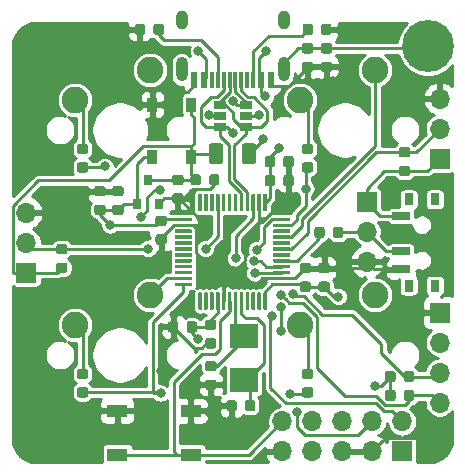
<source format=gbr>
G04 #@! TF.GenerationSoftware,KiCad,Pcbnew,(5.1.5-0-10_14)*
G04 #@! TF.CreationDate,2020-10-23T09:09:01-05:00*
G04 #@! TF.ProjectId,Generic_STM32_Keyboard,47656e65-7269-4635-9f53-544d33325f4b,rev?*
G04 #@! TF.SameCoordinates,Original*
G04 #@! TF.FileFunction,Copper,L2,Bot*
G04 #@! TF.FilePolarity,Positive*
%FSLAX46Y46*%
G04 Gerber Fmt 4.6, Leading zero omitted, Abs format (unit mm)*
G04 Created by KiCad (PCBNEW (5.1.5-0-10_14)) date 2020-10-23 09:09:01*
%MOMM*%
%LPD*%
G04 APERTURE LIST*
%ADD10R,2.400000X2.000000*%
%ADD11O,1.700000X1.700000*%
%ADD12R,1.700000X1.700000*%
%ADD13C,0.100000*%
%ADD14R,0.600000X1.450000*%
%ADD15R,0.300000X1.450000*%
%ADD16O,1.000000X2.100000*%
%ADD17O,1.000000X1.600000*%
%ADD18R,0.800000X0.900000*%
%ADD19R,1.060000X0.650000*%
%ADD20C,2.250000*%
%ADD21R,1.800000X1.100000*%
%ADD22R,0.900000X1.200000*%
%ADD23C,0.700000*%
%ADD24C,4.400000*%
%ADD25R,0.800000X1.000000*%
%ADD26R,1.500000X0.700000*%
%ADD27C,0.800000*%
%ADD28C,0.250000*%
%ADD29C,0.254000*%
G04 APERTURE END LIST*
D10*
X58115200Y-65104400D03*
X58115200Y-68804400D03*
D11*
X74700000Y-44960000D03*
X74700000Y-47500000D03*
D12*
X74700000Y-50040000D03*
G04 #@! TA.AperFunction,SMDPad,CuDef*
D13*
G36*
X71977691Y-49076053D02*
G01*
X71998926Y-49079203D01*
X72019750Y-49084419D01*
X72039962Y-49091651D01*
X72059368Y-49100830D01*
X72077781Y-49111866D01*
X72095024Y-49124654D01*
X72110930Y-49139070D01*
X72125346Y-49154976D01*
X72138134Y-49172219D01*
X72149170Y-49190632D01*
X72158349Y-49210038D01*
X72165581Y-49230250D01*
X72170797Y-49251074D01*
X72173947Y-49272309D01*
X72175000Y-49293750D01*
X72175000Y-49731250D01*
X72173947Y-49752691D01*
X72170797Y-49773926D01*
X72165581Y-49794750D01*
X72158349Y-49814962D01*
X72149170Y-49834368D01*
X72138134Y-49852781D01*
X72125346Y-49870024D01*
X72110930Y-49885930D01*
X72095024Y-49900346D01*
X72077781Y-49913134D01*
X72059368Y-49924170D01*
X72039962Y-49933349D01*
X72019750Y-49940581D01*
X71998926Y-49945797D01*
X71977691Y-49948947D01*
X71956250Y-49950000D01*
X71443750Y-49950000D01*
X71422309Y-49948947D01*
X71401074Y-49945797D01*
X71380250Y-49940581D01*
X71360038Y-49933349D01*
X71340632Y-49924170D01*
X71322219Y-49913134D01*
X71304976Y-49900346D01*
X71289070Y-49885930D01*
X71274654Y-49870024D01*
X71261866Y-49852781D01*
X71250830Y-49834368D01*
X71241651Y-49814962D01*
X71234419Y-49794750D01*
X71229203Y-49773926D01*
X71226053Y-49752691D01*
X71225000Y-49731250D01*
X71225000Y-49293750D01*
X71226053Y-49272309D01*
X71229203Y-49251074D01*
X71234419Y-49230250D01*
X71241651Y-49210038D01*
X71250830Y-49190632D01*
X71261866Y-49172219D01*
X71274654Y-49154976D01*
X71289070Y-49139070D01*
X71304976Y-49124654D01*
X71322219Y-49111866D01*
X71340632Y-49100830D01*
X71360038Y-49091651D01*
X71380250Y-49084419D01*
X71401074Y-49079203D01*
X71422309Y-49076053D01*
X71443750Y-49075000D01*
X71956250Y-49075000D01*
X71977691Y-49076053D01*
G37*
G04 #@! TD.AperFunction*
G04 #@! TA.AperFunction,SMDPad,CuDef*
G36*
X71977691Y-50651053D02*
G01*
X71998926Y-50654203D01*
X72019750Y-50659419D01*
X72039962Y-50666651D01*
X72059368Y-50675830D01*
X72077781Y-50686866D01*
X72095024Y-50699654D01*
X72110930Y-50714070D01*
X72125346Y-50729976D01*
X72138134Y-50747219D01*
X72149170Y-50765632D01*
X72158349Y-50785038D01*
X72165581Y-50805250D01*
X72170797Y-50826074D01*
X72173947Y-50847309D01*
X72175000Y-50868750D01*
X72175000Y-51306250D01*
X72173947Y-51327691D01*
X72170797Y-51348926D01*
X72165581Y-51369750D01*
X72158349Y-51389962D01*
X72149170Y-51409368D01*
X72138134Y-51427781D01*
X72125346Y-51445024D01*
X72110930Y-51460930D01*
X72095024Y-51475346D01*
X72077781Y-51488134D01*
X72059368Y-51499170D01*
X72039962Y-51508349D01*
X72019750Y-51515581D01*
X71998926Y-51520797D01*
X71977691Y-51523947D01*
X71956250Y-51525000D01*
X71443750Y-51525000D01*
X71422309Y-51523947D01*
X71401074Y-51520797D01*
X71380250Y-51515581D01*
X71360038Y-51508349D01*
X71340632Y-51499170D01*
X71322219Y-51488134D01*
X71304976Y-51475346D01*
X71289070Y-51460930D01*
X71274654Y-51445024D01*
X71261866Y-51427781D01*
X71250830Y-51409368D01*
X71241651Y-51389962D01*
X71234419Y-51369750D01*
X71229203Y-51348926D01*
X71226053Y-51327691D01*
X71225000Y-51306250D01*
X71225000Y-50868750D01*
X71226053Y-50847309D01*
X71229203Y-50826074D01*
X71234419Y-50805250D01*
X71241651Y-50785038D01*
X71250830Y-50765632D01*
X71261866Y-50747219D01*
X71274654Y-50729976D01*
X71289070Y-50714070D01*
X71304976Y-50699654D01*
X71322219Y-50686866D01*
X71340632Y-50675830D01*
X71360038Y-50666651D01*
X71380250Y-50659419D01*
X71401074Y-50654203D01*
X71422309Y-50651053D01*
X71443750Y-50650000D01*
X71956250Y-50650000D01*
X71977691Y-50651053D01*
G37*
G04 #@! TD.AperFunction*
D11*
X61340000Y-72300000D03*
X61340000Y-74840000D03*
X63880000Y-72300000D03*
X63880000Y-74840000D03*
X66420000Y-72300000D03*
X66420000Y-74840000D03*
X68960000Y-72300000D03*
X68960000Y-74840000D03*
X71500000Y-72300000D03*
D12*
X71500000Y-74840000D03*
D11*
X39700000Y-54620000D03*
X39700000Y-57160000D03*
D12*
X39700000Y-59700000D03*
D11*
X74700000Y-70720000D03*
X74700000Y-68180000D03*
X74700000Y-65640000D03*
D12*
X74700000Y-63100000D03*
G04 #@! TA.AperFunction,SMDPad,CuDef*
D13*
G36*
X58949504Y-48757804D02*
G01*
X58973773Y-48761404D01*
X58997571Y-48767365D01*
X59020671Y-48775630D01*
X59042849Y-48786120D01*
X59063893Y-48798733D01*
X59083598Y-48813347D01*
X59101777Y-48829823D01*
X59118253Y-48848002D01*
X59132867Y-48867707D01*
X59145480Y-48888751D01*
X59155970Y-48910929D01*
X59164235Y-48934029D01*
X59170196Y-48957827D01*
X59173796Y-48982096D01*
X59175000Y-49006600D01*
X59175000Y-50256600D01*
X59173796Y-50281104D01*
X59170196Y-50305373D01*
X59164235Y-50329171D01*
X59155970Y-50352271D01*
X59145480Y-50374449D01*
X59132867Y-50395493D01*
X59118253Y-50415198D01*
X59101777Y-50433377D01*
X59083598Y-50449853D01*
X59063893Y-50464467D01*
X59042849Y-50477080D01*
X59020671Y-50487570D01*
X58997571Y-50495835D01*
X58973773Y-50501796D01*
X58949504Y-50505396D01*
X58925000Y-50506600D01*
X58175000Y-50506600D01*
X58150496Y-50505396D01*
X58126227Y-50501796D01*
X58102429Y-50495835D01*
X58079329Y-50487570D01*
X58057151Y-50477080D01*
X58036107Y-50464467D01*
X58016402Y-50449853D01*
X57998223Y-50433377D01*
X57981747Y-50415198D01*
X57967133Y-50395493D01*
X57954520Y-50374449D01*
X57944030Y-50352271D01*
X57935765Y-50329171D01*
X57929804Y-50305373D01*
X57926204Y-50281104D01*
X57925000Y-50256600D01*
X57925000Y-49006600D01*
X57926204Y-48982096D01*
X57929804Y-48957827D01*
X57935765Y-48934029D01*
X57944030Y-48910929D01*
X57954520Y-48888751D01*
X57967133Y-48867707D01*
X57981747Y-48848002D01*
X57998223Y-48829823D01*
X58016402Y-48813347D01*
X58036107Y-48798733D01*
X58057151Y-48786120D01*
X58079329Y-48775630D01*
X58102429Y-48767365D01*
X58126227Y-48761404D01*
X58150496Y-48757804D01*
X58175000Y-48756600D01*
X58925000Y-48756600D01*
X58949504Y-48757804D01*
G37*
G04 #@! TD.AperFunction*
G04 #@! TA.AperFunction,SMDPad,CuDef*
G36*
X56149504Y-48757804D02*
G01*
X56173773Y-48761404D01*
X56197571Y-48767365D01*
X56220671Y-48775630D01*
X56242849Y-48786120D01*
X56263893Y-48798733D01*
X56283598Y-48813347D01*
X56301777Y-48829823D01*
X56318253Y-48848002D01*
X56332867Y-48867707D01*
X56345480Y-48888751D01*
X56355970Y-48910929D01*
X56364235Y-48934029D01*
X56370196Y-48957827D01*
X56373796Y-48982096D01*
X56375000Y-49006600D01*
X56375000Y-50256600D01*
X56373796Y-50281104D01*
X56370196Y-50305373D01*
X56364235Y-50329171D01*
X56355970Y-50352271D01*
X56345480Y-50374449D01*
X56332867Y-50395493D01*
X56318253Y-50415198D01*
X56301777Y-50433377D01*
X56283598Y-50449853D01*
X56263893Y-50464467D01*
X56242849Y-50477080D01*
X56220671Y-50487570D01*
X56197571Y-50495835D01*
X56173773Y-50501796D01*
X56149504Y-50505396D01*
X56125000Y-50506600D01*
X55375000Y-50506600D01*
X55350496Y-50505396D01*
X55326227Y-50501796D01*
X55302429Y-50495835D01*
X55279329Y-50487570D01*
X55257151Y-50477080D01*
X55236107Y-50464467D01*
X55216402Y-50449853D01*
X55198223Y-50433377D01*
X55181747Y-50415198D01*
X55167133Y-50395493D01*
X55154520Y-50374449D01*
X55144030Y-50352271D01*
X55135765Y-50329171D01*
X55129804Y-50305373D01*
X55126204Y-50281104D01*
X55125000Y-50256600D01*
X55125000Y-49006600D01*
X55126204Y-48982096D01*
X55129804Y-48957827D01*
X55135765Y-48934029D01*
X55144030Y-48910929D01*
X55154520Y-48888751D01*
X55167133Y-48867707D01*
X55181747Y-48848002D01*
X55198223Y-48829823D01*
X55216402Y-48813347D01*
X55236107Y-48798733D01*
X55257151Y-48786120D01*
X55279329Y-48775630D01*
X55302429Y-48767365D01*
X55326227Y-48761404D01*
X55350496Y-48757804D01*
X55375000Y-48756600D01*
X56125000Y-48756600D01*
X56149504Y-48757804D01*
G37*
G04 #@! TD.AperFunction*
D14*
X60375000Y-43413750D03*
X53925000Y-43413750D03*
X59600000Y-43413750D03*
X54700000Y-43413750D03*
D15*
X55400000Y-43413750D03*
X58900000Y-43413750D03*
X55900000Y-43413750D03*
X58400000Y-43413750D03*
X56400000Y-43413750D03*
X57900000Y-43413750D03*
X57400000Y-43413750D03*
X56900000Y-43413750D03*
D16*
X52830000Y-42498750D03*
X61470000Y-42498750D03*
D17*
X52830000Y-38318750D03*
X61470000Y-38318750D03*
D18*
X49987200Y-51866800D03*
X49037200Y-53866800D03*
X50937200Y-53866800D03*
D19*
X58250000Y-46431200D03*
X58250000Y-47381200D03*
X58250000Y-45481200D03*
X56050000Y-45481200D03*
X56050000Y-46431200D03*
X56050000Y-47381200D03*
G04 #@! TA.AperFunction,SMDPad,CuDef*
D13*
G36*
X61982351Y-60544111D02*
G01*
X61989632Y-60545191D01*
X61996771Y-60546979D01*
X62003701Y-60549459D01*
X62010355Y-60552606D01*
X62016668Y-60556390D01*
X62022579Y-60560774D01*
X62028033Y-60565717D01*
X62032976Y-60571171D01*
X62037360Y-60577082D01*
X62041144Y-60583395D01*
X62044291Y-60590049D01*
X62046771Y-60596979D01*
X62048559Y-60604118D01*
X62049639Y-60611399D01*
X62050000Y-60618750D01*
X62050000Y-60768750D01*
X62049639Y-60776101D01*
X62048559Y-60783382D01*
X62046771Y-60790521D01*
X62044291Y-60797451D01*
X62041144Y-60804105D01*
X62037360Y-60810418D01*
X62032976Y-60816329D01*
X62028033Y-60821783D01*
X62022579Y-60826726D01*
X62016668Y-60831110D01*
X62010355Y-60834894D01*
X62003701Y-60838041D01*
X61996771Y-60840521D01*
X61989632Y-60842309D01*
X61982351Y-60843389D01*
X61975000Y-60843750D01*
X60650000Y-60843750D01*
X60642649Y-60843389D01*
X60635368Y-60842309D01*
X60628229Y-60840521D01*
X60621299Y-60838041D01*
X60614645Y-60834894D01*
X60608332Y-60831110D01*
X60602421Y-60826726D01*
X60596967Y-60821783D01*
X60592024Y-60816329D01*
X60587640Y-60810418D01*
X60583856Y-60804105D01*
X60580709Y-60797451D01*
X60578229Y-60790521D01*
X60576441Y-60783382D01*
X60575361Y-60776101D01*
X60575000Y-60768750D01*
X60575000Y-60618750D01*
X60575361Y-60611399D01*
X60576441Y-60604118D01*
X60578229Y-60596979D01*
X60580709Y-60590049D01*
X60583856Y-60583395D01*
X60587640Y-60577082D01*
X60592024Y-60571171D01*
X60596967Y-60565717D01*
X60602421Y-60560774D01*
X60608332Y-60556390D01*
X60614645Y-60552606D01*
X60621299Y-60549459D01*
X60628229Y-60546979D01*
X60635368Y-60545191D01*
X60642649Y-60544111D01*
X60650000Y-60543750D01*
X61975000Y-60543750D01*
X61982351Y-60544111D01*
G37*
G04 #@! TD.AperFunction*
G04 #@! TA.AperFunction,SMDPad,CuDef*
G36*
X61982351Y-60044111D02*
G01*
X61989632Y-60045191D01*
X61996771Y-60046979D01*
X62003701Y-60049459D01*
X62010355Y-60052606D01*
X62016668Y-60056390D01*
X62022579Y-60060774D01*
X62028033Y-60065717D01*
X62032976Y-60071171D01*
X62037360Y-60077082D01*
X62041144Y-60083395D01*
X62044291Y-60090049D01*
X62046771Y-60096979D01*
X62048559Y-60104118D01*
X62049639Y-60111399D01*
X62050000Y-60118750D01*
X62050000Y-60268750D01*
X62049639Y-60276101D01*
X62048559Y-60283382D01*
X62046771Y-60290521D01*
X62044291Y-60297451D01*
X62041144Y-60304105D01*
X62037360Y-60310418D01*
X62032976Y-60316329D01*
X62028033Y-60321783D01*
X62022579Y-60326726D01*
X62016668Y-60331110D01*
X62010355Y-60334894D01*
X62003701Y-60338041D01*
X61996771Y-60340521D01*
X61989632Y-60342309D01*
X61982351Y-60343389D01*
X61975000Y-60343750D01*
X60650000Y-60343750D01*
X60642649Y-60343389D01*
X60635368Y-60342309D01*
X60628229Y-60340521D01*
X60621299Y-60338041D01*
X60614645Y-60334894D01*
X60608332Y-60331110D01*
X60602421Y-60326726D01*
X60596967Y-60321783D01*
X60592024Y-60316329D01*
X60587640Y-60310418D01*
X60583856Y-60304105D01*
X60580709Y-60297451D01*
X60578229Y-60290521D01*
X60576441Y-60283382D01*
X60575361Y-60276101D01*
X60575000Y-60268750D01*
X60575000Y-60118750D01*
X60575361Y-60111399D01*
X60576441Y-60104118D01*
X60578229Y-60096979D01*
X60580709Y-60090049D01*
X60583856Y-60083395D01*
X60587640Y-60077082D01*
X60592024Y-60071171D01*
X60596967Y-60065717D01*
X60602421Y-60060774D01*
X60608332Y-60056390D01*
X60614645Y-60052606D01*
X60621299Y-60049459D01*
X60628229Y-60046979D01*
X60635368Y-60045191D01*
X60642649Y-60044111D01*
X60650000Y-60043750D01*
X61975000Y-60043750D01*
X61982351Y-60044111D01*
G37*
G04 #@! TD.AperFunction*
G04 #@! TA.AperFunction,SMDPad,CuDef*
G36*
X61982351Y-59544111D02*
G01*
X61989632Y-59545191D01*
X61996771Y-59546979D01*
X62003701Y-59549459D01*
X62010355Y-59552606D01*
X62016668Y-59556390D01*
X62022579Y-59560774D01*
X62028033Y-59565717D01*
X62032976Y-59571171D01*
X62037360Y-59577082D01*
X62041144Y-59583395D01*
X62044291Y-59590049D01*
X62046771Y-59596979D01*
X62048559Y-59604118D01*
X62049639Y-59611399D01*
X62050000Y-59618750D01*
X62050000Y-59768750D01*
X62049639Y-59776101D01*
X62048559Y-59783382D01*
X62046771Y-59790521D01*
X62044291Y-59797451D01*
X62041144Y-59804105D01*
X62037360Y-59810418D01*
X62032976Y-59816329D01*
X62028033Y-59821783D01*
X62022579Y-59826726D01*
X62016668Y-59831110D01*
X62010355Y-59834894D01*
X62003701Y-59838041D01*
X61996771Y-59840521D01*
X61989632Y-59842309D01*
X61982351Y-59843389D01*
X61975000Y-59843750D01*
X60650000Y-59843750D01*
X60642649Y-59843389D01*
X60635368Y-59842309D01*
X60628229Y-59840521D01*
X60621299Y-59838041D01*
X60614645Y-59834894D01*
X60608332Y-59831110D01*
X60602421Y-59826726D01*
X60596967Y-59821783D01*
X60592024Y-59816329D01*
X60587640Y-59810418D01*
X60583856Y-59804105D01*
X60580709Y-59797451D01*
X60578229Y-59790521D01*
X60576441Y-59783382D01*
X60575361Y-59776101D01*
X60575000Y-59768750D01*
X60575000Y-59618750D01*
X60575361Y-59611399D01*
X60576441Y-59604118D01*
X60578229Y-59596979D01*
X60580709Y-59590049D01*
X60583856Y-59583395D01*
X60587640Y-59577082D01*
X60592024Y-59571171D01*
X60596967Y-59565717D01*
X60602421Y-59560774D01*
X60608332Y-59556390D01*
X60614645Y-59552606D01*
X60621299Y-59549459D01*
X60628229Y-59546979D01*
X60635368Y-59545191D01*
X60642649Y-59544111D01*
X60650000Y-59543750D01*
X61975000Y-59543750D01*
X61982351Y-59544111D01*
G37*
G04 #@! TD.AperFunction*
G04 #@! TA.AperFunction,SMDPad,CuDef*
G36*
X61982351Y-59044111D02*
G01*
X61989632Y-59045191D01*
X61996771Y-59046979D01*
X62003701Y-59049459D01*
X62010355Y-59052606D01*
X62016668Y-59056390D01*
X62022579Y-59060774D01*
X62028033Y-59065717D01*
X62032976Y-59071171D01*
X62037360Y-59077082D01*
X62041144Y-59083395D01*
X62044291Y-59090049D01*
X62046771Y-59096979D01*
X62048559Y-59104118D01*
X62049639Y-59111399D01*
X62050000Y-59118750D01*
X62050000Y-59268750D01*
X62049639Y-59276101D01*
X62048559Y-59283382D01*
X62046771Y-59290521D01*
X62044291Y-59297451D01*
X62041144Y-59304105D01*
X62037360Y-59310418D01*
X62032976Y-59316329D01*
X62028033Y-59321783D01*
X62022579Y-59326726D01*
X62016668Y-59331110D01*
X62010355Y-59334894D01*
X62003701Y-59338041D01*
X61996771Y-59340521D01*
X61989632Y-59342309D01*
X61982351Y-59343389D01*
X61975000Y-59343750D01*
X60650000Y-59343750D01*
X60642649Y-59343389D01*
X60635368Y-59342309D01*
X60628229Y-59340521D01*
X60621299Y-59338041D01*
X60614645Y-59334894D01*
X60608332Y-59331110D01*
X60602421Y-59326726D01*
X60596967Y-59321783D01*
X60592024Y-59316329D01*
X60587640Y-59310418D01*
X60583856Y-59304105D01*
X60580709Y-59297451D01*
X60578229Y-59290521D01*
X60576441Y-59283382D01*
X60575361Y-59276101D01*
X60575000Y-59268750D01*
X60575000Y-59118750D01*
X60575361Y-59111399D01*
X60576441Y-59104118D01*
X60578229Y-59096979D01*
X60580709Y-59090049D01*
X60583856Y-59083395D01*
X60587640Y-59077082D01*
X60592024Y-59071171D01*
X60596967Y-59065717D01*
X60602421Y-59060774D01*
X60608332Y-59056390D01*
X60614645Y-59052606D01*
X60621299Y-59049459D01*
X60628229Y-59046979D01*
X60635368Y-59045191D01*
X60642649Y-59044111D01*
X60650000Y-59043750D01*
X61975000Y-59043750D01*
X61982351Y-59044111D01*
G37*
G04 #@! TD.AperFunction*
G04 #@! TA.AperFunction,SMDPad,CuDef*
G36*
X61982351Y-58544111D02*
G01*
X61989632Y-58545191D01*
X61996771Y-58546979D01*
X62003701Y-58549459D01*
X62010355Y-58552606D01*
X62016668Y-58556390D01*
X62022579Y-58560774D01*
X62028033Y-58565717D01*
X62032976Y-58571171D01*
X62037360Y-58577082D01*
X62041144Y-58583395D01*
X62044291Y-58590049D01*
X62046771Y-58596979D01*
X62048559Y-58604118D01*
X62049639Y-58611399D01*
X62050000Y-58618750D01*
X62050000Y-58768750D01*
X62049639Y-58776101D01*
X62048559Y-58783382D01*
X62046771Y-58790521D01*
X62044291Y-58797451D01*
X62041144Y-58804105D01*
X62037360Y-58810418D01*
X62032976Y-58816329D01*
X62028033Y-58821783D01*
X62022579Y-58826726D01*
X62016668Y-58831110D01*
X62010355Y-58834894D01*
X62003701Y-58838041D01*
X61996771Y-58840521D01*
X61989632Y-58842309D01*
X61982351Y-58843389D01*
X61975000Y-58843750D01*
X60650000Y-58843750D01*
X60642649Y-58843389D01*
X60635368Y-58842309D01*
X60628229Y-58840521D01*
X60621299Y-58838041D01*
X60614645Y-58834894D01*
X60608332Y-58831110D01*
X60602421Y-58826726D01*
X60596967Y-58821783D01*
X60592024Y-58816329D01*
X60587640Y-58810418D01*
X60583856Y-58804105D01*
X60580709Y-58797451D01*
X60578229Y-58790521D01*
X60576441Y-58783382D01*
X60575361Y-58776101D01*
X60575000Y-58768750D01*
X60575000Y-58618750D01*
X60575361Y-58611399D01*
X60576441Y-58604118D01*
X60578229Y-58596979D01*
X60580709Y-58590049D01*
X60583856Y-58583395D01*
X60587640Y-58577082D01*
X60592024Y-58571171D01*
X60596967Y-58565717D01*
X60602421Y-58560774D01*
X60608332Y-58556390D01*
X60614645Y-58552606D01*
X60621299Y-58549459D01*
X60628229Y-58546979D01*
X60635368Y-58545191D01*
X60642649Y-58544111D01*
X60650000Y-58543750D01*
X61975000Y-58543750D01*
X61982351Y-58544111D01*
G37*
G04 #@! TD.AperFunction*
G04 #@! TA.AperFunction,SMDPad,CuDef*
G36*
X61982351Y-58044111D02*
G01*
X61989632Y-58045191D01*
X61996771Y-58046979D01*
X62003701Y-58049459D01*
X62010355Y-58052606D01*
X62016668Y-58056390D01*
X62022579Y-58060774D01*
X62028033Y-58065717D01*
X62032976Y-58071171D01*
X62037360Y-58077082D01*
X62041144Y-58083395D01*
X62044291Y-58090049D01*
X62046771Y-58096979D01*
X62048559Y-58104118D01*
X62049639Y-58111399D01*
X62050000Y-58118750D01*
X62050000Y-58268750D01*
X62049639Y-58276101D01*
X62048559Y-58283382D01*
X62046771Y-58290521D01*
X62044291Y-58297451D01*
X62041144Y-58304105D01*
X62037360Y-58310418D01*
X62032976Y-58316329D01*
X62028033Y-58321783D01*
X62022579Y-58326726D01*
X62016668Y-58331110D01*
X62010355Y-58334894D01*
X62003701Y-58338041D01*
X61996771Y-58340521D01*
X61989632Y-58342309D01*
X61982351Y-58343389D01*
X61975000Y-58343750D01*
X60650000Y-58343750D01*
X60642649Y-58343389D01*
X60635368Y-58342309D01*
X60628229Y-58340521D01*
X60621299Y-58338041D01*
X60614645Y-58334894D01*
X60608332Y-58331110D01*
X60602421Y-58326726D01*
X60596967Y-58321783D01*
X60592024Y-58316329D01*
X60587640Y-58310418D01*
X60583856Y-58304105D01*
X60580709Y-58297451D01*
X60578229Y-58290521D01*
X60576441Y-58283382D01*
X60575361Y-58276101D01*
X60575000Y-58268750D01*
X60575000Y-58118750D01*
X60575361Y-58111399D01*
X60576441Y-58104118D01*
X60578229Y-58096979D01*
X60580709Y-58090049D01*
X60583856Y-58083395D01*
X60587640Y-58077082D01*
X60592024Y-58071171D01*
X60596967Y-58065717D01*
X60602421Y-58060774D01*
X60608332Y-58056390D01*
X60614645Y-58052606D01*
X60621299Y-58049459D01*
X60628229Y-58046979D01*
X60635368Y-58045191D01*
X60642649Y-58044111D01*
X60650000Y-58043750D01*
X61975000Y-58043750D01*
X61982351Y-58044111D01*
G37*
G04 #@! TD.AperFunction*
G04 #@! TA.AperFunction,SMDPad,CuDef*
G36*
X61982351Y-57544111D02*
G01*
X61989632Y-57545191D01*
X61996771Y-57546979D01*
X62003701Y-57549459D01*
X62010355Y-57552606D01*
X62016668Y-57556390D01*
X62022579Y-57560774D01*
X62028033Y-57565717D01*
X62032976Y-57571171D01*
X62037360Y-57577082D01*
X62041144Y-57583395D01*
X62044291Y-57590049D01*
X62046771Y-57596979D01*
X62048559Y-57604118D01*
X62049639Y-57611399D01*
X62050000Y-57618750D01*
X62050000Y-57768750D01*
X62049639Y-57776101D01*
X62048559Y-57783382D01*
X62046771Y-57790521D01*
X62044291Y-57797451D01*
X62041144Y-57804105D01*
X62037360Y-57810418D01*
X62032976Y-57816329D01*
X62028033Y-57821783D01*
X62022579Y-57826726D01*
X62016668Y-57831110D01*
X62010355Y-57834894D01*
X62003701Y-57838041D01*
X61996771Y-57840521D01*
X61989632Y-57842309D01*
X61982351Y-57843389D01*
X61975000Y-57843750D01*
X60650000Y-57843750D01*
X60642649Y-57843389D01*
X60635368Y-57842309D01*
X60628229Y-57840521D01*
X60621299Y-57838041D01*
X60614645Y-57834894D01*
X60608332Y-57831110D01*
X60602421Y-57826726D01*
X60596967Y-57821783D01*
X60592024Y-57816329D01*
X60587640Y-57810418D01*
X60583856Y-57804105D01*
X60580709Y-57797451D01*
X60578229Y-57790521D01*
X60576441Y-57783382D01*
X60575361Y-57776101D01*
X60575000Y-57768750D01*
X60575000Y-57618750D01*
X60575361Y-57611399D01*
X60576441Y-57604118D01*
X60578229Y-57596979D01*
X60580709Y-57590049D01*
X60583856Y-57583395D01*
X60587640Y-57577082D01*
X60592024Y-57571171D01*
X60596967Y-57565717D01*
X60602421Y-57560774D01*
X60608332Y-57556390D01*
X60614645Y-57552606D01*
X60621299Y-57549459D01*
X60628229Y-57546979D01*
X60635368Y-57545191D01*
X60642649Y-57544111D01*
X60650000Y-57543750D01*
X61975000Y-57543750D01*
X61982351Y-57544111D01*
G37*
G04 #@! TD.AperFunction*
G04 #@! TA.AperFunction,SMDPad,CuDef*
G36*
X61982351Y-57044111D02*
G01*
X61989632Y-57045191D01*
X61996771Y-57046979D01*
X62003701Y-57049459D01*
X62010355Y-57052606D01*
X62016668Y-57056390D01*
X62022579Y-57060774D01*
X62028033Y-57065717D01*
X62032976Y-57071171D01*
X62037360Y-57077082D01*
X62041144Y-57083395D01*
X62044291Y-57090049D01*
X62046771Y-57096979D01*
X62048559Y-57104118D01*
X62049639Y-57111399D01*
X62050000Y-57118750D01*
X62050000Y-57268750D01*
X62049639Y-57276101D01*
X62048559Y-57283382D01*
X62046771Y-57290521D01*
X62044291Y-57297451D01*
X62041144Y-57304105D01*
X62037360Y-57310418D01*
X62032976Y-57316329D01*
X62028033Y-57321783D01*
X62022579Y-57326726D01*
X62016668Y-57331110D01*
X62010355Y-57334894D01*
X62003701Y-57338041D01*
X61996771Y-57340521D01*
X61989632Y-57342309D01*
X61982351Y-57343389D01*
X61975000Y-57343750D01*
X60650000Y-57343750D01*
X60642649Y-57343389D01*
X60635368Y-57342309D01*
X60628229Y-57340521D01*
X60621299Y-57338041D01*
X60614645Y-57334894D01*
X60608332Y-57331110D01*
X60602421Y-57326726D01*
X60596967Y-57321783D01*
X60592024Y-57316329D01*
X60587640Y-57310418D01*
X60583856Y-57304105D01*
X60580709Y-57297451D01*
X60578229Y-57290521D01*
X60576441Y-57283382D01*
X60575361Y-57276101D01*
X60575000Y-57268750D01*
X60575000Y-57118750D01*
X60575361Y-57111399D01*
X60576441Y-57104118D01*
X60578229Y-57096979D01*
X60580709Y-57090049D01*
X60583856Y-57083395D01*
X60587640Y-57077082D01*
X60592024Y-57071171D01*
X60596967Y-57065717D01*
X60602421Y-57060774D01*
X60608332Y-57056390D01*
X60614645Y-57052606D01*
X60621299Y-57049459D01*
X60628229Y-57046979D01*
X60635368Y-57045191D01*
X60642649Y-57044111D01*
X60650000Y-57043750D01*
X61975000Y-57043750D01*
X61982351Y-57044111D01*
G37*
G04 #@! TD.AperFunction*
G04 #@! TA.AperFunction,SMDPad,CuDef*
G36*
X61982351Y-56544111D02*
G01*
X61989632Y-56545191D01*
X61996771Y-56546979D01*
X62003701Y-56549459D01*
X62010355Y-56552606D01*
X62016668Y-56556390D01*
X62022579Y-56560774D01*
X62028033Y-56565717D01*
X62032976Y-56571171D01*
X62037360Y-56577082D01*
X62041144Y-56583395D01*
X62044291Y-56590049D01*
X62046771Y-56596979D01*
X62048559Y-56604118D01*
X62049639Y-56611399D01*
X62050000Y-56618750D01*
X62050000Y-56768750D01*
X62049639Y-56776101D01*
X62048559Y-56783382D01*
X62046771Y-56790521D01*
X62044291Y-56797451D01*
X62041144Y-56804105D01*
X62037360Y-56810418D01*
X62032976Y-56816329D01*
X62028033Y-56821783D01*
X62022579Y-56826726D01*
X62016668Y-56831110D01*
X62010355Y-56834894D01*
X62003701Y-56838041D01*
X61996771Y-56840521D01*
X61989632Y-56842309D01*
X61982351Y-56843389D01*
X61975000Y-56843750D01*
X60650000Y-56843750D01*
X60642649Y-56843389D01*
X60635368Y-56842309D01*
X60628229Y-56840521D01*
X60621299Y-56838041D01*
X60614645Y-56834894D01*
X60608332Y-56831110D01*
X60602421Y-56826726D01*
X60596967Y-56821783D01*
X60592024Y-56816329D01*
X60587640Y-56810418D01*
X60583856Y-56804105D01*
X60580709Y-56797451D01*
X60578229Y-56790521D01*
X60576441Y-56783382D01*
X60575361Y-56776101D01*
X60575000Y-56768750D01*
X60575000Y-56618750D01*
X60575361Y-56611399D01*
X60576441Y-56604118D01*
X60578229Y-56596979D01*
X60580709Y-56590049D01*
X60583856Y-56583395D01*
X60587640Y-56577082D01*
X60592024Y-56571171D01*
X60596967Y-56565717D01*
X60602421Y-56560774D01*
X60608332Y-56556390D01*
X60614645Y-56552606D01*
X60621299Y-56549459D01*
X60628229Y-56546979D01*
X60635368Y-56545191D01*
X60642649Y-56544111D01*
X60650000Y-56543750D01*
X61975000Y-56543750D01*
X61982351Y-56544111D01*
G37*
G04 #@! TD.AperFunction*
G04 #@! TA.AperFunction,SMDPad,CuDef*
G36*
X61982351Y-56044111D02*
G01*
X61989632Y-56045191D01*
X61996771Y-56046979D01*
X62003701Y-56049459D01*
X62010355Y-56052606D01*
X62016668Y-56056390D01*
X62022579Y-56060774D01*
X62028033Y-56065717D01*
X62032976Y-56071171D01*
X62037360Y-56077082D01*
X62041144Y-56083395D01*
X62044291Y-56090049D01*
X62046771Y-56096979D01*
X62048559Y-56104118D01*
X62049639Y-56111399D01*
X62050000Y-56118750D01*
X62050000Y-56268750D01*
X62049639Y-56276101D01*
X62048559Y-56283382D01*
X62046771Y-56290521D01*
X62044291Y-56297451D01*
X62041144Y-56304105D01*
X62037360Y-56310418D01*
X62032976Y-56316329D01*
X62028033Y-56321783D01*
X62022579Y-56326726D01*
X62016668Y-56331110D01*
X62010355Y-56334894D01*
X62003701Y-56338041D01*
X61996771Y-56340521D01*
X61989632Y-56342309D01*
X61982351Y-56343389D01*
X61975000Y-56343750D01*
X60650000Y-56343750D01*
X60642649Y-56343389D01*
X60635368Y-56342309D01*
X60628229Y-56340521D01*
X60621299Y-56338041D01*
X60614645Y-56334894D01*
X60608332Y-56331110D01*
X60602421Y-56326726D01*
X60596967Y-56321783D01*
X60592024Y-56316329D01*
X60587640Y-56310418D01*
X60583856Y-56304105D01*
X60580709Y-56297451D01*
X60578229Y-56290521D01*
X60576441Y-56283382D01*
X60575361Y-56276101D01*
X60575000Y-56268750D01*
X60575000Y-56118750D01*
X60575361Y-56111399D01*
X60576441Y-56104118D01*
X60578229Y-56096979D01*
X60580709Y-56090049D01*
X60583856Y-56083395D01*
X60587640Y-56077082D01*
X60592024Y-56071171D01*
X60596967Y-56065717D01*
X60602421Y-56060774D01*
X60608332Y-56056390D01*
X60614645Y-56052606D01*
X60621299Y-56049459D01*
X60628229Y-56046979D01*
X60635368Y-56045191D01*
X60642649Y-56044111D01*
X60650000Y-56043750D01*
X61975000Y-56043750D01*
X61982351Y-56044111D01*
G37*
G04 #@! TD.AperFunction*
G04 #@! TA.AperFunction,SMDPad,CuDef*
G36*
X61982351Y-55544111D02*
G01*
X61989632Y-55545191D01*
X61996771Y-55546979D01*
X62003701Y-55549459D01*
X62010355Y-55552606D01*
X62016668Y-55556390D01*
X62022579Y-55560774D01*
X62028033Y-55565717D01*
X62032976Y-55571171D01*
X62037360Y-55577082D01*
X62041144Y-55583395D01*
X62044291Y-55590049D01*
X62046771Y-55596979D01*
X62048559Y-55604118D01*
X62049639Y-55611399D01*
X62050000Y-55618750D01*
X62050000Y-55768750D01*
X62049639Y-55776101D01*
X62048559Y-55783382D01*
X62046771Y-55790521D01*
X62044291Y-55797451D01*
X62041144Y-55804105D01*
X62037360Y-55810418D01*
X62032976Y-55816329D01*
X62028033Y-55821783D01*
X62022579Y-55826726D01*
X62016668Y-55831110D01*
X62010355Y-55834894D01*
X62003701Y-55838041D01*
X61996771Y-55840521D01*
X61989632Y-55842309D01*
X61982351Y-55843389D01*
X61975000Y-55843750D01*
X60650000Y-55843750D01*
X60642649Y-55843389D01*
X60635368Y-55842309D01*
X60628229Y-55840521D01*
X60621299Y-55838041D01*
X60614645Y-55834894D01*
X60608332Y-55831110D01*
X60602421Y-55826726D01*
X60596967Y-55821783D01*
X60592024Y-55816329D01*
X60587640Y-55810418D01*
X60583856Y-55804105D01*
X60580709Y-55797451D01*
X60578229Y-55790521D01*
X60576441Y-55783382D01*
X60575361Y-55776101D01*
X60575000Y-55768750D01*
X60575000Y-55618750D01*
X60575361Y-55611399D01*
X60576441Y-55604118D01*
X60578229Y-55596979D01*
X60580709Y-55590049D01*
X60583856Y-55583395D01*
X60587640Y-55577082D01*
X60592024Y-55571171D01*
X60596967Y-55565717D01*
X60602421Y-55560774D01*
X60608332Y-55556390D01*
X60614645Y-55552606D01*
X60621299Y-55549459D01*
X60628229Y-55546979D01*
X60635368Y-55545191D01*
X60642649Y-55544111D01*
X60650000Y-55543750D01*
X61975000Y-55543750D01*
X61982351Y-55544111D01*
G37*
G04 #@! TD.AperFunction*
G04 #@! TA.AperFunction,SMDPad,CuDef*
G36*
X61982351Y-55044111D02*
G01*
X61989632Y-55045191D01*
X61996771Y-55046979D01*
X62003701Y-55049459D01*
X62010355Y-55052606D01*
X62016668Y-55056390D01*
X62022579Y-55060774D01*
X62028033Y-55065717D01*
X62032976Y-55071171D01*
X62037360Y-55077082D01*
X62041144Y-55083395D01*
X62044291Y-55090049D01*
X62046771Y-55096979D01*
X62048559Y-55104118D01*
X62049639Y-55111399D01*
X62050000Y-55118750D01*
X62050000Y-55268750D01*
X62049639Y-55276101D01*
X62048559Y-55283382D01*
X62046771Y-55290521D01*
X62044291Y-55297451D01*
X62041144Y-55304105D01*
X62037360Y-55310418D01*
X62032976Y-55316329D01*
X62028033Y-55321783D01*
X62022579Y-55326726D01*
X62016668Y-55331110D01*
X62010355Y-55334894D01*
X62003701Y-55338041D01*
X61996771Y-55340521D01*
X61989632Y-55342309D01*
X61982351Y-55343389D01*
X61975000Y-55343750D01*
X60650000Y-55343750D01*
X60642649Y-55343389D01*
X60635368Y-55342309D01*
X60628229Y-55340521D01*
X60621299Y-55338041D01*
X60614645Y-55334894D01*
X60608332Y-55331110D01*
X60602421Y-55326726D01*
X60596967Y-55321783D01*
X60592024Y-55316329D01*
X60587640Y-55310418D01*
X60583856Y-55304105D01*
X60580709Y-55297451D01*
X60578229Y-55290521D01*
X60576441Y-55283382D01*
X60575361Y-55276101D01*
X60575000Y-55268750D01*
X60575000Y-55118750D01*
X60575361Y-55111399D01*
X60576441Y-55104118D01*
X60578229Y-55096979D01*
X60580709Y-55090049D01*
X60583856Y-55083395D01*
X60587640Y-55077082D01*
X60592024Y-55071171D01*
X60596967Y-55065717D01*
X60602421Y-55060774D01*
X60608332Y-55056390D01*
X60614645Y-55052606D01*
X60621299Y-55049459D01*
X60628229Y-55046979D01*
X60635368Y-55045191D01*
X60642649Y-55044111D01*
X60650000Y-55043750D01*
X61975000Y-55043750D01*
X61982351Y-55044111D01*
G37*
G04 #@! TD.AperFunction*
G04 #@! TA.AperFunction,SMDPad,CuDef*
G36*
X59982351Y-53044111D02*
G01*
X59989632Y-53045191D01*
X59996771Y-53046979D01*
X60003701Y-53049459D01*
X60010355Y-53052606D01*
X60016668Y-53056390D01*
X60022579Y-53060774D01*
X60028033Y-53065717D01*
X60032976Y-53071171D01*
X60037360Y-53077082D01*
X60041144Y-53083395D01*
X60044291Y-53090049D01*
X60046771Y-53096979D01*
X60048559Y-53104118D01*
X60049639Y-53111399D01*
X60050000Y-53118750D01*
X60050000Y-54443750D01*
X60049639Y-54451101D01*
X60048559Y-54458382D01*
X60046771Y-54465521D01*
X60044291Y-54472451D01*
X60041144Y-54479105D01*
X60037360Y-54485418D01*
X60032976Y-54491329D01*
X60028033Y-54496783D01*
X60022579Y-54501726D01*
X60016668Y-54506110D01*
X60010355Y-54509894D01*
X60003701Y-54513041D01*
X59996771Y-54515521D01*
X59989632Y-54517309D01*
X59982351Y-54518389D01*
X59975000Y-54518750D01*
X59825000Y-54518750D01*
X59817649Y-54518389D01*
X59810368Y-54517309D01*
X59803229Y-54515521D01*
X59796299Y-54513041D01*
X59789645Y-54509894D01*
X59783332Y-54506110D01*
X59777421Y-54501726D01*
X59771967Y-54496783D01*
X59767024Y-54491329D01*
X59762640Y-54485418D01*
X59758856Y-54479105D01*
X59755709Y-54472451D01*
X59753229Y-54465521D01*
X59751441Y-54458382D01*
X59750361Y-54451101D01*
X59750000Y-54443750D01*
X59750000Y-53118750D01*
X59750361Y-53111399D01*
X59751441Y-53104118D01*
X59753229Y-53096979D01*
X59755709Y-53090049D01*
X59758856Y-53083395D01*
X59762640Y-53077082D01*
X59767024Y-53071171D01*
X59771967Y-53065717D01*
X59777421Y-53060774D01*
X59783332Y-53056390D01*
X59789645Y-53052606D01*
X59796299Y-53049459D01*
X59803229Y-53046979D01*
X59810368Y-53045191D01*
X59817649Y-53044111D01*
X59825000Y-53043750D01*
X59975000Y-53043750D01*
X59982351Y-53044111D01*
G37*
G04 #@! TD.AperFunction*
G04 #@! TA.AperFunction,SMDPad,CuDef*
G36*
X59482351Y-53044111D02*
G01*
X59489632Y-53045191D01*
X59496771Y-53046979D01*
X59503701Y-53049459D01*
X59510355Y-53052606D01*
X59516668Y-53056390D01*
X59522579Y-53060774D01*
X59528033Y-53065717D01*
X59532976Y-53071171D01*
X59537360Y-53077082D01*
X59541144Y-53083395D01*
X59544291Y-53090049D01*
X59546771Y-53096979D01*
X59548559Y-53104118D01*
X59549639Y-53111399D01*
X59550000Y-53118750D01*
X59550000Y-54443750D01*
X59549639Y-54451101D01*
X59548559Y-54458382D01*
X59546771Y-54465521D01*
X59544291Y-54472451D01*
X59541144Y-54479105D01*
X59537360Y-54485418D01*
X59532976Y-54491329D01*
X59528033Y-54496783D01*
X59522579Y-54501726D01*
X59516668Y-54506110D01*
X59510355Y-54509894D01*
X59503701Y-54513041D01*
X59496771Y-54515521D01*
X59489632Y-54517309D01*
X59482351Y-54518389D01*
X59475000Y-54518750D01*
X59325000Y-54518750D01*
X59317649Y-54518389D01*
X59310368Y-54517309D01*
X59303229Y-54515521D01*
X59296299Y-54513041D01*
X59289645Y-54509894D01*
X59283332Y-54506110D01*
X59277421Y-54501726D01*
X59271967Y-54496783D01*
X59267024Y-54491329D01*
X59262640Y-54485418D01*
X59258856Y-54479105D01*
X59255709Y-54472451D01*
X59253229Y-54465521D01*
X59251441Y-54458382D01*
X59250361Y-54451101D01*
X59250000Y-54443750D01*
X59250000Y-53118750D01*
X59250361Y-53111399D01*
X59251441Y-53104118D01*
X59253229Y-53096979D01*
X59255709Y-53090049D01*
X59258856Y-53083395D01*
X59262640Y-53077082D01*
X59267024Y-53071171D01*
X59271967Y-53065717D01*
X59277421Y-53060774D01*
X59283332Y-53056390D01*
X59289645Y-53052606D01*
X59296299Y-53049459D01*
X59303229Y-53046979D01*
X59310368Y-53045191D01*
X59317649Y-53044111D01*
X59325000Y-53043750D01*
X59475000Y-53043750D01*
X59482351Y-53044111D01*
G37*
G04 #@! TD.AperFunction*
G04 #@! TA.AperFunction,SMDPad,CuDef*
G36*
X58982351Y-53044111D02*
G01*
X58989632Y-53045191D01*
X58996771Y-53046979D01*
X59003701Y-53049459D01*
X59010355Y-53052606D01*
X59016668Y-53056390D01*
X59022579Y-53060774D01*
X59028033Y-53065717D01*
X59032976Y-53071171D01*
X59037360Y-53077082D01*
X59041144Y-53083395D01*
X59044291Y-53090049D01*
X59046771Y-53096979D01*
X59048559Y-53104118D01*
X59049639Y-53111399D01*
X59050000Y-53118750D01*
X59050000Y-54443750D01*
X59049639Y-54451101D01*
X59048559Y-54458382D01*
X59046771Y-54465521D01*
X59044291Y-54472451D01*
X59041144Y-54479105D01*
X59037360Y-54485418D01*
X59032976Y-54491329D01*
X59028033Y-54496783D01*
X59022579Y-54501726D01*
X59016668Y-54506110D01*
X59010355Y-54509894D01*
X59003701Y-54513041D01*
X58996771Y-54515521D01*
X58989632Y-54517309D01*
X58982351Y-54518389D01*
X58975000Y-54518750D01*
X58825000Y-54518750D01*
X58817649Y-54518389D01*
X58810368Y-54517309D01*
X58803229Y-54515521D01*
X58796299Y-54513041D01*
X58789645Y-54509894D01*
X58783332Y-54506110D01*
X58777421Y-54501726D01*
X58771967Y-54496783D01*
X58767024Y-54491329D01*
X58762640Y-54485418D01*
X58758856Y-54479105D01*
X58755709Y-54472451D01*
X58753229Y-54465521D01*
X58751441Y-54458382D01*
X58750361Y-54451101D01*
X58750000Y-54443750D01*
X58750000Y-53118750D01*
X58750361Y-53111399D01*
X58751441Y-53104118D01*
X58753229Y-53096979D01*
X58755709Y-53090049D01*
X58758856Y-53083395D01*
X58762640Y-53077082D01*
X58767024Y-53071171D01*
X58771967Y-53065717D01*
X58777421Y-53060774D01*
X58783332Y-53056390D01*
X58789645Y-53052606D01*
X58796299Y-53049459D01*
X58803229Y-53046979D01*
X58810368Y-53045191D01*
X58817649Y-53044111D01*
X58825000Y-53043750D01*
X58975000Y-53043750D01*
X58982351Y-53044111D01*
G37*
G04 #@! TD.AperFunction*
G04 #@! TA.AperFunction,SMDPad,CuDef*
G36*
X58482351Y-53044111D02*
G01*
X58489632Y-53045191D01*
X58496771Y-53046979D01*
X58503701Y-53049459D01*
X58510355Y-53052606D01*
X58516668Y-53056390D01*
X58522579Y-53060774D01*
X58528033Y-53065717D01*
X58532976Y-53071171D01*
X58537360Y-53077082D01*
X58541144Y-53083395D01*
X58544291Y-53090049D01*
X58546771Y-53096979D01*
X58548559Y-53104118D01*
X58549639Y-53111399D01*
X58550000Y-53118750D01*
X58550000Y-54443750D01*
X58549639Y-54451101D01*
X58548559Y-54458382D01*
X58546771Y-54465521D01*
X58544291Y-54472451D01*
X58541144Y-54479105D01*
X58537360Y-54485418D01*
X58532976Y-54491329D01*
X58528033Y-54496783D01*
X58522579Y-54501726D01*
X58516668Y-54506110D01*
X58510355Y-54509894D01*
X58503701Y-54513041D01*
X58496771Y-54515521D01*
X58489632Y-54517309D01*
X58482351Y-54518389D01*
X58475000Y-54518750D01*
X58325000Y-54518750D01*
X58317649Y-54518389D01*
X58310368Y-54517309D01*
X58303229Y-54515521D01*
X58296299Y-54513041D01*
X58289645Y-54509894D01*
X58283332Y-54506110D01*
X58277421Y-54501726D01*
X58271967Y-54496783D01*
X58267024Y-54491329D01*
X58262640Y-54485418D01*
X58258856Y-54479105D01*
X58255709Y-54472451D01*
X58253229Y-54465521D01*
X58251441Y-54458382D01*
X58250361Y-54451101D01*
X58250000Y-54443750D01*
X58250000Y-53118750D01*
X58250361Y-53111399D01*
X58251441Y-53104118D01*
X58253229Y-53096979D01*
X58255709Y-53090049D01*
X58258856Y-53083395D01*
X58262640Y-53077082D01*
X58267024Y-53071171D01*
X58271967Y-53065717D01*
X58277421Y-53060774D01*
X58283332Y-53056390D01*
X58289645Y-53052606D01*
X58296299Y-53049459D01*
X58303229Y-53046979D01*
X58310368Y-53045191D01*
X58317649Y-53044111D01*
X58325000Y-53043750D01*
X58475000Y-53043750D01*
X58482351Y-53044111D01*
G37*
G04 #@! TD.AperFunction*
G04 #@! TA.AperFunction,SMDPad,CuDef*
G36*
X57982351Y-53044111D02*
G01*
X57989632Y-53045191D01*
X57996771Y-53046979D01*
X58003701Y-53049459D01*
X58010355Y-53052606D01*
X58016668Y-53056390D01*
X58022579Y-53060774D01*
X58028033Y-53065717D01*
X58032976Y-53071171D01*
X58037360Y-53077082D01*
X58041144Y-53083395D01*
X58044291Y-53090049D01*
X58046771Y-53096979D01*
X58048559Y-53104118D01*
X58049639Y-53111399D01*
X58050000Y-53118750D01*
X58050000Y-54443750D01*
X58049639Y-54451101D01*
X58048559Y-54458382D01*
X58046771Y-54465521D01*
X58044291Y-54472451D01*
X58041144Y-54479105D01*
X58037360Y-54485418D01*
X58032976Y-54491329D01*
X58028033Y-54496783D01*
X58022579Y-54501726D01*
X58016668Y-54506110D01*
X58010355Y-54509894D01*
X58003701Y-54513041D01*
X57996771Y-54515521D01*
X57989632Y-54517309D01*
X57982351Y-54518389D01*
X57975000Y-54518750D01*
X57825000Y-54518750D01*
X57817649Y-54518389D01*
X57810368Y-54517309D01*
X57803229Y-54515521D01*
X57796299Y-54513041D01*
X57789645Y-54509894D01*
X57783332Y-54506110D01*
X57777421Y-54501726D01*
X57771967Y-54496783D01*
X57767024Y-54491329D01*
X57762640Y-54485418D01*
X57758856Y-54479105D01*
X57755709Y-54472451D01*
X57753229Y-54465521D01*
X57751441Y-54458382D01*
X57750361Y-54451101D01*
X57750000Y-54443750D01*
X57750000Y-53118750D01*
X57750361Y-53111399D01*
X57751441Y-53104118D01*
X57753229Y-53096979D01*
X57755709Y-53090049D01*
X57758856Y-53083395D01*
X57762640Y-53077082D01*
X57767024Y-53071171D01*
X57771967Y-53065717D01*
X57777421Y-53060774D01*
X57783332Y-53056390D01*
X57789645Y-53052606D01*
X57796299Y-53049459D01*
X57803229Y-53046979D01*
X57810368Y-53045191D01*
X57817649Y-53044111D01*
X57825000Y-53043750D01*
X57975000Y-53043750D01*
X57982351Y-53044111D01*
G37*
G04 #@! TD.AperFunction*
G04 #@! TA.AperFunction,SMDPad,CuDef*
G36*
X57482351Y-53044111D02*
G01*
X57489632Y-53045191D01*
X57496771Y-53046979D01*
X57503701Y-53049459D01*
X57510355Y-53052606D01*
X57516668Y-53056390D01*
X57522579Y-53060774D01*
X57528033Y-53065717D01*
X57532976Y-53071171D01*
X57537360Y-53077082D01*
X57541144Y-53083395D01*
X57544291Y-53090049D01*
X57546771Y-53096979D01*
X57548559Y-53104118D01*
X57549639Y-53111399D01*
X57550000Y-53118750D01*
X57550000Y-54443750D01*
X57549639Y-54451101D01*
X57548559Y-54458382D01*
X57546771Y-54465521D01*
X57544291Y-54472451D01*
X57541144Y-54479105D01*
X57537360Y-54485418D01*
X57532976Y-54491329D01*
X57528033Y-54496783D01*
X57522579Y-54501726D01*
X57516668Y-54506110D01*
X57510355Y-54509894D01*
X57503701Y-54513041D01*
X57496771Y-54515521D01*
X57489632Y-54517309D01*
X57482351Y-54518389D01*
X57475000Y-54518750D01*
X57325000Y-54518750D01*
X57317649Y-54518389D01*
X57310368Y-54517309D01*
X57303229Y-54515521D01*
X57296299Y-54513041D01*
X57289645Y-54509894D01*
X57283332Y-54506110D01*
X57277421Y-54501726D01*
X57271967Y-54496783D01*
X57267024Y-54491329D01*
X57262640Y-54485418D01*
X57258856Y-54479105D01*
X57255709Y-54472451D01*
X57253229Y-54465521D01*
X57251441Y-54458382D01*
X57250361Y-54451101D01*
X57250000Y-54443750D01*
X57250000Y-53118750D01*
X57250361Y-53111399D01*
X57251441Y-53104118D01*
X57253229Y-53096979D01*
X57255709Y-53090049D01*
X57258856Y-53083395D01*
X57262640Y-53077082D01*
X57267024Y-53071171D01*
X57271967Y-53065717D01*
X57277421Y-53060774D01*
X57283332Y-53056390D01*
X57289645Y-53052606D01*
X57296299Y-53049459D01*
X57303229Y-53046979D01*
X57310368Y-53045191D01*
X57317649Y-53044111D01*
X57325000Y-53043750D01*
X57475000Y-53043750D01*
X57482351Y-53044111D01*
G37*
G04 #@! TD.AperFunction*
G04 #@! TA.AperFunction,SMDPad,CuDef*
G36*
X56982351Y-53044111D02*
G01*
X56989632Y-53045191D01*
X56996771Y-53046979D01*
X57003701Y-53049459D01*
X57010355Y-53052606D01*
X57016668Y-53056390D01*
X57022579Y-53060774D01*
X57028033Y-53065717D01*
X57032976Y-53071171D01*
X57037360Y-53077082D01*
X57041144Y-53083395D01*
X57044291Y-53090049D01*
X57046771Y-53096979D01*
X57048559Y-53104118D01*
X57049639Y-53111399D01*
X57050000Y-53118750D01*
X57050000Y-54443750D01*
X57049639Y-54451101D01*
X57048559Y-54458382D01*
X57046771Y-54465521D01*
X57044291Y-54472451D01*
X57041144Y-54479105D01*
X57037360Y-54485418D01*
X57032976Y-54491329D01*
X57028033Y-54496783D01*
X57022579Y-54501726D01*
X57016668Y-54506110D01*
X57010355Y-54509894D01*
X57003701Y-54513041D01*
X56996771Y-54515521D01*
X56989632Y-54517309D01*
X56982351Y-54518389D01*
X56975000Y-54518750D01*
X56825000Y-54518750D01*
X56817649Y-54518389D01*
X56810368Y-54517309D01*
X56803229Y-54515521D01*
X56796299Y-54513041D01*
X56789645Y-54509894D01*
X56783332Y-54506110D01*
X56777421Y-54501726D01*
X56771967Y-54496783D01*
X56767024Y-54491329D01*
X56762640Y-54485418D01*
X56758856Y-54479105D01*
X56755709Y-54472451D01*
X56753229Y-54465521D01*
X56751441Y-54458382D01*
X56750361Y-54451101D01*
X56750000Y-54443750D01*
X56750000Y-53118750D01*
X56750361Y-53111399D01*
X56751441Y-53104118D01*
X56753229Y-53096979D01*
X56755709Y-53090049D01*
X56758856Y-53083395D01*
X56762640Y-53077082D01*
X56767024Y-53071171D01*
X56771967Y-53065717D01*
X56777421Y-53060774D01*
X56783332Y-53056390D01*
X56789645Y-53052606D01*
X56796299Y-53049459D01*
X56803229Y-53046979D01*
X56810368Y-53045191D01*
X56817649Y-53044111D01*
X56825000Y-53043750D01*
X56975000Y-53043750D01*
X56982351Y-53044111D01*
G37*
G04 #@! TD.AperFunction*
G04 #@! TA.AperFunction,SMDPad,CuDef*
G36*
X56482351Y-53044111D02*
G01*
X56489632Y-53045191D01*
X56496771Y-53046979D01*
X56503701Y-53049459D01*
X56510355Y-53052606D01*
X56516668Y-53056390D01*
X56522579Y-53060774D01*
X56528033Y-53065717D01*
X56532976Y-53071171D01*
X56537360Y-53077082D01*
X56541144Y-53083395D01*
X56544291Y-53090049D01*
X56546771Y-53096979D01*
X56548559Y-53104118D01*
X56549639Y-53111399D01*
X56550000Y-53118750D01*
X56550000Y-54443750D01*
X56549639Y-54451101D01*
X56548559Y-54458382D01*
X56546771Y-54465521D01*
X56544291Y-54472451D01*
X56541144Y-54479105D01*
X56537360Y-54485418D01*
X56532976Y-54491329D01*
X56528033Y-54496783D01*
X56522579Y-54501726D01*
X56516668Y-54506110D01*
X56510355Y-54509894D01*
X56503701Y-54513041D01*
X56496771Y-54515521D01*
X56489632Y-54517309D01*
X56482351Y-54518389D01*
X56475000Y-54518750D01*
X56325000Y-54518750D01*
X56317649Y-54518389D01*
X56310368Y-54517309D01*
X56303229Y-54515521D01*
X56296299Y-54513041D01*
X56289645Y-54509894D01*
X56283332Y-54506110D01*
X56277421Y-54501726D01*
X56271967Y-54496783D01*
X56267024Y-54491329D01*
X56262640Y-54485418D01*
X56258856Y-54479105D01*
X56255709Y-54472451D01*
X56253229Y-54465521D01*
X56251441Y-54458382D01*
X56250361Y-54451101D01*
X56250000Y-54443750D01*
X56250000Y-53118750D01*
X56250361Y-53111399D01*
X56251441Y-53104118D01*
X56253229Y-53096979D01*
X56255709Y-53090049D01*
X56258856Y-53083395D01*
X56262640Y-53077082D01*
X56267024Y-53071171D01*
X56271967Y-53065717D01*
X56277421Y-53060774D01*
X56283332Y-53056390D01*
X56289645Y-53052606D01*
X56296299Y-53049459D01*
X56303229Y-53046979D01*
X56310368Y-53045191D01*
X56317649Y-53044111D01*
X56325000Y-53043750D01*
X56475000Y-53043750D01*
X56482351Y-53044111D01*
G37*
G04 #@! TD.AperFunction*
G04 #@! TA.AperFunction,SMDPad,CuDef*
G36*
X55982351Y-53044111D02*
G01*
X55989632Y-53045191D01*
X55996771Y-53046979D01*
X56003701Y-53049459D01*
X56010355Y-53052606D01*
X56016668Y-53056390D01*
X56022579Y-53060774D01*
X56028033Y-53065717D01*
X56032976Y-53071171D01*
X56037360Y-53077082D01*
X56041144Y-53083395D01*
X56044291Y-53090049D01*
X56046771Y-53096979D01*
X56048559Y-53104118D01*
X56049639Y-53111399D01*
X56050000Y-53118750D01*
X56050000Y-54443750D01*
X56049639Y-54451101D01*
X56048559Y-54458382D01*
X56046771Y-54465521D01*
X56044291Y-54472451D01*
X56041144Y-54479105D01*
X56037360Y-54485418D01*
X56032976Y-54491329D01*
X56028033Y-54496783D01*
X56022579Y-54501726D01*
X56016668Y-54506110D01*
X56010355Y-54509894D01*
X56003701Y-54513041D01*
X55996771Y-54515521D01*
X55989632Y-54517309D01*
X55982351Y-54518389D01*
X55975000Y-54518750D01*
X55825000Y-54518750D01*
X55817649Y-54518389D01*
X55810368Y-54517309D01*
X55803229Y-54515521D01*
X55796299Y-54513041D01*
X55789645Y-54509894D01*
X55783332Y-54506110D01*
X55777421Y-54501726D01*
X55771967Y-54496783D01*
X55767024Y-54491329D01*
X55762640Y-54485418D01*
X55758856Y-54479105D01*
X55755709Y-54472451D01*
X55753229Y-54465521D01*
X55751441Y-54458382D01*
X55750361Y-54451101D01*
X55750000Y-54443750D01*
X55750000Y-53118750D01*
X55750361Y-53111399D01*
X55751441Y-53104118D01*
X55753229Y-53096979D01*
X55755709Y-53090049D01*
X55758856Y-53083395D01*
X55762640Y-53077082D01*
X55767024Y-53071171D01*
X55771967Y-53065717D01*
X55777421Y-53060774D01*
X55783332Y-53056390D01*
X55789645Y-53052606D01*
X55796299Y-53049459D01*
X55803229Y-53046979D01*
X55810368Y-53045191D01*
X55817649Y-53044111D01*
X55825000Y-53043750D01*
X55975000Y-53043750D01*
X55982351Y-53044111D01*
G37*
G04 #@! TD.AperFunction*
G04 #@! TA.AperFunction,SMDPad,CuDef*
G36*
X55482351Y-53044111D02*
G01*
X55489632Y-53045191D01*
X55496771Y-53046979D01*
X55503701Y-53049459D01*
X55510355Y-53052606D01*
X55516668Y-53056390D01*
X55522579Y-53060774D01*
X55528033Y-53065717D01*
X55532976Y-53071171D01*
X55537360Y-53077082D01*
X55541144Y-53083395D01*
X55544291Y-53090049D01*
X55546771Y-53096979D01*
X55548559Y-53104118D01*
X55549639Y-53111399D01*
X55550000Y-53118750D01*
X55550000Y-54443750D01*
X55549639Y-54451101D01*
X55548559Y-54458382D01*
X55546771Y-54465521D01*
X55544291Y-54472451D01*
X55541144Y-54479105D01*
X55537360Y-54485418D01*
X55532976Y-54491329D01*
X55528033Y-54496783D01*
X55522579Y-54501726D01*
X55516668Y-54506110D01*
X55510355Y-54509894D01*
X55503701Y-54513041D01*
X55496771Y-54515521D01*
X55489632Y-54517309D01*
X55482351Y-54518389D01*
X55475000Y-54518750D01*
X55325000Y-54518750D01*
X55317649Y-54518389D01*
X55310368Y-54517309D01*
X55303229Y-54515521D01*
X55296299Y-54513041D01*
X55289645Y-54509894D01*
X55283332Y-54506110D01*
X55277421Y-54501726D01*
X55271967Y-54496783D01*
X55267024Y-54491329D01*
X55262640Y-54485418D01*
X55258856Y-54479105D01*
X55255709Y-54472451D01*
X55253229Y-54465521D01*
X55251441Y-54458382D01*
X55250361Y-54451101D01*
X55250000Y-54443750D01*
X55250000Y-53118750D01*
X55250361Y-53111399D01*
X55251441Y-53104118D01*
X55253229Y-53096979D01*
X55255709Y-53090049D01*
X55258856Y-53083395D01*
X55262640Y-53077082D01*
X55267024Y-53071171D01*
X55271967Y-53065717D01*
X55277421Y-53060774D01*
X55283332Y-53056390D01*
X55289645Y-53052606D01*
X55296299Y-53049459D01*
X55303229Y-53046979D01*
X55310368Y-53045191D01*
X55317649Y-53044111D01*
X55325000Y-53043750D01*
X55475000Y-53043750D01*
X55482351Y-53044111D01*
G37*
G04 #@! TD.AperFunction*
G04 #@! TA.AperFunction,SMDPad,CuDef*
G36*
X54982351Y-53044111D02*
G01*
X54989632Y-53045191D01*
X54996771Y-53046979D01*
X55003701Y-53049459D01*
X55010355Y-53052606D01*
X55016668Y-53056390D01*
X55022579Y-53060774D01*
X55028033Y-53065717D01*
X55032976Y-53071171D01*
X55037360Y-53077082D01*
X55041144Y-53083395D01*
X55044291Y-53090049D01*
X55046771Y-53096979D01*
X55048559Y-53104118D01*
X55049639Y-53111399D01*
X55050000Y-53118750D01*
X55050000Y-54443750D01*
X55049639Y-54451101D01*
X55048559Y-54458382D01*
X55046771Y-54465521D01*
X55044291Y-54472451D01*
X55041144Y-54479105D01*
X55037360Y-54485418D01*
X55032976Y-54491329D01*
X55028033Y-54496783D01*
X55022579Y-54501726D01*
X55016668Y-54506110D01*
X55010355Y-54509894D01*
X55003701Y-54513041D01*
X54996771Y-54515521D01*
X54989632Y-54517309D01*
X54982351Y-54518389D01*
X54975000Y-54518750D01*
X54825000Y-54518750D01*
X54817649Y-54518389D01*
X54810368Y-54517309D01*
X54803229Y-54515521D01*
X54796299Y-54513041D01*
X54789645Y-54509894D01*
X54783332Y-54506110D01*
X54777421Y-54501726D01*
X54771967Y-54496783D01*
X54767024Y-54491329D01*
X54762640Y-54485418D01*
X54758856Y-54479105D01*
X54755709Y-54472451D01*
X54753229Y-54465521D01*
X54751441Y-54458382D01*
X54750361Y-54451101D01*
X54750000Y-54443750D01*
X54750000Y-53118750D01*
X54750361Y-53111399D01*
X54751441Y-53104118D01*
X54753229Y-53096979D01*
X54755709Y-53090049D01*
X54758856Y-53083395D01*
X54762640Y-53077082D01*
X54767024Y-53071171D01*
X54771967Y-53065717D01*
X54777421Y-53060774D01*
X54783332Y-53056390D01*
X54789645Y-53052606D01*
X54796299Y-53049459D01*
X54803229Y-53046979D01*
X54810368Y-53045191D01*
X54817649Y-53044111D01*
X54825000Y-53043750D01*
X54975000Y-53043750D01*
X54982351Y-53044111D01*
G37*
G04 #@! TD.AperFunction*
G04 #@! TA.AperFunction,SMDPad,CuDef*
G36*
X54482351Y-53044111D02*
G01*
X54489632Y-53045191D01*
X54496771Y-53046979D01*
X54503701Y-53049459D01*
X54510355Y-53052606D01*
X54516668Y-53056390D01*
X54522579Y-53060774D01*
X54528033Y-53065717D01*
X54532976Y-53071171D01*
X54537360Y-53077082D01*
X54541144Y-53083395D01*
X54544291Y-53090049D01*
X54546771Y-53096979D01*
X54548559Y-53104118D01*
X54549639Y-53111399D01*
X54550000Y-53118750D01*
X54550000Y-54443750D01*
X54549639Y-54451101D01*
X54548559Y-54458382D01*
X54546771Y-54465521D01*
X54544291Y-54472451D01*
X54541144Y-54479105D01*
X54537360Y-54485418D01*
X54532976Y-54491329D01*
X54528033Y-54496783D01*
X54522579Y-54501726D01*
X54516668Y-54506110D01*
X54510355Y-54509894D01*
X54503701Y-54513041D01*
X54496771Y-54515521D01*
X54489632Y-54517309D01*
X54482351Y-54518389D01*
X54475000Y-54518750D01*
X54325000Y-54518750D01*
X54317649Y-54518389D01*
X54310368Y-54517309D01*
X54303229Y-54515521D01*
X54296299Y-54513041D01*
X54289645Y-54509894D01*
X54283332Y-54506110D01*
X54277421Y-54501726D01*
X54271967Y-54496783D01*
X54267024Y-54491329D01*
X54262640Y-54485418D01*
X54258856Y-54479105D01*
X54255709Y-54472451D01*
X54253229Y-54465521D01*
X54251441Y-54458382D01*
X54250361Y-54451101D01*
X54250000Y-54443750D01*
X54250000Y-53118750D01*
X54250361Y-53111399D01*
X54251441Y-53104118D01*
X54253229Y-53096979D01*
X54255709Y-53090049D01*
X54258856Y-53083395D01*
X54262640Y-53077082D01*
X54267024Y-53071171D01*
X54271967Y-53065717D01*
X54277421Y-53060774D01*
X54283332Y-53056390D01*
X54289645Y-53052606D01*
X54296299Y-53049459D01*
X54303229Y-53046979D01*
X54310368Y-53045191D01*
X54317649Y-53044111D01*
X54325000Y-53043750D01*
X54475000Y-53043750D01*
X54482351Y-53044111D01*
G37*
G04 #@! TD.AperFunction*
G04 #@! TA.AperFunction,SMDPad,CuDef*
G36*
X53657351Y-55044111D02*
G01*
X53664632Y-55045191D01*
X53671771Y-55046979D01*
X53678701Y-55049459D01*
X53685355Y-55052606D01*
X53691668Y-55056390D01*
X53697579Y-55060774D01*
X53703033Y-55065717D01*
X53707976Y-55071171D01*
X53712360Y-55077082D01*
X53716144Y-55083395D01*
X53719291Y-55090049D01*
X53721771Y-55096979D01*
X53723559Y-55104118D01*
X53724639Y-55111399D01*
X53725000Y-55118750D01*
X53725000Y-55268750D01*
X53724639Y-55276101D01*
X53723559Y-55283382D01*
X53721771Y-55290521D01*
X53719291Y-55297451D01*
X53716144Y-55304105D01*
X53712360Y-55310418D01*
X53707976Y-55316329D01*
X53703033Y-55321783D01*
X53697579Y-55326726D01*
X53691668Y-55331110D01*
X53685355Y-55334894D01*
X53678701Y-55338041D01*
X53671771Y-55340521D01*
X53664632Y-55342309D01*
X53657351Y-55343389D01*
X53650000Y-55343750D01*
X52325000Y-55343750D01*
X52317649Y-55343389D01*
X52310368Y-55342309D01*
X52303229Y-55340521D01*
X52296299Y-55338041D01*
X52289645Y-55334894D01*
X52283332Y-55331110D01*
X52277421Y-55326726D01*
X52271967Y-55321783D01*
X52267024Y-55316329D01*
X52262640Y-55310418D01*
X52258856Y-55304105D01*
X52255709Y-55297451D01*
X52253229Y-55290521D01*
X52251441Y-55283382D01*
X52250361Y-55276101D01*
X52250000Y-55268750D01*
X52250000Y-55118750D01*
X52250361Y-55111399D01*
X52251441Y-55104118D01*
X52253229Y-55096979D01*
X52255709Y-55090049D01*
X52258856Y-55083395D01*
X52262640Y-55077082D01*
X52267024Y-55071171D01*
X52271967Y-55065717D01*
X52277421Y-55060774D01*
X52283332Y-55056390D01*
X52289645Y-55052606D01*
X52296299Y-55049459D01*
X52303229Y-55046979D01*
X52310368Y-55045191D01*
X52317649Y-55044111D01*
X52325000Y-55043750D01*
X53650000Y-55043750D01*
X53657351Y-55044111D01*
G37*
G04 #@! TD.AperFunction*
G04 #@! TA.AperFunction,SMDPad,CuDef*
G36*
X53657351Y-55544111D02*
G01*
X53664632Y-55545191D01*
X53671771Y-55546979D01*
X53678701Y-55549459D01*
X53685355Y-55552606D01*
X53691668Y-55556390D01*
X53697579Y-55560774D01*
X53703033Y-55565717D01*
X53707976Y-55571171D01*
X53712360Y-55577082D01*
X53716144Y-55583395D01*
X53719291Y-55590049D01*
X53721771Y-55596979D01*
X53723559Y-55604118D01*
X53724639Y-55611399D01*
X53725000Y-55618750D01*
X53725000Y-55768750D01*
X53724639Y-55776101D01*
X53723559Y-55783382D01*
X53721771Y-55790521D01*
X53719291Y-55797451D01*
X53716144Y-55804105D01*
X53712360Y-55810418D01*
X53707976Y-55816329D01*
X53703033Y-55821783D01*
X53697579Y-55826726D01*
X53691668Y-55831110D01*
X53685355Y-55834894D01*
X53678701Y-55838041D01*
X53671771Y-55840521D01*
X53664632Y-55842309D01*
X53657351Y-55843389D01*
X53650000Y-55843750D01*
X52325000Y-55843750D01*
X52317649Y-55843389D01*
X52310368Y-55842309D01*
X52303229Y-55840521D01*
X52296299Y-55838041D01*
X52289645Y-55834894D01*
X52283332Y-55831110D01*
X52277421Y-55826726D01*
X52271967Y-55821783D01*
X52267024Y-55816329D01*
X52262640Y-55810418D01*
X52258856Y-55804105D01*
X52255709Y-55797451D01*
X52253229Y-55790521D01*
X52251441Y-55783382D01*
X52250361Y-55776101D01*
X52250000Y-55768750D01*
X52250000Y-55618750D01*
X52250361Y-55611399D01*
X52251441Y-55604118D01*
X52253229Y-55596979D01*
X52255709Y-55590049D01*
X52258856Y-55583395D01*
X52262640Y-55577082D01*
X52267024Y-55571171D01*
X52271967Y-55565717D01*
X52277421Y-55560774D01*
X52283332Y-55556390D01*
X52289645Y-55552606D01*
X52296299Y-55549459D01*
X52303229Y-55546979D01*
X52310368Y-55545191D01*
X52317649Y-55544111D01*
X52325000Y-55543750D01*
X53650000Y-55543750D01*
X53657351Y-55544111D01*
G37*
G04 #@! TD.AperFunction*
G04 #@! TA.AperFunction,SMDPad,CuDef*
G36*
X53657351Y-56044111D02*
G01*
X53664632Y-56045191D01*
X53671771Y-56046979D01*
X53678701Y-56049459D01*
X53685355Y-56052606D01*
X53691668Y-56056390D01*
X53697579Y-56060774D01*
X53703033Y-56065717D01*
X53707976Y-56071171D01*
X53712360Y-56077082D01*
X53716144Y-56083395D01*
X53719291Y-56090049D01*
X53721771Y-56096979D01*
X53723559Y-56104118D01*
X53724639Y-56111399D01*
X53725000Y-56118750D01*
X53725000Y-56268750D01*
X53724639Y-56276101D01*
X53723559Y-56283382D01*
X53721771Y-56290521D01*
X53719291Y-56297451D01*
X53716144Y-56304105D01*
X53712360Y-56310418D01*
X53707976Y-56316329D01*
X53703033Y-56321783D01*
X53697579Y-56326726D01*
X53691668Y-56331110D01*
X53685355Y-56334894D01*
X53678701Y-56338041D01*
X53671771Y-56340521D01*
X53664632Y-56342309D01*
X53657351Y-56343389D01*
X53650000Y-56343750D01*
X52325000Y-56343750D01*
X52317649Y-56343389D01*
X52310368Y-56342309D01*
X52303229Y-56340521D01*
X52296299Y-56338041D01*
X52289645Y-56334894D01*
X52283332Y-56331110D01*
X52277421Y-56326726D01*
X52271967Y-56321783D01*
X52267024Y-56316329D01*
X52262640Y-56310418D01*
X52258856Y-56304105D01*
X52255709Y-56297451D01*
X52253229Y-56290521D01*
X52251441Y-56283382D01*
X52250361Y-56276101D01*
X52250000Y-56268750D01*
X52250000Y-56118750D01*
X52250361Y-56111399D01*
X52251441Y-56104118D01*
X52253229Y-56096979D01*
X52255709Y-56090049D01*
X52258856Y-56083395D01*
X52262640Y-56077082D01*
X52267024Y-56071171D01*
X52271967Y-56065717D01*
X52277421Y-56060774D01*
X52283332Y-56056390D01*
X52289645Y-56052606D01*
X52296299Y-56049459D01*
X52303229Y-56046979D01*
X52310368Y-56045191D01*
X52317649Y-56044111D01*
X52325000Y-56043750D01*
X53650000Y-56043750D01*
X53657351Y-56044111D01*
G37*
G04 #@! TD.AperFunction*
G04 #@! TA.AperFunction,SMDPad,CuDef*
G36*
X53657351Y-56544111D02*
G01*
X53664632Y-56545191D01*
X53671771Y-56546979D01*
X53678701Y-56549459D01*
X53685355Y-56552606D01*
X53691668Y-56556390D01*
X53697579Y-56560774D01*
X53703033Y-56565717D01*
X53707976Y-56571171D01*
X53712360Y-56577082D01*
X53716144Y-56583395D01*
X53719291Y-56590049D01*
X53721771Y-56596979D01*
X53723559Y-56604118D01*
X53724639Y-56611399D01*
X53725000Y-56618750D01*
X53725000Y-56768750D01*
X53724639Y-56776101D01*
X53723559Y-56783382D01*
X53721771Y-56790521D01*
X53719291Y-56797451D01*
X53716144Y-56804105D01*
X53712360Y-56810418D01*
X53707976Y-56816329D01*
X53703033Y-56821783D01*
X53697579Y-56826726D01*
X53691668Y-56831110D01*
X53685355Y-56834894D01*
X53678701Y-56838041D01*
X53671771Y-56840521D01*
X53664632Y-56842309D01*
X53657351Y-56843389D01*
X53650000Y-56843750D01*
X52325000Y-56843750D01*
X52317649Y-56843389D01*
X52310368Y-56842309D01*
X52303229Y-56840521D01*
X52296299Y-56838041D01*
X52289645Y-56834894D01*
X52283332Y-56831110D01*
X52277421Y-56826726D01*
X52271967Y-56821783D01*
X52267024Y-56816329D01*
X52262640Y-56810418D01*
X52258856Y-56804105D01*
X52255709Y-56797451D01*
X52253229Y-56790521D01*
X52251441Y-56783382D01*
X52250361Y-56776101D01*
X52250000Y-56768750D01*
X52250000Y-56618750D01*
X52250361Y-56611399D01*
X52251441Y-56604118D01*
X52253229Y-56596979D01*
X52255709Y-56590049D01*
X52258856Y-56583395D01*
X52262640Y-56577082D01*
X52267024Y-56571171D01*
X52271967Y-56565717D01*
X52277421Y-56560774D01*
X52283332Y-56556390D01*
X52289645Y-56552606D01*
X52296299Y-56549459D01*
X52303229Y-56546979D01*
X52310368Y-56545191D01*
X52317649Y-56544111D01*
X52325000Y-56543750D01*
X53650000Y-56543750D01*
X53657351Y-56544111D01*
G37*
G04 #@! TD.AperFunction*
G04 #@! TA.AperFunction,SMDPad,CuDef*
G36*
X53657351Y-57044111D02*
G01*
X53664632Y-57045191D01*
X53671771Y-57046979D01*
X53678701Y-57049459D01*
X53685355Y-57052606D01*
X53691668Y-57056390D01*
X53697579Y-57060774D01*
X53703033Y-57065717D01*
X53707976Y-57071171D01*
X53712360Y-57077082D01*
X53716144Y-57083395D01*
X53719291Y-57090049D01*
X53721771Y-57096979D01*
X53723559Y-57104118D01*
X53724639Y-57111399D01*
X53725000Y-57118750D01*
X53725000Y-57268750D01*
X53724639Y-57276101D01*
X53723559Y-57283382D01*
X53721771Y-57290521D01*
X53719291Y-57297451D01*
X53716144Y-57304105D01*
X53712360Y-57310418D01*
X53707976Y-57316329D01*
X53703033Y-57321783D01*
X53697579Y-57326726D01*
X53691668Y-57331110D01*
X53685355Y-57334894D01*
X53678701Y-57338041D01*
X53671771Y-57340521D01*
X53664632Y-57342309D01*
X53657351Y-57343389D01*
X53650000Y-57343750D01*
X52325000Y-57343750D01*
X52317649Y-57343389D01*
X52310368Y-57342309D01*
X52303229Y-57340521D01*
X52296299Y-57338041D01*
X52289645Y-57334894D01*
X52283332Y-57331110D01*
X52277421Y-57326726D01*
X52271967Y-57321783D01*
X52267024Y-57316329D01*
X52262640Y-57310418D01*
X52258856Y-57304105D01*
X52255709Y-57297451D01*
X52253229Y-57290521D01*
X52251441Y-57283382D01*
X52250361Y-57276101D01*
X52250000Y-57268750D01*
X52250000Y-57118750D01*
X52250361Y-57111399D01*
X52251441Y-57104118D01*
X52253229Y-57096979D01*
X52255709Y-57090049D01*
X52258856Y-57083395D01*
X52262640Y-57077082D01*
X52267024Y-57071171D01*
X52271967Y-57065717D01*
X52277421Y-57060774D01*
X52283332Y-57056390D01*
X52289645Y-57052606D01*
X52296299Y-57049459D01*
X52303229Y-57046979D01*
X52310368Y-57045191D01*
X52317649Y-57044111D01*
X52325000Y-57043750D01*
X53650000Y-57043750D01*
X53657351Y-57044111D01*
G37*
G04 #@! TD.AperFunction*
G04 #@! TA.AperFunction,SMDPad,CuDef*
G36*
X53657351Y-57544111D02*
G01*
X53664632Y-57545191D01*
X53671771Y-57546979D01*
X53678701Y-57549459D01*
X53685355Y-57552606D01*
X53691668Y-57556390D01*
X53697579Y-57560774D01*
X53703033Y-57565717D01*
X53707976Y-57571171D01*
X53712360Y-57577082D01*
X53716144Y-57583395D01*
X53719291Y-57590049D01*
X53721771Y-57596979D01*
X53723559Y-57604118D01*
X53724639Y-57611399D01*
X53725000Y-57618750D01*
X53725000Y-57768750D01*
X53724639Y-57776101D01*
X53723559Y-57783382D01*
X53721771Y-57790521D01*
X53719291Y-57797451D01*
X53716144Y-57804105D01*
X53712360Y-57810418D01*
X53707976Y-57816329D01*
X53703033Y-57821783D01*
X53697579Y-57826726D01*
X53691668Y-57831110D01*
X53685355Y-57834894D01*
X53678701Y-57838041D01*
X53671771Y-57840521D01*
X53664632Y-57842309D01*
X53657351Y-57843389D01*
X53650000Y-57843750D01*
X52325000Y-57843750D01*
X52317649Y-57843389D01*
X52310368Y-57842309D01*
X52303229Y-57840521D01*
X52296299Y-57838041D01*
X52289645Y-57834894D01*
X52283332Y-57831110D01*
X52277421Y-57826726D01*
X52271967Y-57821783D01*
X52267024Y-57816329D01*
X52262640Y-57810418D01*
X52258856Y-57804105D01*
X52255709Y-57797451D01*
X52253229Y-57790521D01*
X52251441Y-57783382D01*
X52250361Y-57776101D01*
X52250000Y-57768750D01*
X52250000Y-57618750D01*
X52250361Y-57611399D01*
X52251441Y-57604118D01*
X52253229Y-57596979D01*
X52255709Y-57590049D01*
X52258856Y-57583395D01*
X52262640Y-57577082D01*
X52267024Y-57571171D01*
X52271967Y-57565717D01*
X52277421Y-57560774D01*
X52283332Y-57556390D01*
X52289645Y-57552606D01*
X52296299Y-57549459D01*
X52303229Y-57546979D01*
X52310368Y-57545191D01*
X52317649Y-57544111D01*
X52325000Y-57543750D01*
X53650000Y-57543750D01*
X53657351Y-57544111D01*
G37*
G04 #@! TD.AperFunction*
G04 #@! TA.AperFunction,SMDPad,CuDef*
G36*
X53657351Y-58044111D02*
G01*
X53664632Y-58045191D01*
X53671771Y-58046979D01*
X53678701Y-58049459D01*
X53685355Y-58052606D01*
X53691668Y-58056390D01*
X53697579Y-58060774D01*
X53703033Y-58065717D01*
X53707976Y-58071171D01*
X53712360Y-58077082D01*
X53716144Y-58083395D01*
X53719291Y-58090049D01*
X53721771Y-58096979D01*
X53723559Y-58104118D01*
X53724639Y-58111399D01*
X53725000Y-58118750D01*
X53725000Y-58268750D01*
X53724639Y-58276101D01*
X53723559Y-58283382D01*
X53721771Y-58290521D01*
X53719291Y-58297451D01*
X53716144Y-58304105D01*
X53712360Y-58310418D01*
X53707976Y-58316329D01*
X53703033Y-58321783D01*
X53697579Y-58326726D01*
X53691668Y-58331110D01*
X53685355Y-58334894D01*
X53678701Y-58338041D01*
X53671771Y-58340521D01*
X53664632Y-58342309D01*
X53657351Y-58343389D01*
X53650000Y-58343750D01*
X52325000Y-58343750D01*
X52317649Y-58343389D01*
X52310368Y-58342309D01*
X52303229Y-58340521D01*
X52296299Y-58338041D01*
X52289645Y-58334894D01*
X52283332Y-58331110D01*
X52277421Y-58326726D01*
X52271967Y-58321783D01*
X52267024Y-58316329D01*
X52262640Y-58310418D01*
X52258856Y-58304105D01*
X52255709Y-58297451D01*
X52253229Y-58290521D01*
X52251441Y-58283382D01*
X52250361Y-58276101D01*
X52250000Y-58268750D01*
X52250000Y-58118750D01*
X52250361Y-58111399D01*
X52251441Y-58104118D01*
X52253229Y-58096979D01*
X52255709Y-58090049D01*
X52258856Y-58083395D01*
X52262640Y-58077082D01*
X52267024Y-58071171D01*
X52271967Y-58065717D01*
X52277421Y-58060774D01*
X52283332Y-58056390D01*
X52289645Y-58052606D01*
X52296299Y-58049459D01*
X52303229Y-58046979D01*
X52310368Y-58045191D01*
X52317649Y-58044111D01*
X52325000Y-58043750D01*
X53650000Y-58043750D01*
X53657351Y-58044111D01*
G37*
G04 #@! TD.AperFunction*
G04 #@! TA.AperFunction,SMDPad,CuDef*
G36*
X53657351Y-58544111D02*
G01*
X53664632Y-58545191D01*
X53671771Y-58546979D01*
X53678701Y-58549459D01*
X53685355Y-58552606D01*
X53691668Y-58556390D01*
X53697579Y-58560774D01*
X53703033Y-58565717D01*
X53707976Y-58571171D01*
X53712360Y-58577082D01*
X53716144Y-58583395D01*
X53719291Y-58590049D01*
X53721771Y-58596979D01*
X53723559Y-58604118D01*
X53724639Y-58611399D01*
X53725000Y-58618750D01*
X53725000Y-58768750D01*
X53724639Y-58776101D01*
X53723559Y-58783382D01*
X53721771Y-58790521D01*
X53719291Y-58797451D01*
X53716144Y-58804105D01*
X53712360Y-58810418D01*
X53707976Y-58816329D01*
X53703033Y-58821783D01*
X53697579Y-58826726D01*
X53691668Y-58831110D01*
X53685355Y-58834894D01*
X53678701Y-58838041D01*
X53671771Y-58840521D01*
X53664632Y-58842309D01*
X53657351Y-58843389D01*
X53650000Y-58843750D01*
X52325000Y-58843750D01*
X52317649Y-58843389D01*
X52310368Y-58842309D01*
X52303229Y-58840521D01*
X52296299Y-58838041D01*
X52289645Y-58834894D01*
X52283332Y-58831110D01*
X52277421Y-58826726D01*
X52271967Y-58821783D01*
X52267024Y-58816329D01*
X52262640Y-58810418D01*
X52258856Y-58804105D01*
X52255709Y-58797451D01*
X52253229Y-58790521D01*
X52251441Y-58783382D01*
X52250361Y-58776101D01*
X52250000Y-58768750D01*
X52250000Y-58618750D01*
X52250361Y-58611399D01*
X52251441Y-58604118D01*
X52253229Y-58596979D01*
X52255709Y-58590049D01*
X52258856Y-58583395D01*
X52262640Y-58577082D01*
X52267024Y-58571171D01*
X52271967Y-58565717D01*
X52277421Y-58560774D01*
X52283332Y-58556390D01*
X52289645Y-58552606D01*
X52296299Y-58549459D01*
X52303229Y-58546979D01*
X52310368Y-58545191D01*
X52317649Y-58544111D01*
X52325000Y-58543750D01*
X53650000Y-58543750D01*
X53657351Y-58544111D01*
G37*
G04 #@! TD.AperFunction*
G04 #@! TA.AperFunction,SMDPad,CuDef*
G36*
X53657351Y-59044111D02*
G01*
X53664632Y-59045191D01*
X53671771Y-59046979D01*
X53678701Y-59049459D01*
X53685355Y-59052606D01*
X53691668Y-59056390D01*
X53697579Y-59060774D01*
X53703033Y-59065717D01*
X53707976Y-59071171D01*
X53712360Y-59077082D01*
X53716144Y-59083395D01*
X53719291Y-59090049D01*
X53721771Y-59096979D01*
X53723559Y-59104118D01*
X53724639Y-59111399D01*
X53725000Y-59118750D01*
X53725000Y-59268750D01*
X53724639Y-59276101D01*
X53723559Y-59283382D01*
X53721771Y-59290521D01*
X53719291Y-59297451D01*
X53716144Y-59304105D01*
X53712360Y-59310418D01*
X53707976Y-59316329D01*
X53703033Y-59321783D01*
X53697579Y-59326726D01*
X53691668Y-59331110D01*
X53685355Y-59334894D01*
X53678701Y-59338041D01*
X53671771Y-59340521D01*
X53664632Y-59342309D01*
X53657351Y-59343389D01*
X53650000Y-59343750D01*
X52325000Y-59343750D01*
X52317649Y-59343389D01*
X52310368Y-59342309D01*
X52303229Y-59340521D01*
X52296299Y-59338041D01*
X52289645Y-59334894D01*
X52283332Y-59331110D01*
X52277421Y-59326726D01*
X52271967Y-59321783D01*
X52267024Y-59316329D01*
X52262640Y-59310418D01*
X52258856Y-59304105D01*
X52255709Y-59297451D01*
X52253229Y-59290521D01*
X52251441Y-59283382D01*
X52250361Y-59276101D01*
X52250000Y-59268750D01*
X52250000Y-59118750D01*
X52250361Y-59111399D01*
X52251441Y-59104118D01*
X52253229Y-59096979D01*
X52255709Y-59090049D01*
X52258856Y-59083395D01*
X52262640Y-59077082D01*
X52267024Y-59071171D01*
X52271967Y-59065717D01*
X52277421Y-59060774D01*
X52283332Y-59056390D01*
X52289645Y-59052606D01*
X52296299Y-59049459D01*
X52303229Y-59046979D01*
X52310368Y-59045191D01*
X52317649Y-59044111D01*
X52325000Y-59043750D01*
X53650000Y-59043750D01*
X53657351Y-59044111D01*
G37*
G04 #@! TD.AperFunction*
G04 #@! TA.AperFunction,SMDPad,CuDef*
G36*
X53657351Y-59544111D02*
G01*
X53664632Y-59545191D01*
X53671771Y-59546979D01*
X53678701Y-59549459D01*
X53685355Y-59552606D01*
X53691668Y-59556390D01*
X53697579Y-59560774D01*
X53703033Y-59565717D01*
X53707976Y-59571171D01*
X53712360Y-59577082D01*
X53716144Y-59583395D01*
X53719291Y-59590049D01*
X53721771Y-59596979D01*
X53723559Y-59604118D01*
X53724639Y-59611399D01*
X53725000Y-59618750D01*
X53725000Y-59768750D01*
X53724639Y-59776101D01*
X53723559Y-59783382D01*
X53721771Y-59790521D01*
X53719291Y-59797451D01*
X53716144Y-59804105D01*
X53712360Y-59810418D01*
X53707976Y-59816329D01*
X53703033Y-59821783D01*
X53697579Y-59826726D01*
X53691668Y-59831110D01*
X53685355Y-59834894D01*
X53678701Y-59838041D01*
X53671771Y-59840521D01*
X53664632Y-59842309D01*
X53657351Y-59843389D01*
X53650000Y-59843750D01*
X52325000Y-59843750D01*
X52317649Y-59843389D01*
X52310368Y-59842309D01*
X52303229Y-59840521D01*
X52296299Y-59838041D01*
X52289645Y-59834894D01*
X52283332Y-59831110D01*
X52277421Y-59826726D01*
X52271967Y-59821783D01*
X52267024Y-59816329D01*
X52262640Y-59810418D01*
X52258856Y-59804105D01*
X52255709Y-59797451D01*
X52253229Y-59790521D01*
X52251441Y-59783382D01*
X52250361Y-59776101D01*
X52250000Y-59768750D01*
X52250000Y-59618750D01*
X52250361Y-59611399D01*
X52251441Y-59604118D01*
X52253229Y-59596979D01*
X52255709Y-59590049D01*
X52258856Y-59583395D01*
X52262640Y-59577082D01*
X52267024Y-59571171D01*
X52271967Y-59565717D01*
X52277421Y-59560774D01*
X52283332Y-59556390D01*
X52289645Y-59552606D01*
X52296299Y-59549459D01*
X52303229Y-59546979D01*
X52310368Y-59545191D01*
X52317649Y-59544111D01*
X52325000Y-59543750D01*
X53650000Y-59543750D01*
X53657351Y-59544111D01*
G37*
G04 #@! TD.AperFunction*
G04 #@! TA.AperFunction,SMDPad,CuDef*
G36*
X53657351Y-60044111D02*
G01*
X53664632Y-60045191D01*
X53671771Y-60046979D01*
X53678701Y-60049459D01*
X53685355Y-60052606D01*
X53691668Y-60056390D01*
X53697579Y-60060774D01*
X53703033Y-60065717D01*
X53707976Y-60071171D01*
X53712360Y-60077082D01*
X53716144Y-60083395D01*
X53719291Y-60090049D01*
X53721771Y-60096979D01*
X53723559Y-60104118D01*
X53724639Y-60111399D01*
X53725000Y-60118750D01*
X53725000Y-60268750D01*
X53724639Y-60276101D01*
X53723559Y-60283382D01*
X53721771Y-60290521D01*
X53719291Y-60297451D01*
X53716144Y-60304105D01*
X53712360Y-60310418D01*
X53707976Y-60316329D01*
X53703033Y-60321783D01*
X53697579Y-60326726D01*
X53691668Y-60331110D01*
X53685355Y-60334894D01*
X53678701Y-60338041D01*
X53671771Y-60340521D01*
X53664632Y-60342309D01*
X53657351Y-60343389D01*
X53650000Y-60343750D01*
X52325000Y-60343750D01*
X52317649Y-60343389D01*
X52310368Y-60342309D01*
X52303229Y-60340521D01*
X52296299Y-60338041D01*
X52289645Y-60334894D01*
X52283332Y-60331110D01*
X52277421Y-60326726D01*
X52271967Y-60321783D01*
X52267024Y-60316329D01*
X52262640Y-60310418D01*
X52258856Y-60304105D01*
X52255709Y-60297451D01*
X52253229Y-60290521D01*
X52251441Y-60283382D01*
X52250361Y-60276101D01*
X52250000Y-60268750D01*
X52250000Y-60118750D01*
X52250361Y-60111399D01*
X52251441Y-60104118D01*
X52253229Y-60096979D01*
X52255709Y-60090049D01*
X52258856Y-60083395D01*
X52262640Y-60077082D01*
X52267024Y-60071171D01*
X52271967Y-60065717D01*
X52277421Y-60060774D01*
X52283332Y-60056390D01*
X52289645Y-60052606D01*
X52296299Y-60049459D01*
X52303229Y-60046979D01*
X52310368Y-60045191D01*
X52317649Y-60044111D01*
X52325000Y-60043750D01*
X53650000Y-60043750D01*
X53657351Y-60044111D01*
G37*
G04 #@! TD.AperFunction*
G04 #@! TA.AperFunction,SMDPad,CuDef*
G36*
X53657351Y-60544111D02*
G01*
X53664632Y-60545191D01*
X53671771Y-60546979D01*
X53678701Y-60549459D01*
X53685355Y-60552606D01*
X53691668Y-60556390D01*
X53697579Y-60560774D01*
X53703033Y-60565717D01*
X53707976Y-60571171D01*
X53712360Y-60577082D01*
X53716144Y-60583395D01*
X53719291Y-60590049D01*
X53721771Y-60596979D01*
X53723559Y-60604118D01*
X53724639Y-60611399D01*
X53725000Y-60618750D01*
X53725000Y-60768750D01*
X53724639Y-60776101D01*
X53723559Y-60783382D01*
X53721771Y-60790521D01*
X53719291Y-60797451D01*
X53716144Y-60804105D01*
X53712360Y-60810418D01*
X53707976Y-60816329D01*
X53703033Y-60821783D01*
X53697579Y-60826726D01*
X53691668Y-60831110D01*
X53685355Y-60834894D01*
X53678701Y-60838041D01*
X53671771Y-60840521D01*
X53664632Y-60842309D01*
X53657351Y-60843389D01*
X53650000Y-60843750D01*
X52325000Y-60843750D01*
X52317649Y-60843389D01*
X52310368Y-60842309D01*
X52303229Y-60840521D01*
X52296299Y-60838041D01*
X52289645Y-60834894D01*
X52283332Y-60831110D01*
X52277421Y-60826726D01*
X52271967Y-60821783D01*
X52267024Y-60816329D01*
X52262640Y-60810418D01*
X52258856Y-60804105D01*
X52255709Y-60797451D01*
X52253229Y-60790521D01*
X52251441Y-60783382D01*
X52250361Y-60776101D01*
X52250000Y-60768750D01*
X52250000Y-60618750D01*
X52250361Y-60611399D01*
X52251441Y-60604118D01*
X52253229Y-60596979D01*
X52255709Y-60590049D01*
X52258856Y-60583395D01*
X52262640Y-60577082D01*
X52267024Y-60571171D01*
X52271967Y-60565717D01*
X52277421Y-60560774D01*
X52283332Y-60556390D01*
X52289645Y-60552606D01*
X52296299Y-60549459D01*
X52303229Y-60546979D01*
X52310368Y-60545191D01*
X52317649Y-60544111D01*
X52325000Y-60543750D01*
X53650000Y-60543750D01*
X53657351Y-60544111D01*
G37*
G04 #@! TD.AperFunction*
G04 #@! TA.AperFunction,SMDPad,CuDef*
G36*
X54482351Y-61369111D02*
G01*
X54489632Y-61370191D01*
X54496771Y-61371979D01*
X54503701Y-61374459D01*
X54510355Y-61377606D01*
X54516668Y-61381390D01*
X54522579Y-61385774D01*
X54528033Y-61390717D01*
X54532976Y-61396171D01*
X54537360Y-61402082D01*
X54541144Y-61408395D01*
X54544291Y-61415049D01*
X54546771Y-61421979D01*
X54548559Y-61429118D01*
X54549639Y-61436399D01*
X54550000Y-61443750D01*
X54550000Y-62768750D01*
X54549639Y-62776101D01*
X54548559Y-62783382D01*
X54546771Y-62790521D01*
X54544291Y-62797451D01*
X54541144Y-62804105D01*
X54537360Y-62810418D01*
X54532976Y-62816329D01*
X54528033Y-62821783D01*
X54522579Y-62826726D01*
X54516668Y-62831110D01*
X54510355Y-62834894D01*
X54503701Y-62838041D01*
X54496771Y-62840521D01*
X54489632Y-62842309D01*
X54482351Y-62843389D01*
X54475000Y-62843750D01*
X54325000Y-62843750D01*
X54317649Y-62843389D01*
X54310368Y-62842309D01*
X54303229Y-62840521D01*
X54296299Y-62838041D01*
X54289645Y-62834894D01*
X54283332Y-62831110D01*
X54277421Y-62826726D01*
X54271967Y-62821783D01*
X54267024Y-62816329D01*
X54262640Y-62810418D01*
X54258856Y-62804105D01*
X54255709Y-62797451D01*
X54253229Y-62790521D01*
X54251441Y-62783382D01*
X54250361Y-62776101D01*
X54250000Y-62768750D01*
X54250000Y-61443750D01*
X54250361Y-61436399D01*
X54251441Y-61429118D01*
X54253229Y-61421979D01*
X54255709Y-61415049D01*
X54258856Y-61408395D01*
X54262640Y-61402082D01*
X54267024Y-61396171D01*
X54271967Y-61390717D01*
X54277421Y-61385774D01*
X54283332Y-61381390D01*
X54289645Y-61377606D01*
X54296299Y-61374459D01*
X54303229Y-61371979D01*
X54310368Y-61370191D01*
X54317649Y-61369111D01*
X54325000Y-61368750D01*
X54475000Y-61368750D01*
X54482351Y-61369111D01*
G37*
G04 #@! TD.AperFunction*
G04 #@! TA.AperFunction,SMDPad,CuDef*
G36*
X54982351Y-61369111D02*
G01*
X54989632Y-61370191D01*
X54996771Y-61371979D01*
X55003701Y-61374459D01*
X55010355Y-61377606D01*
X55016668Y-61381390D01*
X55022579Y-61385774D01*
X55028033Y-61390717D01*
X55032976Y-61396171D01*
X55037360Y-61402082D01*
X55041144Y-61408395D01*
X55044291Y-61415049D01*
X55046771Y-61421979D01*
X55048559Y-61429118D01*
X55049639Y-61436399D01*
X55050000Y-61443750D01*
X55050000Y-62768750D01*
X55049639Y-62776101D01*
X55048559Y-62783382D01*
X55046771Y-62790521D01*
X55044291Y-62797451D01*
X55041144Y-62804105D01*
X55037360Y-62810418D01*
X55032976Y-62816329D01*
X55028033Y-62821783D01*
X55022579Y-62826726D01*
X55016668Y-62831110D01*
X55010355Y-62834894D01*
X55003701Y-62838041D01*
X54996771Y-62840521D01*
X54989632Y-62842309D01*
X54982351Y-62843389D01*
X54975000Y-62843750D01*
X54825000Y-62843750D01*
X54817649Y-62843389D01*
X54810368Y-62842309D01*
X54803229Y-62840521D01*
X54796299Y-62838041D01*
X54789645Y-62834894D01*
X54783332Y-62831110D01*
X54777421Y-62826726D01*
X54771967Y-62821783D01*
X54767024Y-62816329D01*
X54762640Y-62810418D01*
X54758856Y-62804105D01*
X54755709Y-62797451D01*
X54753229Y-62790521D01*
X54751441Y-62783382D01*
X54750361Y-62776101D01*
X54750000Y-62768750D01*
X54750000Y-61443750D01*
X54750361Y-61436399D01*
X54751441Y-61429118D01*
X54753229Y-61421979D01*
X54755709Y-61415049D01*
X54758856Y-61408395D01*
X54762640Y-61402082D01*
X54767024Y-61396171D01*
X54771967Y-61390717D01*
X54777421Y-61385774D01*
X54783332Y-61381390D01*
X54789645Y-61377606D01*
X54796299Y-61374459D01*
X54803229Y-61371979D01*
X54810368Y-61370191D01*
X54817649Y-61369111D01*
X54825000Y-61368750D01*
X54975000Y-61368750D01*
X54982351Y-61369111D01*
G37*
G04 #@! TD.AperFunction*
G04 #@! TA.AperFunction,SMDPad,CuDef*
G36*
X55482351Y-61369111D02*
G01*
X55489632Y-61370191D01*
X55496771Y-61371979D01*
X55503701Y-61374459D01*
X55510355Y-61377606D01*
X55516668Y-61381390D01*
X55522579Y-61385774D01*
X55528033Y-61390717D01*
X55532976Y-61396171D01*
X55537360Y-61402082D01*
X55541144Y-61408395D01*
X55544291Y-61415049D01*
X55546771Y-61421979D01*
X55548559Y-61429118D01*
X55549639Y-61436399D01*
X55550000Y-61443750D01*
X55550000Y-62768750D01*
X55549639Y-62776101D01*
X55548559Y-62783382D01*
X55546771Y-62790521D01*
X55544291Y-62797451D01*
X55541144Y-62804105D01*
X55537360Y-62810418D01*
X55532976Y-62816329D01*
X55528033Y-62821783D01*
X55522579Y-62826726D01*
X55516668Y-62831110D01*
X55510355Y-62834894D01*
X55503701Y-62838041D01*
X55496771Y-62840521D01*
X55489632Y-62842309D01*
X55482351Y-62843389D01*
X55475000Y-62843750D01*
X55325000Y-62843750D01*
X55317649Y-62843389D01*
X55310368Y-62842309D01*
X55303229Y-62840521D01*
X55296299Y-62838041D01*
X55289645Y-62834894D01*
X55283332Y-62831110D01*
X55277421Y-62826726D01*
X55271967Y-62821783D01*
X55267024Y-62816329D01*
X55262640Y-62810418D01*
X55258856Y-62804105D01*
X55255709Y-62797451D01*
X55253229Y-62790521D01*
X55251441Y-62783382D01*
X55250361Y-62776101D01*
X55250000Y-62768750D01*
X55250000Y-61443750D01*
X55250361Y-61436399D01*
X55251441Y-61429118D01*
X55253229Y-61421979D01*
X55255709Y-61415049D01*
X55258856Y-61408395D01*
X55262640Y-61402082D01*
X55267024Y-61396171D01*
X55271967Y-61390717D01*
X55277421Y-61385774D01*
X55283332Y-61381390D01*
X55289645Y-61377606D01*
X55296299Y-61374459D01*
X55303229Y-61371979D01*
X55310368Y-61370191D01*
X55317649Y-61369111D01*
X55325000Y-61368750D01*
X55475000Y-61368750D01*
X55482351Y-61369111D01*
G37*
G04 #@! TD.AperFunction*
G04 #@! TA.AperFunction,SMDPad,CuDef*
G36*
X55982351Y-61369111D02*
G01*
X55989632Y-61370191D01*
X55996771Y-61371979D01*
X56003701Y-61374459D01*
X56010355Y-61377606D01*
X56016668Y-61381390D01*
X56022579Y-61385774D01*
X56028033Y-61390717D01*
X56032976Y-61396171D01*
X56037360Y-61402082D01*
X56041144Y-61408395D01*
X56044291Y-61415049D01*
X56046771Y-61421979D01*
X56048559Y-61429118D01*
X56049639Y-61436399D01*
X56050000Y-61443750D01*
X56050000Y-62768750D01*
X56049639Y-62776101D01*
X56048559Y-62783382D01*
X56046771Y-62790521D01*
X56044291Y-62797451D01*
X56041144Y-62804105D01*
X56037360Y-62810418D01*
X56032976Y-62816329D01*
X56028033Y-62821783D01*
X56022579Y-62826726D01*
X56016668Y-62831110D01*
X56010355Y-62834894D01*
X56003701Y-62838041D01*
X55996771Y-62840521D01*
X55989632Y-62842309D01*
X55982351Y-62843389D01*
X55975000Y-62843750D01*
X55825000Y-62843750D01*
X55817649Y-62843389D01*
X55810368Y-62842309D01*
X55803229Y-62840521D01*
X55796299Y-62838041D01*
X55789645Y-62834894D01*
X55783332Y-62831110D01*
X55777421Y-62826726D01*
X55771967Y-62821783D01*
X55767024Y-62816329D01*
X55762640Y-62810418D01*
X55758856Y-62804105D01*
X55755709Y-62797451D01*
X55753229Y-62790521D01*
X55751441Y-62783382D01*
X55750361Y-62776101D01*
X55750000Y-62768750D01*
X55750000Y-61443750D01*
X55750361Y-61436399D01*
X55751441Y-61429118D01*
X55753229Y-61421979D01*
X55755709Y-61415049D01*
X55758856Y-61408395D01*
X55762640Y-61402082D01*
X55767024Y-61396171D01*
X55771967Y-61390717D01*
X55777421Y-61385774D01*
X55783332Y-61381390D01*
X55789645Y-61377606D01*
X55796299Y-61374459D01*
X55803229Y-61371979D01*
X55810368Y-61370191D01*
X55817649Y-61369111D01*
X55825000Y-61368750D01*
X55975000Y-61368750D01*
X55982351Y-61369111D01*
G37*
G04 #@! TD.AperFunction*
G04 #@! TA.AperFunction,SMDPad,CuDef*
G36*
X56482351Y-61369111D02*
G01*
X56489632Y-61370191D01*
X56496771Y-61371979D01*
X56503701Y-61374459D01*
X56510355Y-61377606D01*
X56516668Y-61381390D01*
X56522579Y-61385774D01*
X56528033Y-61390717D01*
X56532976Y-61396171D01*
X56537360Y-61402082D01*
X56541144Y-61408395D01*
X56544291Y-61415049D01*
X56546771Y-61421979D01*
X56548559Y-61429118D01*
X56549639Y-61436399D01*
X56550000Y-61443750D01*
X56550000Y-62768750D01*
X56549639Y-62776101D01*
X56548559Y-62783382D01*
X56546771Y-62790521D01*
X56544291Y-62797451D01*
X56541144Y-62804105D01*
X56537360Y-62810418D01*
X56532976Y-62816329D01*
X56528033Y-62821783D01*
X56522579Y-62826726D01*
X56516668Y-62831110D01*
X56510355Y-62834894D01*
X56503701Y-62838041D01*
X56496771Y-62840521D01*
X56489632Y-62842309D01*
X56482351Y-62843389D01*
X56475000Y-62843750D01*
X56325000Y-62843750D01*
X56317649Y-62843389D01*
X56310368Y-62842309D01*
X56303229Y-62840521D01*
X56296299Y-62838041D01*
X56289645Y-62834894D01*
X56283332Y-62831110D01*
X56277421Y-62826726D01*
X56271967Y-62821783D01*
X56267024Y-62816329D01*
X56262640Y-62810418D01*
X56258856Y-62804105D01*
X56255709Y-62797451D01*
X56253229Y-62790521D01*
X56251441Y-62783382D01*
X56250361Y-62776101D01*
X56250000Y-62768750D01*
X56250000Y-61443750D01*
X56250361Y-61436399D01*
X56251441Y-61429118D01*
X56253229Y-61421979D01*
X56255709Y-61415049D01*
X56258856Y-61408395D01*
X56262640Y-61402082D01*
X56267024Y-61396171D01*
X56271967Y-61390717D01*
X56277421Y-61385774D01*
X56283332Y-61381390D01*
X56289645Y-61377606D01*
X56296299Y-61374459D01*
X56303229Y-61371979D01*
X56310368Y-61370191D01*
X56317649Y-61369111D01*
X56325000Y-61368750D01*
X56475000Y-61368750D01*
X56482351Y-61369111D01*
G37*
G04 #@! TD.AperFunction*
G04 #@! TA.AperFunction,SMDPad,CuDef*
G36*
X56982351Y-61369111D02*
G01*
X56989632Y-61370191D01*
X56996771Y-61371979D01*
X57003701Y-61374459D01*
X57010355Y-61377606D01*
X57016668Y-61381390D01*
X57022579Y-61385774D01*
X57028033Y-61390717D01*
X57032976Y-61396171D01*
X57037360Y-61402082D01*
X57041144Y-61408395D01*
X57044291Y-61415049D01*
X57046771Y-61421979D01*
X57048559Y-61429118D01*
X57049639Y-61436399D01*
X57050000Y-61443750D01*
X57050000Y-62768750D01*
X57049639Y-62776101D01*
X57048559Y-62783382D01*
X57046771Y-62790521D01*
X57044291Y-62797451D01*
X57041144Y-62804105D01*
X57037360Y-62810418D01*
X57032976Y-62816329D01*
X57028033Y-62821783D01*
X57022579Y-62826726D01*
X57016668Y-62831110D01*
X57010355Y-62834894D01*
X57003701Y-62838041D01*
X56996771Y-62840521D01*
X56989632Y-62842309D01*
X56982351Y-62843389D01*
X56975000Y-62843750D01*
X56825000Y-62843750D01*
X56817649Y-62843389D01*
X56810368Y-62842309D01*
X56803229Y-62840521D01*
X56796299Y-62838041D01*
X56789645Y-62834894D01*
X56783332Y-62831110D01*
X56777421Y-62826726D01*
X56771967Y-62821783D01*
X56767024Y-62816329D01*
X56762640Y-62810418D01*
X56758856Y-62804105D01*
X56755709Y-62797451D01*
X56753229Y-62790521D01*
X56751441Y-62783382D01*
X56750361Y-62776101D01*
X56750000Y-62768750D01*
X56750000Y-61443750D01*
X56750361Y-61436399D01*
X56751441Y-61429118D01*
X56753229Y-61421979D01*
X56755709Y-61415049D01*
X56758856Y-61408395D01*
X56762640Y-61402082D01*
X56767024Y-61396171D01*
X56771967Y-61390717D01*
X56777421Y-61385774D01*
X56783332Y-61381390D01*
X56789645Y-61377606D01*
X56796299Y-61374459D01*
X56803229Y-61371979D01*
X56810368Y-61370191D01*
X56817649Y-61369111D01*
X56825000Y-61368750D01*
X56975000Y-61368750D01*
X56982351Y-61369111D01*
G37*
G04 #@! TD.AperFunction*
G04 #@! TA.AperFunction,SMDPad,CuDef*
G36*
X57482351Y-61369111D02*
G01*
X57489632Y-61370191D01*
X57496771Y-61371979D01*
X57503701Y-61374459D01*
X57510355Y-61377606D01*
X57516668Y-61381390D01*
X57522579Y-61385774D01*
X57528033Y-61390717D01*
X57532976Y-61396171D01*
X57537360Y-61402082D01*
X57541144Y-61408395D01*
X57544291Y-61415049D01*
X57546771Y-61421979D01*
X57548559Y-61429118D01*
X57549639Y-61436399D01*
X57550000Y-61443750D01*
X57550000Y-62768750D01*
X57549639Y-62776101D01*
X57548559Y-62783382D01*
X57546771Y-62790521D01*
X57544291Y-62797451D01*
X57541144Y-62804105D01*
X57537360Y-62810418D01*
X57532976Y-62816329D01*
X57528033Y-62821783D01*
X57522579Y-62826726D01*
X57516668Y-62831110D01*
X57510355Y-62834894D01*
X57503701Y-62838041D01*
X57496771Y-62840521D01*
X57489632Y-62842309D01*
X57482351Y-62843389D01*
X57475000Y-62843750D01*
X57325000Y-62843750D01*
X57317649Y-62843389D01*
X57310368Y-62842309D01*
X57303229Y-62840521D01*
X57296299Y-62838041D01*
X57289645Y-62834894D01*
X57283332Y-62831110D01*
X57277421Y-62826726D01*
X57271967Y-62821783D01*
X57267024Y-62816329D01*
X57262640Y-62810418D01*
X57258856Y-62804105D01*
X57255709Y-62797451D01*
X57253229Y-62790521D01*
X57251441Y-62783382D01*
X57250361Y-62776101D01*
X57250000Y-62768750D01*
X57250000Y-61443750D01*
X57250361Y-61436399D01*
X57251441Y-61429118D01*
X57253229Y-61421979D01*
X57255709Y-61415049D01*
X57258856Y-61408395D01*
X57262640Y-61402082D01*
X57267024Y-61396171D01*
X57271967Y-61390717D01*
X57277421Y-61385774D01*
X57283332Y-61381390D01*
X57289645Y-61377606D01*
X57296299Y-61374459D01*
X57303229Y-61371979D01*
X57310368Y-61370191D01*
X57317649Y-61369111D01*
X57325000Y-61368750D01*
X57475000Y-61368750D01*
X57482351Y-61369111D01*
G37*
G04 #@! TD.AperFunction*
G04 #@! TA.AperFunction,SMDPad,CuDef*
G36*
X57982351Y-61369111D02*
G01*
X57989632Y-61370191D01*
X57996771Y-61371979D01*
X58003701Y-61374459D01*
X58010355Y-61377606D01*
X58016668Y-61381390D01*
X58022579Y-61385774D01*
X58028033Y-61390717D01*
X58032976Y-61396171D01*
X58037360Y-61402082D01*
X58041144Y-61408395D01*
X58044291Y-61415049D01*
X58046771Y-61421979D01*
X58048559Y-61429118D01*
X58049639Y-61436399D01*
X58050000Y-61443750D01*
X58050000Y-62768750D01*
X58049639Y-62776101D01*
X58048559Y-62783382D01*
X58046771Y-62790521D01*
X58044291Y-62797451D01*
X58041144Y-62804105D01*
X58037360Y-62810418D01*
X58032976Y-62816329D01*
X58028033Y-62821783D01*
X58022579Y-62826726D01*
X58016668Y-62831110D01*
X58010355Y-62834894D01*
X58003701Y-62838041D01*
X57996771Y-62840521D01*
X57989632Y-62842309D01*
X57982351Y-62843389D01*
X57975000Y-62843750D01*
X57825000Y-62843750D01*
X57817649Y-62843389D01*
X57810368Y-62842309D01*
X57803229Y-62840521D01*
X57796299Y-62838041D01*
X57789645Y-62834894D01*
X57783332Y-62831110D01*
X57777421Y-62826726D01*
X57771967Y-62821783D01*
X57767024Y-62816329D01*
X57762640Y-62810418D01*
X57758856Y-62804105D01*
X57755709Y-62797451D01*
X57753229Y-62790521D01*
X57751441Y-62783382D01*
X57750361Y-62776101D01*
X57750000Y-62768750D01*
X57750000Y-61443750D01*
X57750361Y-61436399D01*
X57751441Y-61429118D01*
X57753229Y-61421979D01*
X57755709Y-61415049D01*
X57758856Y-61408395D01*
X57762640Y-61402082D01*
X57767024Y-61396171D01*
X57771967Y-61390717D01*
X57777421Y-61385774D01*
X57783332Y-61381390D01*
X57789645Y-61377606D01*
X57796299Y-61374459D01*
X57803229Y-61371979D01*
X57810368Y-61370191D01*
X57817649Y-61369111D01*
X57825000Y-61368750D01*
X57975000Y-61368750D01*
X57982351Y-61369111D01*
G37*
G04 #@! TD.AperFunction*
G04 #@! TA.AperFunction,SMDPad,CuDef*
G36*
X58482351Y-61369111D02*
G01*
X58489632Y-61370191D01*
X58496771Y-61371979D01*
X58503701Y-61374459D01*
X58510355Y-61377606D01*
X58516668Y-61381390D01*
X58522579Y-61385774D01*
X58528033Y-61390717D01*
X58532976Y-61396171D01*
X58537360Y-61402082D01*
X58541144Y-61408395D01*
X58544291Y-61415049D01*
X58546771Y-61421979D01*
X58548559Y-61429118D01*
X58549639Y-61436399D01*
X58550000Y-61443750D01*
X58550000Y-62768750D01*
X58549639Y-62776101D01*
X58548559Y-62783382D01*
X58546771Y-62790521D01*
X58544291Y-62797451D01*
X58541144Y-62804105D01*
X58537360Y-62810418D01*
X58532976Y-62816329D01*
X58528033Y-62821783D01*
X58522579Y-62826726D01*
X58516668Y-62831110D01*
X58510355Y-62834894D01*
X58503701Y-62838041D01*
X58496771Y-62840521D01*
X58489632Y-62842309D01*
X58482351Y-62843389D01*
X58475000Y-62843750D01*
X58325000Y-62843750D01*
X58317649Y-62843389D01*
X58310368Y-62842309D01*
X58303229Y-62840521D01*
X58296299Y-62838041D01*
X58289645Y-62834894D01*
X58283332Y-62831110D01*
X58277421Y-62826726D01*
X58271967Y-62821783D01*
X58267024Y-62816329D01*
X58262640Y-62810418D01*
X58258856Y-62804105D01*
X58255709Y-62797451D01*
X58253229Y-62790521D01*
X58251441Y-62783382D01*
X58250361Y-62776101D01*
X58250000Y-62768750D01*
X58250000Y-61443750D01*
X58250361Y-61436399D01*
X58251441Y-61429118D01*
X58253229Y-61421979D01*
X58255709Y-61415049D01*
X58258856Y-61408395D01*
X58262640Y-61402082D01*
X58267024Y-61396171D01*
X58271967Y-61390717D01*
X58277421Y-61385774D01*
X58283332Y-61381390D01*
X58289645Y-61377606D01*
X58296299Y-61374459D01*
X58303229Y-61371979D01*
X58310368Y-61370191D01*
X58317649Y-61369111D01*
X58325000Y-61368750D01*
X58475000Y-61368750D01*
X58482351Y-61369111D01*
G37*
G04 #@! TD.AperFunction*
G04 #@! TA.AperFunction,SMDPad,CuDef*
G36*
X58982351Y-61369111D02*
G01*
X58989632Y-61370191D01*
X58996771Y-61371979D01*
X59003701Y-61374459D01*
X59010355Y-61377606D01*
X59016668Y-61381390D01*
X59022579Y-61385774D01*
X59028033Y-61390717D01*
X59032976Y-61396171D01*
X59037360Y-61402082D01*
X59041144Y-61408395D01*
X59044291Y-61415049D01*
X59046771Y-61421979D01*
X59048559Y-61429118D01*
X59049639Y-61436399D01*
X59050000Y-61443750D01*
X59050000Y-62768750D01*
X59049639Y-62776101D01*
X59048559Y-62783382D01*
X59046771Y-62790521D01*
X59044291Y-62797451D01*
X59041144Y-62804105D01*
X59037360Y-62810418D01*
X59032976Y-62816329D01*
X59028033Y-62821783D01*
X59022579Y-62826726D01*
X59016668Y-62831110D01*
X59010355Y-62834894D01*
X59003701Y-62838041D01*
X58996771Y-62840521D01*
X58989632Y-62842309D01*
X58982351Y-62843389D01*
X58975000Y-62843750D01*
X58825000Y-62843750D01*
X58817649Y-62843389D01*
X58810368Y-62842309D01*
X58803229Y-62840521D01*
X58796299Y-62838041D01*
X58789645Y-62834894D01*
X58783332Y-62831110D01*
X58777421Y-62826726D01*
X58771967Y-62821783D01*
X58767024Y-62816329D01*
X58762640Y-62810418D01*
X58758856Y-62804105D01*
X58755709Y-62797451D01*
X58753229Y-62790521D01*
X58751441Y-62783382D01*
X58750361Y-62776101D01*
X58750000Y-62768750D01*
X58750000Y-61443750D01*
X58750361Y-61436399D01*
X58751441Y-61429118D01*
X58753229Y-61421979D01*
X58755709Y-61415049D01*
X58758856Y-61408395D01*
X58762640Y-61402082D01*
X58767024Y-61396171D01*
X58771967Y-61390717D01*
X58777421Y-61385774D01*
X58783332Y-61381390D01*
X58789645Y-61377606D01*
X58796299Y-61374459D01*
X58803229Y-61371979D01*
X58810368Y-61370191D01*
X58817649Y-61369111D01*
X58825000Y-61368750D01*
X58975000Y-61368750D01*
X58982351Y-61369111D01*
G37*
G04 #@! TD.AperFunction*
G04 #@! TA.AperFunction,SMDPad,CuDef*
G36*
X59482351Y-61369111D02*
G01*
X59489632Y-61370191D01*
X59496771Y-61371979D01*
X59503701Y-61374459D01*
X59510355Y-61377606D01*
X59516668Y-61381390D01*
X59522579Y-61385774D01*
X59528033Y-61390717D01*
X59532976Y-61396171D01*
X59537360Y-61402082D01*
X59541144Y-61408395D01*
X59544291Y-61415049D01*
X59546771Y-61421979D01*
X59548559Y-61429118D01*
X59549639Y-61436399D01*
X59550000Y-61443750D01*
X59550000Y-62768750D01*
X59549639Y-62776101D01*
X59548559Y-62783382D01*
X59546771Y-62790521D01*
X59544291Y-62797451D01*
X59541144Y-62804105D01*
X59537360Y-62810418D01*
X59532976Y-62816329D01*
X59528033Y-62821783D01*
X59522579Y-62826726D01*
X59516668Y-62831110D01*
X59510355Y-62834894D01*
X59503701Y-62838041D01*
X59496771Y-62840521D01*
X59489632Y-62842309D01*
X59482351Y-62843389D01*
X59475000Y-62843750D01*
X59325000Y-62843750D01*
X59317649Y-62843389D01*
X59310368Y-62842309D01*
X59303229Y-62840521D01*
X59296299Y-62838041D01*
X59289645Y-62834894D01*
X59283332Y-62831110D01*
X59277421Y-62826726D01*
X59271967Y-62821783D01*
X59267024Y-62816329D01*
X59262640Y-62810418D01*
X59258856Y-62804105D01*
X59255709Y-62797451D01*
X59253229Y-62790521D01*
X59251441Y-62783382D01*
X59250361Y-62776101D01*
X59250000Y-62768750D01*
X59250000Y-61443750D01*
X59250361Y-61436399D01*
X59251441Y-61429118D01*
X59253229Y-61421979D01*
X59255709Y-61415049D01*
X59258856Y-61408395D01*
X59262640Y-61402082D01*
X59267024Y-61396171D01*
X59271967Y-61390717D01*
X59277421Y-61385774D01*
X59283332Y-61381390D01*
X59289645Y-61377606D01*
X59296299Y-61374459D01*
X59303229Y-61371979D01*
X59310368Y-61370191D01*
X59317649Y-61369111D01*
X59325000Y-61368750D01*
X59475000Y-61368750D01*
X59482351Y-61369111D01*
G37*
G04 #@! TD.AperFunction*
G04 #@! TA.AperFunction,SMDPad,CuDef*
G36*
X59982351Y-61369111D02*
G01*
X59989632Y-61370191D01*
X59996771Y-61371979D01*
X60003701Y-61374459D01*
X60010355Y-61377606D01*
X60016668Y-61381390D01*
X60022579Y-61385774D01*
X60028033Y-61390717D01*
X60032976Y-61396171D01*
X60037360Y-61402082D01*
X60041144Y-61408395D01*
X60044291Y-61415049D01*
X60046771Y-61421979D01*
X60048559Y-61429118D01*
X60049639Y-61436399D01*
X60050000Y-61443750D01*
X60050000Y-62768750D01*
X60049639Y-62776101D01*
X60048559Y-62783382D01*
X60046771Y-62790521D01*
X60044291Y-62797451D01*
X60041144Y-62804105D01*
X60037360Y-62810418D01*
X60032976Y-62816329D01*
X60028033Y-62821783D01*
X60022579Y-62826726D01*
X60016668Y-62831110D01*
X60010355Y-62834894D01*
X60003701Y-62838041D01*
X59996771Y-62840521D01*
X59989632Y-62842309D01*
X59982351Y-62843389D01*
X59975000Y-62843750D01*
X59825000Y-62843750D01*
X59817649Y-62843389D01*
X59810368Y-62842309D01*
X59803229Y-62840521D01*
X59796299Y-62838041D01*
X59789645Y-62834894D01*
X59783332Y-62831110D01*
X59777421Y-62826726D01*
X59771967Y-62821783D01*
X59767024Y-62816329D01*
X59762640Y-62810418D01*
X59758856Y-62804105D01*
X59755709Y-62797451D01*
X59753229Y-62790521D01*
X59751441Y-62783382D01*
X59750361Y-62776101D01*
X59750000Y-62768750D01*
X59750000Y-61443750D01*
X59750361Y-61436399D01*
X59751441Y-61429118D01*
X59753229Y-61421979D01*
X59755709Y-61415049D01*
X59758856Y-61408395D01*
X59762640Y-61402082D01*
X59767024Y-61396171D01*
X59771967Y-61390717D01*
X59777421Y-61385774D01*
X59783332Y-61381390D01*
X59789645Y-61377606D01*
X59796299Y-61374459D01*
X59803229Y-61371979D01*
X59810368Y-61370191D01*
X59817649Y-61369111D01*
X59825000Y-61368750D01*
X59975000Y-61368750D01*
X59982351Y-61369111D01*
G37*
G04 #@! TD.AperFunction*
D20*
X69215000Y-61595000D03*
X62865000Y-64135000D03*
X50165000Y-61595000D03*
X43815000Y-64135000D03*
X69215000Y-42545000D03*
X62865000Y-45085000D03*
X50165000Y-42545000D03*
X43815000Y-45085000D03*
D21*
X53595200Y-71403600D03*
X47395200Y-71403600D03*
X53595200Y-75103600D03*
X47395200Y-75103600D03*
G04 #@! TA.AperFunction,SMDPad,CuDef*
D13*
G36*
X63777691Y-40276053D02*
G01*
X63798926Y-40279203D01*
X63819750Y-40284419D01*
X63839962Y-40291651D01*
X63859368Y-40300830D01*
X63877781Y-40311866D01*
X63895024Y-40324654D01*
X63910930Y-40339070D01*
X63925346Y-40354976D01*
X63938134Y-40372219D01*
X63949170Y-40390632D01*
X63958349Y-40410038D01*
X63965581Y-40430250D01*
X63970797Y-40451074D01*
X63973947Y-40472309D01*
X63975000Y-40493750D01*
X63975000Y-40931250D01*
X63973947Y-40952691D01*
X63970797Y-40973926D01*
X63965581Y-40994750D01*
X63958349Y-41014962D01*
X63949170Y-41034368D01*
X63938134Y-41052781D01*
X63925346Y-41070024D01*
X63910930Y-41085930D01*
X63895024Y-41100346D01*
X63877781Y-41113134D01*
X63859368Y-41124170D01*
X63839962Y-41133349D01*
X63819750Y-41140581D01*
X63798926Y-41145797D01*
X63777691Y-41148947D01*
X63756250Y-41150000D01*
X63243750Y-41150000D01*
X63222309Y-41148947D01*
X63201074Y-41145797D01*
X63180250Y-41140581D01*
X63160038Y-41133349D01*
X63140632Y-41124170D01*
X63122219Y-41113134D01*
X63104976Y-41100346D01*
X63089070Y-41085930D01*
X63074654Y-41070024D01*
X63061866Y-41052781D01*
X63050830Y-41034368D01*
X63041651Y-41014962D01*
X63034419Y-40994750D01*
X63029203Y-40973926D01*
X63026053Y-40952691D01*
X63025000Y-40931250D01*
X63025000Y-40493750D01*
X63026053Y-40472309D01*
X63029203Y-40451074D01*
X63034419Y-40430250D01*
X63041651Y-40410038D01*
X63050830Y-40390632D01*
X63061866Y-40372219D01*
X63074654Y-40354976D01*
X63089070Y-40339070D01*
X63104976Y-40324654D01*
X63122219Y-40311866D01*
X63140632Y-40300830D01*
X63160038Y-40291651D01*
X63180250Y-40284419D01*
X63201074Y-40279203D01*
X63222309Y-40276053D01*
X63243750Y-40275000D01*
X63756250Y-40275000D01*
X63777691Y-40276053D01*
G37*
G04 #@! TD.AperFunction*
G04 #@! TA.AperFunction,SMDPad,CuDef*
G36*
X63777691Y-41851053D02*
G01*
X63798926Y-41854203D01*
X63819750Y-41859419D01*
X63839962Y-41866651D01*
X63859368Y-41875830D01*
X63877781Y-41886866D01*
X63895024Y-41899654D01*
X63910930Y-41914070D01*
X63925346Y-41929976D01*
X63938134Y-41947219D01*
X63949170Y-41965632D01*
X63958349Y-41985038D01*
X63965581Y-42005250D01*
X63970797Y-42026074D01*
X63973947Y-42047309D01*
X63975000Y-42068750D01*
X63975000Y-42506250D01*
X63973947Y-42527691D01*
X63970797Y-42548926D01*
X63965581Y-42569750D01*
X63958349Y-42589962D01*
X63949170Y-42609368D01*
X63938134Y-42627781D01*
X63925346Y-42645024D01*
X63910930Y-42660930D01*
X63895024Y-42675346D01*
X63877781Y-42688134D01*
X63859368Y-42699170D01*
X63839962Y-42708349D01*
X63819750Y-42715581D01*
X63798926Y-42720797D01*
X63777691Y-42723947D01*
X63756250Y-42725000D01*
X63243750Y-42725000D01*
X63222309Y-42723947D01*
X63201074Y-42720797D01*
X63180250Y-42715581D01*
X63160038Y-42708349D01*
X63140632Y-42699170D01*
X63122219Y-42688134D01*
X63104976Y-42675346D01*
X63089070Y-42660930D01*
X63074654Y-42645024D01*
X63061866Y-42627781D01*
X63050830Y-42609368D01*
X63041651Y-42589962D01*
X63034419Y-42569750D01*
X63029203Y-42548926D01*
X63026053Y-42527691D01*
X63025000Y-42506250D01*
X63025000Y-42068750D01*
X63026053Y-42047309D01*
X63029203Y-42026074D01*
X63034419Y-42005250D01*
X63041651Y-41985038D01*
X63050830Y-41965632D01*
X63061866Y-41947219D01*
X63074654Y-41929976D01*
X63089070Y-41914070D01*
X63104976Y-41899654D01*
X63122219Y-41886866D01*
X63140632Y-41875830D01*
X63160038Y-41866651D01*
X63180250Y-41859419D01*
X63201074Y-41854203D01*
X63222309Y-41851053D01*
X63243750Y-41850000D01*
X63756250Y-41850000D01*
X63777691Y-41851053D01*
G37*
G04 #@! TD.AperFunction*
G04 #@! TA.AperFunction,SMDPad,CuDef*
G36*
X42977691Y-57276053D02*
G01*
X42998926Y-57279203D01*
X43019750Y-57284419D01*
X43039962Y-57291651D01*
X43059368Y-57300830D01*
X43077781Y-57311866D01*
X43095024Y-57324654D01*
X43110930Y-57339070D01*
X43125346Y-57354976D01*
X43138134Y-57372219D01*
X43149170Y-57390632D01*
X43158349Y-57410038D01*
X43165581Y-57430250D01*
X43170797Y-57451074D01*
X43173947Y-57472309D01*
X43175000Y-57493750D01*
X43175000Y-57931250D01*
X43173947Y-57952691D01*
X43170797Y-57973926D01*
X43165581Y-57994750D01*
X43158349Y-58014962D01*
X43149170Y-58034368D01*
X43138134Y-58052781D01*
X43125346Y-58070024D01*
X43110930Y-58085930D01*
X43095024Y-58100346D01*
X43077781Y-58113134D01*
X43059368Y-58124170D01*
X43039962Y-58133349D01*
X43019750Y-58140581D01*
X42998926Y-58145797D01*
X42977691Y-58148947D01*
X42956250Y-58150000D01*
X42443750Y-58150000D01*
X42422309Y-58148947D01*
X42401074Y-58145797D01*
X42380250Y-58140581D01*
X42360038Y-58133349D01*
X42340632Y-58124170D01*
X42322219Y-58113134D01*
X42304976Y-58100346D01*
X42289070Y-58085930D01*
X42274654Y-58070024D01*
X42261866Y-58052781D01*
X42250830Y-58034368D01*
X42241651Y-58014962D01*
X42234419Y-57994750D01*
X42229203Y-57973926D01*
X42226053Y-57952691D01*
X42225000Y-57931250D01*
X42225000Y-57493750D01*
X42226053Y-57472309D01*
X42229203Y-57451074D01*
X42234419Y-57430250D01*
X42241651Y-57410038D01*
X42250830Y-57390632D01*
X42261866Y-57372219D01*
X42274654Y-57354976D01*
X42289070Y-57339070D01*
X42304976Y-57324654D01*
X42322219Y-57311866D01*
X42340632Y-57300830D01*
X42360038Y-57291651D01*
X42380250Y-57284419D01*
X42401074Y-57279203D01*
X42422309Y-57276053D01*
X42443750Y-57275000D01*
X42956250Y-57275000D01*
X42977691Y-57276053D01*
G37*
G04 #@! TD.AperFunction*
G04 #@! TA.AperFunction,SMDPad,CuDef*
G36*
X42977691Y-58851053D02*
G01*
X42998926Y-58854203D01*
X43019750Y-58859419D01*
X43039962Y-58866651D01*
X43059368Y-58875830D01*
X43077781Y-58886866D01*
X43095024Y-58899654D01*
X43110930Y-58914070D01*
X43125346Y-58929976D01*
X43138134Y-58947219D01*
X43149170Y-58965632D01*
X43158349Y-58985038D01*
X43165581Y-59005250D01*
X43170797Y-59026074D01*
X43173947Y-59047309D01*
X43175000Y-59068750D01*
X43175000Y-59506250D01*
X43173947Y-59527691D01*
X43170797Y-59548926D01*
X43165581Y-59569750D01*
X43158349Y-59589962D01*
X43149170Y-59609368D01*
X43138134Y-59627781D01*
X43125346Y-59645024D01*
X43110930Y-59660930D01*
X43095024Y-59675346D01*
X43077781Y-59688134D01*
X43059368Y-59699170D01*
X43039962Y-59708349D01*
X43019750Y-59715581D01*
X42998926Y-59720797D01*
X42977691Y-59723947D01*
X42956250Y-59725000D01*
X42443750Y-59725000D01*
X42422309Y-59723947D01*
X42401074Y-59720797D01*
X42380250Y-59715581D01*
X42360038Y-59708349D01*
X42340632Y-59699170D01*
X42322219Y-59688134D01*
X42304976Y-59675346D01*
X42289070Y-59660930D01*
X42274654Y-59645024D01*
X42261866Y-59627781D01*
X42250830Y-59609368D01*
X42241651Y-59589962D01*
X42234419Y-59569750D01*
X42229203Y-59548926D01*
X42226053Y-59527691D01*
X42225000Y-59506250D01*
X42225000Y-59068750D01*
X42226053Y-59047309D01*
X42229203Y-59026074D01*
X42234419Y-59005250D01*
X42241651Y-58985038D01*
X42250830Y-58965632D01*
X42261866Y-58947219D01*
X42274654Y-58929976D01*
X42289070Y-58914070D01*
X42304976Y-58899654D01*
X42322219Y-58886866D01*
X42340632Y-58875830D01*
X42360038Y-58866651D01*
X42380250Y-58859419D01*
X42401074Y-58854203D01*
X42422309Y-58851053D01*
X42443750Y-58850000D01*
X42956250Y-58850000D01*
X42977691Y-58851053D01*
G37*
G04 #@! TD.AperFunction*
G04 #@! TA.AperFunction,SMDPad,CuDef*
G36*
X46200891Y-52370053D02*
G01*
X46222126Y-52373203D01*
X46242950Y-52378419D01*
X46263162Y-52385651D01*
X46282568Y-52394830D01*
X46300981Y-52405866D01*
X46318224Y-52418654D01*
X46334130Y-52433070D01*
X46348546Y-52448976D01*
X46361334Y-52466219D01*
X46372370Y-52484632D01*
X46381549Y-52504038D01*
X46388781Y-52524250D01*
X46393997Y-52545074D01*
X46397147Y-52566309D01*
X46398200Y-52587750D01*
X46398200Y-53025250D01*
X46397147Y-53046691D01*
X46393997Y-53067926D01*
X46388781Y-53088750D01*
X46381549Y-53108962D01*
X46372370Y-53128368D01*
X46361334Y-53146781D01*
X46348546Y-53164024D01*
X46334130Y-53179930D01*
X46318224Y-53194346D01*
X46300981Y-53207134D01*
X46282568Y-53218170D01*
X46263162Y-53227349D01*
X46242950Y-53234581D01*
X46222126Y-53239797D01*
X46200891Y-53242947D01*
X46179450Y-53244000D01*
X45666950Y-53244000D01*
X45645509Y-53242947D01*
X45624274Y-53239797D01*
X45603450Y-53234581D01*
X45583238Y-53227349D01*
X45563832Y-53218170D01*
X45545419Y-53207134D01*
X45528176Y-53194346D01*
X45512270Y-53179930D01*
X45497854Y-53164024D01*
X45485066Y-53146781D01*
X45474030Y-53128368D01*
X45464851Y-53108962D01*
X45457619Y-53088750D01*
X45452403Y-53067926D01*
X45449253Y-53046691D01*
X45448200Y-53025250D01*
X45448200Y-52587750D01*
X45449253Y-52566309D01*
X45452403Y-52545074D01*
X45457619Y-52524250D01*
X45464851Y-52504038D01*
X45474030Y-52484632D01*
X45485066Y-52466219D01*
X45497854Y-52448976D01*
X45512270Y-52433070D01*
X45528176Y-52418654D01*
X45545419Y-52405866D01*
X45563832Y-52394830D01*
X45583238Y-52385651D01*
X45603450Y-52378419D01*
X45624274Y-52373203D01*
X45645509Y-52370053D01*
X45666950Y-52369000D01*
X46179450Y-52369000D01*
X46200891Y-52370053D01*
G37*
G04 #@! TD.AperFunction*
G04 #@! TA.AperFunction,SMDPad,CuDef*
G36*
X46200891Y-53945053D02*
G01*
X46222126Y-53948203D01*
X46242950Y-53953419D01*
X46263162Y-53960651D01*
X46282568Y-53969830D01*
X46300981Y-53980866D01*
X46318224Y-53993654D01*
X46334130Y-54008070D01*
X46348546Y-54023976D01*
X46361334Y-54041219D01*
X46372370Y-54059632D01*
X46381549Y-54079038D01*
X46388781Y-54099250D01*
X46393997Y-54120074D01*
X46397147Y-54141309D01*
X46398200Y-54162750D01*
X46398200Y-54600250D01*
X46397147Y-54621691D01*
X46393997Y-54642926D01*
X46388781Y-54663750D01*
X46381549Y-54683962D01*
X46372370Y-54703368D01*
X46361334Y-54721781D01*
X46348546Y-54739024D01*
X46334130Y-54754930D01*
X46318224Y-54769346D01*
X46300981Y-54782134D01*
X46282568Y-54793170D01*
X46263162Y-54802349D01*
X46242950Y-54809581D01*
X46222126Y-54814797D01*
X46200891Y-54817947D01*
X46179450Y-54819000D01*
X45666950Y-54819000D01*
X45645509Y-54817947D01*
X45624274Y-54814797D01*
X45603450Y-54809581D01*
X45583238Y-54802349D01*
X45563832Y-54793170D01*
X45545419Y-54782134D01*
X45528176Y-54769346D01*
X45512270Y-54754930D01*
X45497854Y-54739024D01*
X45485066Y-54721781D01*
X45474030Y-54703368D01*
X45464851Y-54683962D01*
X45457619Y-54663750D01*
X45452403Y-54642926D01*
X45449253Y-54621691D01*
X45448200Y-54600250D01*
X45448200Y-54162750D01*
X45449253Y-54141309D01*
X45452403Y-54120074D01*
X45457619Y-54099250D01*
X45464851Y-54079038D01*
X45474030Y-54059632D01*
X45485066Y-54041219D01*
X45497854Y-54023976D01*
X45512270Y-54008070D01*
X45528176Y-53993654D01*
X45545419Y-53980866D01*
X45563832Y-53969830D01*
X45583238Y-53960651D01*
X45603450Y-53953419D01*
X45624274Y-53948203D01*
X45645509Y-53945053D01*
X45666950Y-53944000D01*
X46179450Y-53944000D01*
X46200891Y-53945053D01*
G37*
G04 #@! TD.AperFunction*
G04 #@! TA.AperFunction,SMDPad,CuDef*
G36*
X55840891Y-51367553D02*
G01*
X55862126Y-51370703D01*
X55882950Y-51375919D01*
X55903162Y-51383151D01*
X55922568Y-51392330D01*
X55940981Y-51403366D01*
X55958224Y-51416154D01*
X55974130Y-51430570D01*
X55988546Y-51446476D01*
X56001334Y-51463719D01*
X56012370Y-51482132D01*
X56021549Y-51501538D01*
X56028781Y-51521750D01*
X56033997Y-51542574D01*
X56037147Y-51563809D01*
X56038200Y-51585250D01*
X56038200Y-52097750D01*
X56037147Y-52119191D01*
X56033997Y-52140426D01*
X56028781Y-52161250D01*
X56021549Y-52181462D01*
X56012370Y-52200868D01*
X56001334Y-52219281D01*
X55988546Y-52236524D01*
X55974130Y-52252430D01*
X55958224Y-52266846D01*
X55940981Y-52279634D01*
X55922568Y-52290670D01*
X55903162Y-52299849D01*
X55882950Y-52307081D01*
X55862126Y-52312297D01*
X55840891Y-52315447D01*
X55819450Y-52316500D01*
X55381950Y-52316500D01*
X55360509Y-52315447D01*
X55339274Y-52312297D01*
X55318450Y-52307081D01*
X55298238Y-52299849D01*
X55278832Y-52290670D01*
X55260419Y-52279634D01*
X55243176Y-52266846D01*
X55227270Y-52252430D01*
X55212854Y-52236524D01*
X55200066Y-52219281D01*
X55189030Y-52200868D01*
X55179851Y-52181462D01*
X55172619Y-52161250D01*
X55167403Y-52140426D01*
X55164253Y-52119191D01*
X55163200Y-52097750D01*
X55163200Y-51585250D01*
X55164253Y-51563809D01*
X55167403Y-51542574D01*
X55172619Y-51521750D01*
X55179851Y-51501538D01*
X55189030Y-51482132D01*
X55200066Y-51463719D01*
X55212854Y-51446476D01*
X55227270Y-51430570D01*
X55243176Y-51416154D01*
X55260419Y-51403366D01*
X55278832Y-51392330D01*
X55298238Y-51383151D01*
X55318450Y-51375919D01*
X55339274Y-51370703D01*
X55360509Y-51367553D01*
X55381950Y-51366500D01*
X55819450Y-51366500D01*
X55840891Y-51367553D01*
G37*
G04 #@! TD.AperFunction*
G04 #@! TA.AperFunction,SMDPad,CuDef*
G36*
X54265891Y-51367553D02*
G01*
X54287126Y-51370703D01*
X54307950Y-51375919D01*
X54328162Y-51383151D01*
X54347568Y-51392330D01*
X54365981Y-51403366D01*
X54383224Y-51416154D01*
X54399130Y-51430570D01*
X54413546Y-51446476D01*
X54426334Y-51463719D01*
X54437370Y-51482132D01*
X54446549Y-51501538D01*
X54453781Y-51521750D01*
X54458997Y-51542574D01*
X54462147Y-51563809D01*
X54463200Y-51585250D01*
X54463200Y-52097750D01*
X54462147Y-52119191D01*
X54458997Y-52140426D01*
X54453781Y-52161250D01*
X54446549Y-52181462D01*
X54437370Y-52200868D01*
X54426334Y-52219281D01*
X54413546Y-52236524D01*
X54399130Y-52252430D01*
X54383224Y-52266846D01*
X54365981Y-52279634D01*
X54347568Y-52290670D01*
X54328162Y-52299849D01*
X54307950Y-52307081D01*
X54287126Y-52312297D01*
X54265891Y-52315447D01*
X54244450Y-52316500D01*
X53806950Y-52316500D01*
X53785509Y-52315447D01*
X53764274Y-52312297D01*
X53743450Y-52307081D01*
X53723238Y-52299849D01*
X53703832Y-52290670D01*
X53685419Y-52279634D01*
X53668176Y-52266846D01*
X53652270Y-52252430D01*
X53637854Y-52236524D01*
X53625066Y-52219281D01*
X53614030Y-52200868D01*
X53604851Y-52181462D01*
X53597619Y-52161250D01*
X53592403Y-52140426D01*
X53589253Y-52119191D01*
X53588200Y-52097750D01*
X53588200Y-51585250D01*
X53589253Y-51563809D01*
X53592403Y-51542574D01*
X53597619Y-51521750D01*
X53604851Y-51501538D01*
X53614030Y-51482132D01*
X53625066Y-51463719D01*
X53637854Y-51446476D01*
X53652270Y-51430570D01*
X53668176Y-51416154D01*
X53685419Y-51403366D01*
X53703832Y-51392330D01*
X53723238Y-51383151D01*
X53743450Y-51375919D01*
X53764274Y-51370703D01*
X53785509Y-51367553D01*
X53806950Y-51366500D01*
X54244450Y-51366500D01*
X54265891Y-51367553D01*
G37*
G04 #@! TD.AperFunction*
G04 #@! TA.AperFunction,SMDPad,CuDef*
G36*
X72327691Y-69626053D02*
G01*
X72348926Y-69629203D01*
X72369750Y-69634419D01*
X72389962Y-69641651D01*
X72409368Y-69650830D01*
X72427781Y-69661866D01*
X72445024Y-69674654D01*
X72460930Y-69689070D01*
X72475346Y-69704976D01*
X72488134Y-69722219D01*
X72499170Y-69740632D01*
X72508349Y-69760038D01*
X72515581Y-69780250D01*
X72520797Y-69801074D01*
X72523947Y-69822309D01*
X72525000Y-69843750D01*
X72525000Y-70356250D01*
X72523947Y-70377691D01*
X72520797Y-70398926D01*
X72515581Y-70419750D01*
X72508349Y-70439962D01*
X72499170Y-70459368D01*
X72488134Y-70477781D01*
X72475346Y-70495024D01*
X72460930Y-70510930D01*
X72445024Y-70525346D01*
X72427781Y-70538134D01*
X72409368Y-70549170D01*
X72389962Y-70558349D01*
X72369750Y-70565581D01*
X72348926Y-70570797D01*
X72327691Y-70573947D01*
X72306250Y-70575000D01*
X71868750Y-70575000D01*
X71847309Y-70573947D01*
X71826074Y-70570797D01*
X71805250Y-70565581D01*
X71785038Y-70558349D01*
X71765632Y-70549170D01*
X71747219Y-70538134D01*
X71729976Y-70525346D01*
X71714070Y-70510930D01*
X71699654Y-70495024D01*
X71686866Y-70477781D01*
X71675830Y-70459368D01*
X71666651Y-70439962D01*
X71659419Y-70419750D01*
X71654203Y-70398926D01*
X71651053Y-70377691D01*
X71650000Y-70356250D01*
X71650000Y-69843750D01*
X71651053Y-69822309D01*
X71654203Y-69801074D01*
X71659419Y-69780250D01*
X71666651Y-69760038D01*
X71675830Y-69740632D01*
X71686866Y-69722219D01*
X71699654Y-69704976D01*
X71714070Y-69689070D01*
X71729976Y-69674654D01*
X71747219Y-69661866D01*
X71765632Y-69650830D01*
X71785038Y-69641651D01*
X71805250Y-69634419D01*
X71826074Y-69629203D01*
X71847309Y-69626053D01*
X71868750Y-69625000D01*
X72306250Y-69625000D01*
X72327691Y-69626053D01*
G37*
G04 #@! TD.AperFunction*
G04 #@! TA.AperFunction,SMDPad,CuDef*
G36*
X70752691Y-69626053D02*
G01*
X70773926Y-69629203D01*
X70794750Y-69634419D01*
X70814962Y-69641651D01*
X70834368Y-69650830D01*
X70852781Y-69661866D01*
X70870024Y-69674654D01*
X70885930Y-69689070D01*
X70900346Y-69704976D01*
X70913134Y-69722219D01*
X70924170Y-69740632D01*
X70933349Y-69760038D01*
X70940581Y-69780250D01*
X70945797Y-69801074D01*
X70948947Y-69822309D01*
X70950000Y-69843750D01*
X70950000Y-70356250D01*
X70948947Y-70377691D01*
X70945797Y-70398926D01*
X70940581Y-70419750D01*
X70933349Y-70439962D01*
X70924170Y-70459368D01*
X70913134Y-70477781D01*
X70900346Y-70495024D01*
X70885930Y-70510930D01*
X70870024Y-70525346D01*
X70852781Y-70538134D01*
X70834368Y-70549170D01*
X70814962Y-70558349D01*
X70794750Y-70565581D01*
X70773926Y-70570797D01*
X70752691Y-70573947D01*
X70731250Y-70575000D01*
X70293750Y-70575000D01*
X70272309Y-70573947D01*
X70251074Y-70570797D01*
X70230250Y-70565581D01*
X70210038Y-70558349D01*
X70190632Y-70549170D01*
X70172219Y-70538134D01*
X70154976Y-70525346D01*
X70139070Y-70510930D01*
X70124654Y-70495024D01*
X70111866Y-70477781D01*
X70100830Y-70459368D01*
X70091651Y-70439962D01*
X70084419Y-70419750D01*
X70079203Y-70398926D01*
X70076053Y-70377691D01*
X70075000Y-70356250D01*
X70075000Y-69843750D01*
X70076053Y-69822309D01*
X70079203Y-69801074D01*
X70084419Y-69780250D01*
X70091651Y-69760038D01*
X70100830Y-69740632D01*
X70111866Y-69722219D01*
X70124654Y-69704976D01*
X70139070Y-69689070D01*
X70154976Y-69674654D01*
X70172219Y-69661866D01*
X70190632Y-69650830D01*
X70210038Y-69641651D01*
X70230250Y-69634419D01*
X70251074Y-69629203D01*
X70272309Y-69626053D01*
X70293750Y-69625000D01*
X70731250Y-69625000D01*
X70752691Y-69626053D01*
G37*
G04 #@! TD.AperFunction*
G04 #@! TA.AperFunction,SMDPad,CuDef*
G36*
X72327691Y-68026053D02*
G01*
X72348926Y-68029203D01*
X72369750Y-68034419D01*
X72389962Y-68041651D01*
X72409368Y-68050830D01*
X72427781Y-68061866D01*
X72445024Y-68074654D01*
X72460930Y-68089070D01*
X72475346Y-68104976D01*
X72488134Y-68122219D01*
X72499170Y-68140632D01*
X72508349Y-68160038D01*
X72515581Y-68180250D01*
X72520797Y-68201074D01*
X72523947Y-68222309D01*
X72525000Y-68243750D01*
X72525000Y-68756250D01*
X72523947Y-68777691D01*
X72520797Y-68798926D01*
X72515581Y-68819750D01*
X72508349Y-68839962D01*
X72499170Y-68859368D01*
X72488134Y-68877781D01*
X72475346Y-68895024D01*
X72460930Y-68910930D01*
X72445024Y-68925346D01*
X72427781Y-68938134D01*
X72409368Y-68949170D01*
X72389962Y-68958349D01*
X72369750Y-68965581D01*
X72348926Y-68970797D01*
X72327691Y-68973947D01*
X72306250Y-68975000D01*
X71868750Y-68975000D01*
X71847309Y-68973947D01*
X71826074Y-68970797D01*
X71805250Y-68965581D01*
X71785038Y-68958349D01*
X71765632Y-68949170D01*
X71747219Y-68938134D01*
X71729976Y-68925346D01*
X71714070Y-68910930D01*
X71699654Y-68895024D01*
X71686866Y-68877781D01*
X71675830Y-68859368D01*
X71666651Y-68839962D01*
X71659419Y-68819750D01*
X71654203Y-68798926D01*
X71651053Y-68777691D01*
X71650000Y-68756250D01*
X71650000Y-68243750D01*
X71651053Y-68222309D01*
X71654203Y-68201074D01*
X71659419Y-68180250D01*
X71666651Y-68160038D01*
X71675830Y-68140632D01*
X71686866Y-68122219D01*
X71699654Y-68104976D01*
X71714070Y-68089070D01*
X71729976Y-68074654D01*
X71747219Y-68061866D01*
X71765632Y-68050830D01*
X71785038Y-68041651D01*
X71805250Y-68034419D01*
X71826074Y-68029203D01*
X71847309Y-68026053D01*
X71868750Y-68025000D01*
X72306250Y-68025000D01*
X72327691Y-68026053D01*
G37*
G04 #@! TD.AperFunction*
G04 #@! TA.AperFunction,SMDPad,CuDef*
G36*
X70752691Y-68026053D02*
G01*
X70773926Y-68029203D01*
X70794750Y-68034419D01*
X70814962Y-68041651D01*
X70834368Y-68050830D01*
X70852781Y-68061866D01*
X70870024Y-68074654D01*
X70885930Y-68089070D01*
X70900346Y-68104976D01*
X70913134Y-68122219D01*
X70924170Y-68140632D01*
X70933349Y-68160038D01*
X70940581Y-68180250D01*
X70945797Y-68201074D01*
X70948947Y-68222309D01*
X70950000Y-68243750D01*
X70950000Y-68756250D01*
X70948947Y-68777691D01*
X70945797Y-68798926D01*
X70940581Y-68819750D01*
X70933349Y-68839962D01*
X70924170Y-68859368D01*
X70913134Y-68877781D01*
X70900346Y-68895024D01*
X70885930Y-68910930D01*
X70870024Y-68925346D01*
X70852781Y-68938134D01*
X70834368Y-68949170D01*
X70814962Y-68958349D01*
X70794750Y-68965581D01*
X70773926Y-68970797D01*
X70752691Y-68973947D01*
X70731250Y-68975000D01*
X70293750Y-68975000D01*
X70272309Y-68973947D01*
X70251074Y-68970797D01*
X70230250Y-68965581D01*
X70210038Y-68958349D01*
X70190632Y-68949170D01*
X70172219Y-68938134D01*
X70154976Y-68925346D01*
X70139070Y-68910930D01*
X70124654Y-68895024D01*
X70111866Y-68877781D01*
X70100830Y-68859368D01*
X70091651Y-68839962D01*
X70084419Y-68819750D01*
X70079203Y-68798926D01*
X70076053Y-68777691D01*
X70075000Y-68756250D01*
X70075000Y-68243750D01*
X70076053Y-68222309D01*
X70079203Y-68201074D01*
X70084419Y-68180250D01*
X70091651Y-68160038D01*
X70100830Y-68140632D01*
X70111866Y-68122219D01*
X70124654Y-68104976D01*
X70139070Y-68089070D01*
X70154976Y-68074654D01*
X70172219Y-68061866D01*
X70190632Y-68050830D01*
X70210038Y-68041651D01*
X70230250Y-68034419D01*
X70251074Y-68029203D01*
X70272309Y-68026053D01*
X70293750Y-68025000D01*
X70731250Y-68025000D01*
X70752691Y-68026053D01*
G37*
G04 #@! TD.AperFunction*
G04 #@! TA.AperFunction,SMDPad,CuDef*
G36*
X63752691Y-38626053D02*
G01*
X63773926Y-38629203D01*
X63794750Y-38634419D01*
X63814962Y-38641651D01*
X63834368Y-38650830D01*
X63852781Y-38661866D01*
X63870024Y-38674654D01*
X63885930Y-38689070D01*
X63900346Y-38704976D01*
X63913134Y-38722219D01*
X63924170Y-38740632D01*
X63933349Y-38760038D01*
X63940581Y-38780250D01*
X63945797Y-38801074D01*
X63948947Y-38822309D01*
X63950000Y-38843750D01*
X63950000Y-39356250D01*
X63948947Y-39377691D01*
X63945797Y-39398926D01*
X63940581Y-39419750D01*
X63933349Y-39439962D01*
X63924170Y-39459368D01*
X63913134Y-39477781D01*
X63900346Y-39495024D01*
X63885930Y-39510930D01*
X63870024Y-39525346D01*
X63852781Y-39538134D01*
X63834368Y-39549170D01*
X63814962Y-39558349D01*
X63794750Y-39565581D01*
X63773926Y-39570797D01*
X63752691Y-39573947D01*
X63731250Y-39575000D01*
X63293750Y-39575000D01*
X63272309Y-39573947D01*
X63251074Y-39570797D01*
X63230250Y-39565581D01*
X63210038Y-39558349D01*
X63190632Y-39549170D01*
X63172219Y-39538134D01*
X63154976Y-39525346D01*
X63139070Y-39510930D01*
X63124654Y-39495024D01*
X63111866Y-39477781D01*
X63100830Y-39459368D01*
X63091651Y-39439962D01*
X63084419Y-39419750D01*
X63079203Y-39398926D01*
X63076053Y-39377691D01*
X63075000Y-39356250D01*
X63075000Y-38843750D01*
X63076053Y-38822309D01*
X63079203Y-38801074D01*
X63084419Y-38780250D01*
X63091651Y-38760038D01*
X63100830Y-38740632D01*
X63111866Y-38722219D01*
X63124654Y-38704976D01*
X63139070Y-38689070D01*
X63154976Y-38674654D01*
X63172219Y-38661866D01*
X63190632Y-38650830D01*
X63210038Y-38641651D01*
X63230250Y-38634419D01*
X63251074Y-38629203D01*
X63272309Y-38626053D01*
X63293750Y-38625000D01*
X63731250Y-38625000D01*
X63752691Y-38626053D01*
G37*
G04 #@! TD.AperFunction*
G04 #@! TA.AperFunction,SMDPad,CuDef*
G36*
X65327691Y-38626053D02*
G01*
X65348926Y-38629203D01*
X65369750Y-38634419D01*
X65389962Y-38641651D01*
X65409368Y-38650830D01*
X65427781Y-38661866D01*
X65445024Y-38674654D01*
X65460930Y-38689070D01*
X65475346Y-38704976D01*
X65488134Y-38722219D01*
X65499170Y-38740632D01*
X65508349Y-38760038D01*
X65515581Y-38780250D01*
X65520797Y-38801074D01*
X65523947Y-38822309D01*
X65525000Y-38843750D01*
X65525000Y-39356250D01*
X65523947Y-39377691D01*
X65520797Y-39398926D01*
X65515581Y-39419750D01*
X65508349Y-39439962D01*
X65499170Y-39459368D01*
X65488134Y-39477781D01*
X65475346Y-39495024D01*
X65460930Y-39510930D01*
X65445024Y-39525346D01*
X65427781Y-39538134D01*
X65409368Y-39549170D01*
X65389962Y-39558349D01*
X65369750Y-39565581D01*
X65348926Y-39570797D01*
X65327691Y-39573947D01*
X65306250Y-39575000D01*
X64868750Y-39575000D01*
X64847309Y-39573947D01*
X64826074Y-39570797D01*
X64805250Y-39565581D01*
X64785038Y-39558349D01*
X64765632Y-39549170D01*
X64747219Y-39538134D01*
X64729976Y-39525346D01*
X64714070Y-39510930D01*
X64699654Y-39495024D01*
X64686866Y-39477781D01*
X64675830Y-39459368D01*
X64666651Y-39439962D01*
X64659419Y-39419750D01*
X64654203Y-39398926D01*
X64651053Y-39377691D01*
X64650000Y-39356250D01*
X64650000Y-38843750D01*
X64651053Y-38822309D01*
X64654203Y-38801074D01*
X64659419Y-38780250D01*
X64666651Y-38760038D01*
X64675830Y-38740632D01*
X64686866Y-38722219D01*
X64699654Y-38704976D01*
X64714070Y-38689070D01*
X64729976Y-38674654D01*
X64747219Y-38661866D01*
X64765632Y-38650830D01*
X64785038Y-38641651D01*
X64805250Y-38634419D01*
X64826074Y-38629203D01*
X64847309Y-38626053D01*
X64868750Y-38625000D01*
X65306250Y-38625000D01*
X65327691Y-38626053D01*
G37*
G04 #@! TD.AperFunction*
G04 #@! TA.AperFunction,SMDPad,CuDef*
G36*
X51127691Y-38626053D02*
G01*
X51148926Y-38629203D01*
X51169750Y-38634419D01*
X51189962Y-38641651D01*
X51209368Y-38650830D01*
X51227781Y-38661866D01*
X51245024Y-38674654D01*
X51260930Y-38689070D01*
X51275346Y-38704976D01*
X51288134Y-38722219D01*
X51299170Y-38740632D01*
X51308349Y-38760038D01*
X51315581Y-38780250D01*
X51320797Y-38801074D01*
X51323947Y-38822309D01*
X51325000Y-38843750D01*
X51325000Y-39356250D01*
X51323947Y-39377691D01*
X51320797Y-39398926D01*
X51315581Y-39419750D01*
X51308349Y-39439962D01*
X51299170Y-39459368D01*
X51288134Y-39477781D01*
X51275346Y-39495024D01*
X51260930Y-39510930D01*
X51245024Y-39525346D01*
X51227781Y-39538134D01*
X51209368Y-39549170D01*
X51189962Y-39558349D01*
X51169750Y-39565581D01*
X51148926Y-39570797D01*
X51127691Y-39573947D01*
X51106250Y-39575000D01*
X50668750Y-39575000D01*
X50647309Y-39573947D01*
X50626074Y-39570797D01*
X50605250Y-39565581D01*
X50585038Y-39558349D01*
X50565632Y-39549170D01*
X50547219Y-39538134D01*
X50529976Y-39525346D01*
X50514070Y-39510930D01*
X50499654Y-39495024D01*
X50486866Y-39477781D01*
X50475830Y-39459368D01*
X50466651Y-39439962D01*
X50459419Y-39419750D01*
X50454203Y-39398926D01*
X50451053Y-39377691D01*
X50450000Y-39356250D01*
X50450000Y-38843750D01*
X50451053Y-38822309D01*
X50454203Y-38801074D01*
X50459419Y-38780250D01*
X50466651Y-38760038D01*
X50475830Y-38740632D01*
X50486866Y-38722219D01*
X50499654Y-38704976D01*
X50514070Y-38689070D01*
X50529976Y-38674654D01*
X50547219Y-38661866D01*
X50565632Y-38650830D01*
X50585038Y-38641651D01*
X50605250Y-38634419D01*
X50626074Y-38629203D01*
X50647309Y-38626053D01*
X50668750Y-38625000D01*
X51106250Y-38625000D01*
X51127691Y-38626053D01*
G37*
G04 #@! TD.AperFunction*
G04 #@! TA.AperFunction,SMDPad,CuDef*
G36*
X49552691Y-38626053D02*
G01*
X49573926Y-38629203D01*
X49594750Y-38634419D01*
X49614962Y-38641651D01*
X49634368Y-38650830D01*
X49652781Y-38661866D01*
X49670024Y-38674654D01*
X49685930Y-38689070D01*
X49700346Y-38704976D01*
X49713134Y-38722219D01*
X49724170Y-38740632D01*
X49733349Y-38760038D01*
X49740581Y-38780250D01*
X49745797Y-38801074D01*
X49748947Y-38822309D01*
X49750000Y-38843750D01*
X49750000Y-39356250D01*
X49748947Y-39377691D01*
X49745797Y-39398926D01*
X49740581Y-39419750D01*
X49733349Y-39439962D01*
X49724170Y-39459368D01*
X49713134Y-39477781D01*
X49700346Y-39495024D01*
X49685930Y-39510930D01*
X49670024Y-39525346D01*
X49652781Y-39538134D01*
X49634368Y-39549170D01*
X49614962Y-39558349D01*
X49594750Y-39565581D01*
X49573926Y-39570797D01*
X49552691Y-39573947D01*
X49531250Y-39575000D01*
X49093750Y-39575000D01*
X49072309Y-39573947D01*
X49051074Y-39570797D01*
X49030250Y-39565581D01*
X49010038Y-39558349D01*
X48990632Y-39549170D01*
X48972219Y-39538134D01*
X48954976Y-39525346D01*
X48939070Y-39510930D01*
X48924654Y-39495024D01*
X48911866Y-39477781D01*
X48900830Y-39459368D01*
X48891651Y-39439962D01*
X48884419Y-39419750D01*
X48879203Y-39398926D01*
X48876053Y-39377691D01*
X48875000Y-39356250D01*
X48875000Y-38843750D01*
X48876053Y-38822309D01*
X48879203Y-38801074D01*
X48884419Y-38780250D01*
X48891651Y-38760038D01*
X48900830Y-38740632D01*
X48911866Y-38722219D01*
X48924654Y-38704976D01*
X48939070Y-38689070D01*
X48954976Y-38674654D01*
X48972219Y-38661866D01*
X48990632Y-38650830D01*
X49010038Y-38641651D01*
X49030250Y-38634419D01*
X49051074Y-38629203D01*
X49072309Y-38626053D01*
X49093750Y-38625000D01*
X49531250Y-38625000D01*
X49552691Y-38626053D01*
G37*
G04 #@! TD.AperFunction*
G04 #@! TA.AperFunction,SMDPad,CuDef*
G36*
X64752691Y-55826053D02*
G01*
X64773926Y-55829203D01*
X64794750Y-55834419D01*
X64814962Y-55841651D01*
X64834368Y-55850830D01*
X64852781Y-55861866D01*
X64870024Y-55874654D01*
X64885930Y-55889070D01*
X64900346Y-55904976D01*
X64913134Y-55922219D01*
X64924170Y-55940632D01*
X64933349Y-55960038D01*
X64940581Y-55980250D01*
X64945797Y-56001074D01*
X64948947Y-56022309D01*
X64950000Y-56043750D01*
X64950000Y-56556250D01*
X64948947Y-56577691D01*
X64945797Y-56598926D01*
X64940581Y-56619750D01*
X64933349Y-56639962D01*
X64924170Y-56659368D01*
X64913134Y-56677781D01*
X64900346Y-56695024D01*
X64885930Y-56710930D01*
X64870024Y-56725346D01*
X64852781Y-56738134D01*
X64834368Y-56749170D01*
X64814962Y-56758349D01*
X64794750Y-56765581D01*
X64773926Y-56770797D01*
X64752691Y-56773947D01*
X64731250Y-56775000D01*
X64293750Y-56775000D01*
X64272309Y-56773947D01*
X64251074Y-56770797D01*
X64230250Y-56765581D01*
X64210038Y-56758349D01*
X64190632Y-56749170D01*
X64172219Y-56738134D01*
X64154976Y-56725346D01*
X64139070Y-56710930D01*
X64124654Y-56695024D01*
X64111866Y-56677781D01*
X64100830Y-56659368D01*
X64091651Y-56639962D01*
X64084419Y-56619750D01*
X64079203Y-56598926D01*
X64076053Y-56577691D01*
X64075000Y-56556250D01*
X64075000Y-56043750D01*
X64076053Y-56022309D01*
X64079203Y-56001074D01*
X64084419Y-55980250D01*
X64091651Y-55960038D01*
X64100830Y-55940632D01*
X64111866Y-55922219D01*
X64124654Y-55904976D01*
X64139070Y-55889070D01*
X64154976Y-55874654D01*
X64172219Y-55861866D01*
X64190632Y-55850830D01*
X64210038Y-55841651D01*
X64230250Y-55834419D01*
X64251074Y-55829203D01*
X64272309Y-55826053D01*
X64293750Y-55825000D01*
X64731250Y-55825000D01*
X64752691Y-55826053D01*
G37*
G04 #@! TD.AperFunction*
G04 #@! TA.AperFunction,SMDPad,CuDef*
G36*
X66327691Y-55826053D02*
G01*
X66348926Y-55829203D01*
X66369750Y-55834419D01*
X66389962Y-55841651D01*
X66409368Y-55850830D01*
X66427781Y-55861866D01*
X66445024Y-55874654D01*
X66460930Y-55889070D01*
X66475346Y-55904976D01*
X66488134Y-55922219D01*
X66499170Y-55940632D01*
X66508349Y-55960038D01*
X66515581Y-55980250D01*
X66520797Y-56001074D01*
X66523947Y-56022309D01*
X66525000Y-56043750D01*
X66525000Y-56556250D01*
X66523947Y-56577691D01*
X66520797Y-56598926D01*
X66515581Y-56619750D01*
X66508349Y-56639962D01*
X66499170Y-56659368D01*
X66488134Y-56677781D01*
X66475346Y-56695024D01*
X66460930Y-56710930D01*
X66445024Y-56725346D01*
X66427781Y-56738134D01*
X66409368Y-56749170D01*
X66389962Y-56758349D01*
X66369750Y-56765581D01*
X66348926Y-56770797D01*
X66327691Y-56773947D01*
X66306250Y-56775000D01*
X65868750Y-56775000D01*
X65847309Y-56773947D01*
X65826074Y-56770797D01*
X65805250Y-56765581D01*
X65785038Y-56758349D01*
X65765632Y-56749170D01*
X65747219Y-56738134D01*
X65729976Y-56725346D01*
X65714070Y-56710930D01*
X65699654Y-56695024D01*
X65686866Y-56677781D01*
X65675830Y-56659368D01*
X65666651Y-56639962D01*
X65659419Y-56619750D01*
X65654203Y-56598926D01*
X65651053Y-56577691D01*
X65650000Y-56556250D01*
X65650000Y-56043750D01*
X65651053Y-56022309D01*
X65654203Y-56001074D01*
X65659419Y-55980250D01*
X65666651Y-55960038D01*
X65675830Y-55940632D01*
X65686866Y-55922219D01*
X65699654Y-55904976D01*
X65714070Y-55889070D01*
X65729976Y-55874654D01*
X65747219Y-55861866D01*
X65765632Y-55850830D01*
X65785038Y-55841651D01*
X65805250Y-55834419D01*
X65826074Y-55829203D01*
X65847309Y-55826053D01*
X65868750Y-55825000D01*
X66306250Y-55825000D01*
X66327691Y-55826053D01*
G37*
G04 #@! TD.AperFunction*
D11*
X68500000Y-58780000D03*
X68500000Y-56240000D03*
D12*
X68500000Y-53700000D03*
D22*
X50369200Y-45466000D03*
X53669200Y-45466000D03*
X50318400Y-49885600D03*
X53618400Y-49885600D03*
G04 #@! TA.AperFunction,SMDPad,CuDef*
D13*
G36*
X63777691Y-67832303D02*
G01*
X63798926Y-67835453D01*
X63819750Y-67840669D01*
X63839962Y-67847901D01*
X63859368Y-67857080D01*
X63877781Y-67868116D01*
X63895024Y-67880904D01*
X63910930Y-67895320D01*
X63925346Y-67911226D01*
X63938134Y-67928469D01*
X63949170Y-67946882D01*
X63958349Y-67966288D01*
X63965581Y-67986500D01*
X63970797Y-68007324D01*
X63973947Y-68028559D01*
X63975000Y-68050000D01*
X63975000Y-68487500D01*
X63973947Y-68508941D01*
X63970797Y-68530176D01*
X63965581Y-68551000D01*
X63958349Y-68571212D01*
X63949170Y-68590618D01*
X63938134Y-68609031D01*
X63925346Y-68626274D01*
X63910930Y-68642180D01*
X63895024Y-68656596D01*
X63877781Y-68669384D01*
X63859368Y-68680420D01*
X63839962Y-68689599D01*
X63819750Y-68696831D01*
X63798926Y-68702047D01*
X63777691Y-68705197D01*
X63756250Y-68706250D01*
X63243750Y-68706250D01*
X63222309Y-68705197D01*
X63201074Y-68702047D01*
X63180250Y-68696831D01*
X63160038Y-68689599D01*
X63140632Y-68680420D01*
X63122219Y-68669384D01*
X63104976Y-68656596D01*
X63089070Y-68642180D01*
X63074654Y-68626274D01*
X63061866Y-68609031D01*
X63050830Y-68590618D01*
X63041651Y-68571212D01*
X63034419Y-68551000D01*
X63029203Y-68530176D01*
X63026053Y-68508941D01*
X63025000Y-68487500D01*
X63025000Y-68050000D01*
X63026053Y-68028559D01*
X63029203Y-68007324D01*
X63034419Y-67986500D01*
X63041651Y-67966288D01*
X63050830Y-67946882D01*
X63061866Y-67928469D01*
X63074654Y-67911226D01*
X63089070Y-67895320D01*
X63104976Y-67880904D01*
X63122219Y-67868116D01*
X63140632Y-67857080D01*
X63160038Y-67847901D01*
X63180250Y-67840669D01*
X63201074Y-67835453D01*
X63222309Y-67832303D01*
X63243750Y-67831250D01*
X63756250Y-67831250D01*
X63777691Y-67832303D01*
G37*
G04 #@! TD.AperFunction*
G04 #@! TA.AperFunction,SMDPad,CuDef*
G36*
X63777691Y-69407303D02*
G01*
X63798926Y-69410453D01*
X63819750Y-69415669D01*
X63839962Y-69422901D01*
X63859368Y-69432080D01*
X63877781Y-69443116D01*
X63895024Y-69455904D01*
X63910930Y-69470320D01*
X63925346Y-69486226D01*
X63938134Y-69503469D01*
X63949170Y-69521882D01*
X63958349Y-69541288D01*
X63965581Y-69561500D01*
X63970797Y-69582324D01*
X63973947Y-69603559D01*
X63975000Y-69625000D01*
X63975000Y-70062500D01*
X63973947Y-70083941D01*
X63970797Y-70105176D01*
X63965581Y-70126000D01*
X63958349Y-70146212D01*
X63949170Y-70165618D01*
X63938134Y-70184031D01*
X63925346Y-70201274D01*
X63910930Y-70217180D01*
X63895024Y-70231596D01*
X63877781Y-70244384D01*
X63859368Y-70255420D01*
X63839962Y-70264599D01*
X63819750Y-70271831D01*
X63798926Y-70277047D01*
X63777691Y-70280197D01*
X63756250Y-70281250D01*
X63243750Y-70281250D01*
X63222309Y-70280197D01*
X63201074Y-70277047D01*
X63180250Y-70271831D01*
X63160038Y-70264599D01*
X63140632Y-70255420D01*
X63122219Y-70244384D01*
X63104976Y-70231596D01*
X63089070Y-70217180D01*
X63074654Y-70201274D01*
X63061866Y-70184031D01*
X63050830Y-70165618D01*
X63041651Y-70146212D01*
X63034419Y-70126000D01*
X63029203Y-70105176D01*
X63026053Y-70083941D01*
X63025000Y-70062500D01*
X63025000Y-69625000D01*
X63026053Y-69603559D01*
X63029203Y-69582324D01*
X63034419Y-69561500D01*
X63041651Y-69541288D01*
X63050830Y-69521882D01*
X63061866Y-69503469D01*
X63074654Y-69486226D01*
X63089070Y-69470320D01*
X63104976Y-69455904D01*
X63122219Y-69443116D01*
X63140632Y-69432080D01*
X63160038Y-69422901D01*
X63180250Y-69415669D01*
X63201074Y-69410453D01*
X63222309Y-69407303D01*
X63243750Y-69406250D01*
X63756250Y-69406250D01*
X63777691Y-69407303D01*
G37*
G04 #@! TD.AperFunction*
G04 #@! TA.AperFunction,SMDPad,CuDef*
G36*
X44727691Y-67832303D02*
G01*
X44748926Y-67835453D01*
X44769750Y-67840669D01*
X44789962Y-67847901D01*
X44809368Y-67857080D01*
X44827781Y-67868116D01*
X44845024Y-67880904D01*
X44860930Y-67895320D01*
X44875346Y-67911226D01*
X44888134Y-67928469D01*
X44899170Y-67946882D01*
X44908349Y-67966288D01*
X44915581Y-67986500D01*
X44920797Y-68007324D01*
X44923947Y-68028559D01*
X44925000Y-68050000D01*
X44925000Y-68487500D01*
X44923947Y-68508941D01*
X44920797Y-68530176D01*
X44915581Y-68551000D01*
X44908349Y-68571212D01*
X44899170Y-68590618D01*
X44888134Y-68609031D01*
X44875346Y-68626274D01*
X44860930Y-68642180D01*
X44845024Y-68656596D01*
X44827781Y-68669384D01*
X44809368Y-68680420D01*
X44789962Y-68689599D01*
X44769750Y-68696831D01*
X44748926Y-68702047D01*
X44727691Y-68705197D01*
X44706250Y-68706250D01*
X44193750Y-68706250D01*
X44172309Y-68705197D01*
X44151074Y-68702047D01*
X44130250Y-68696831D01*
X44110038Y-68689599D01*
X44090632Y-68680420D01*
X44072219Y-68669384D01*
X44054976Y-68656596D01*
X44039070Y-68642180D01*
X44024654Y-68626274D01*
X44011866Y-68609031D01*
X44000830Y-68590618D01*
X43991651Y-68571212D01*
X43984419Y-68551000D01*
X43979203Y-68530176D01*
X43976053Y-68508941D01*
X43975000Y-68487500D01*
X43975000Y-68050000D01*
X43976053Y-68028559D01*
X43979203Y-68007324D01*
X43984419Y-67986500D01*
X43991651Y-67966288D01*
X44000830Y-67946882D01*
X44011866Y-67928469D01*
X44024654Y-67911226D01*
X44039070Y-67895320D01*
X44054976Y-67880904D01*
X44072219Y-67868116D01*
X44090632Y-67857080D01*
X44110038Y-67847901D01*
X44130250Y-67840669D01*
X44151074Y-67835453D01*
X44172309Y-67832303D01*
X44193750Y-67831250D01*
X44706250Y-67831250D01*
X44727691Y-67832303D01*
G37*
G04 #@! TD.AperFunction*
G04 #@! TA.AperFunction,SMDPad,CuDef*
G36*
X44727691Y-69407303D02*
G01*
X44748926Y-69410453D01*
X44769750Y-69415669D01*
X44789962Y-69422901D01*
X44809368Y-69432080D01*
X44827781Y-69443116D01*
X44845024Y-69455904D01*
X44860930Y-69470320D01*
X44875346Y-69486226D01*
X44888134Y-69503469D01*
X44899170Y-69521882D01*
X44908349Y-69541288D01*
X44915581Y-69561500D01*
X44920797Y-69582324D01*
X44923947Y-69603559D01*
X44925000Y-69625000D01*
X44925000Y-70062500D01*
X44923947Y-70083941D01*
X44920797Y-70105176D01*
X44915581Y-70126000D01*
X44908349Y-70146212D01*
X44899170Y-70165618D01*
X44888134Y-70184031D01*
X44875346Y-70201274D01*
X44860930Y-70217180D01*
X44845024Y-70231596D01*
X44827781Y-70244384D01*
X44809368Y-70255420D01*
X44789962Y-70264599D01*
X44769750Y-70271831D01*
X44748926Y-70277047D01*
X44727691Y-70280197D01*
X44706250Y-70281250D01*
X44193750Y-70281250D01*
X44172309Y-70280197D01*
X44151074Y-70277047D01*
X44130250Y-70271831D01*
X44110038Y-70264599D01*
X44090632Y-70255420D01*
X44072219Y-70244384D01*
X44054976Y-70231596D01*
X44039070Y-70217180D01*
X44024654Y-70201274D01*
X44011866Y-70184031D01*
X44000830Y-70165618D01*
X43991651Y-70146212D01*
X43984419Y-70126000D01*
X43979203Y-70105176D01*
X43976053Y-70083941D01*
X43975000Y-70062500D01*
X43975000Y-69625000D01*
X43976053Y-69603559D01*
X43979203Y-69582324D01*
X43984419Y-69561500D01*
X43991651Y-69541288D01*
X44000830Y-69521882D01*
X44011866Y-69503469D01*
X44024654Y-69486226D01*
X44039070Y-69470320D01*
X44054976Y-69455904D01*
X44072219Y-69443116D01*
X44090632Y-69432080D01*
X44110038Y-69422901D01*
X44130250Y-69415669D01*
X44151074Y-69410453D01*
X44172309Y-69407303D01*
X44193750Y-69406250D01*
X44706250Y-69406250D01*
X44727691Y-69407303D01*
G37*
G04 #@! TD.AperFunction*
G04 #@! TA.AperFunction,SMDPad,CuDef*
G36*
X63777691Y-48782303D02*
G01*
X63798926Y-48785453D01*
X63819750Y-48790669D01*
X63839962Y-48797901D01*
X63859368Y-48807080D01*
X63877781Y-48818116D01*
X63895024Y-48830904D01*
X63910930Y-48845320D01*
X63925346Y-48861226D01*
X63938134Y-48878469D01*
X63949170Y-48896882D01*
X63958349Y-48916288D01*
X63965581Y-48936500D01*
X63970797Y-48957324D01*
X63973947Y-48978559D01*
X63975000Y-49000000D01*
X63975000Y-49437500D01*
X63973947Y-49458941D01*
X63970797Y-49480176D01*
X63965581Y-49501000D01*
X63958349Y-49521212D01*
X63949170Y-49540618D01*
X63938134Y-49559031D01*
X63925346Y-49576274D01*
X63910930Y-49592180D01*
X63895024Y-49606596D01*
X63877781Y-49619384D01*
X63859368Y-49630420D01*
X63839962Y-49639599D01*
X63819750Y-49646831D01*
X63798926Y-49652047D01*
X63777691Y-49655197D01*
X63756250Y-49656250D01*
X63243750Y-49656250D01*
X63222309Y-49655197D01*
X63201074Y-49652047D01*
X63180250Y-49646831D01*
X63160038Y-49639599D01*
X63140632Y-49630420D01*
X63122219Y-49619384D01*
X63104976Y-49606596D01*
X63089070Y-49592180D01*
X63074654Y-49576274D01*
X63061866Y-49559031D01*
X63050830Y-49540618D01*
X63041651Y-49521212D01*
X63034419Y-49501000D01*
X63029203Y-49480176D01*
X63026053Y-49458941D01*
X63025000Y-49437500D01*
X63025000Y-49000000D01*
X63026053Y-48978559D01*
X63029203Y-48957324D01*
X63034419Y-48936500D01*
X63041651Y-48916288D01*
X63050830Y-48896882D01*
X63061866Y-48878469D01*
X63074654Y-48861226D01*
X63089070Y-48845320D01*
X63104976Y-48830904D01*
X63122219Y-48818116D01*
X63140632Y-48807080D01*
X63160038Y-48797901D01*
X63180250Y-48790669D01*
X63201074Y-48785453D01*
X63222309Y-48782303D01*
X63243750Y-48781250D01*
X63756250Y-48781250D01*
X63777691Y-48782303D01*
G37*
G04 #@! TD.AperFunction*
G04 #@! TA.AperFunction,SMDPad,CuDef*
G36*
X63777691Y-50357303D02*
G01*
X63798926Y-50360453D01*
X63819750Y-50365669D01*
X63839962Y-50372901D01*
X63859368Y-50382080D01*
X63877781Y-50393116D01*
X63895024Y-50405904D01*
X63910930Y-50420320D01*
X63925346Y-50436226D01*
X63938134Y-50453469D01*
X63949170Y-50471882D01*
X63958349Y-50491288D01*
X63965581Y-50511500D01*
X63970797Y-50532324D01*
X63973947Y-50553559D01*
X63975000Y-50575000D01*
X63975000Y-51012500D01*
X63973947Y-51033941D01*
X63970797Y-51055176D01*
X63965581Y-51076000D01*
X63958349Y-51096212D01*
X63949170Y-51115618D01*
X63938134Y-51134031D01*
X63925346Y-51151274D01*
X63910930Y-51167180D01*
X63895024Y-51181596D01*
X63877781Y-51194384D01*
X63859368Y-51205420D01*
X63839962Y-51214599D01*
X63819750Y-51221831D01*
X63798926Y-51227047D01*
X63777691Y-51230197D01*
X63756250Y-51231250D01*
X63243750Y-51231250D01*
X63222309Y-51230197D01*
X63201074Y-51227047D01*
X63180250Y-51221831D01*
X63160038Y-51214599D01*
X63140632Y-51205420D01*
X63122219Y-51194384D01*
X63104976Y-51181596D01*
X63089070Y-51167180D01*
X63074654Y-51151274D01*
X63061866Y-51134031D01*
X63050830Y-51115618D01*
X63041651Y-51096212D01*
X63034419Y-51076000D01*
X63029203Y-51055176D01*
X63026053Y-51033941D01*
X63025000Y-51012500D01*
X63025000Y-50575000D01*
X63026053Y-50553559D01*
X63029203Y-50532324D01*
X63034419Y-50511500D01*
X63041651Y-50491288D01*
X63050830Y-50471882D01*
X63061866Y-50453469D01*
X63074654Y-50436226D01*
X63089070Y-50420320D01*
X63104976Y-50405904D01*
X63122219Y-50393116D01*
X63140632Y-50382080D01*
X63160038Y-50372901D01*
X63180250Y-50365669D01*
X63201074Y-50360453D01*
X63222309Y-50357303D01*
X63243750Y-50356250D01*
X63756250Y-50356250D01*
X63777691Y-50357303D01*
G37*
G04 #@! TD.AperFunction*
G04 #@! TA.AperFunction,SMDPad,CuDef*
G36*
X44727691Y-48782303D02*
G01*
X44748926Y-48785453D01*
X44769750Y-48790669D01*
X44789962Y-48797901D01*
X44809368Y-48807080D01*
X44827781Y-48818116D01*
X44845024Y-48830904D01*
X44860930Y-48845320D01*
X44875346Y-48861226D01*
X44888134Y-48878469D01*
X44899170Y-48896882D01*
X44908349Y-48916288D01*
X44915581Y-48936500D01*
X44920797Y-48957324D01*
X44923947Y-48978559D01*
X44925000Y-49000000D01*
X44925000Y-49437500D01*
X44923947Y-49458941D01*
X44920797Y-49480176D01*
X44915581Y-49501000D01*
X44908349Y-49521212D01*
X44899170Y-49540618D01*
X44888134Y-49559031D01*
X44875346Y-49576274D01*
X44860930Y-49592180D01*
X44845024Y-49606596D01*
X44827781Y-49619384D01*
X44809368Y-49630420D01*
X44789962Y-49639599D01*
X44769750Y-49646831D01*
X44748926Y-49652047D01*
X44727691Y-49655197D01*
X44706250Y-49656250D01*
X44193750Y-49656250D01*
X44172309Y-49655197D01*
X44151074Y-49652047D01*
X44130250Y-49646831D01*
X44110038Y-49639599D01*
X44090632Y-49630420D01*
X44072219Y-49619384D01*
X44054976Y-49606596D01*
X44039070Y-49592180D01*
X44024654Y-49576274D01*
X44011866Y-49559031D01*
X44000830Y-49540618D01*
X43991651Y-49521212D01*
X43984419Y-49501000D01*
X43979203Y-49480176D01*
X43976053Y-49458941D01*
X43975000Y-49437500D01*
X43975000Y-49000000D01*
X43976053Y-48978559D01*
X43979203Y-48957324D01*
X43984419Y-48936500D01*
X43991651Y-48916288D01*
X44000830Y-48896882D01*
X44011866Y-48878469D01*
X44024654Y-48861226D01*
X44039070Y-48845320D01*
X44054976Y-48830904D01*
X44072219Y-48818116D01*
X44090632Y-48807080D01*
X44110038Y-48797901D01*
X44130250Y-48790669D01*
X44151074Y-48785453D01*
X44172309Y-48782303D01*
X44193750Y-48781250D01*
X44706250Y-48781250D01*
X44727691Y-48782303D01*
G37*
G04 #@! TD.AperFunction*
G04 #@! TA.AperFunction,SMDPad,CuDef*
G36*
X44727691Y-50357303D02*
G01*
X44748926Y-50360453D01*
X44769750Y-50365669D01*
X44789962Y-50372901D01*
X44809368Y-50382080D01*
X44827781Y-50393116D01*
X44845024Y-50405904D01*
X44860930Y-50420320D01*
X44875346Y-50436226D01*
X44888134Y-50453469D01*
X44899170Y-50471882D01*
X44908349Y-50491288D01*
X44915581Y-50511500D01*
X44920797Y-50532324D01*
X44923947Y-50553559D01*
X44925000Y-50575000D01*
X44925000Y-51012500D01*
X44923947Y-51033941D01*
X44920797Y-51055176D01*
X44915581Y-51076000D01*
X44908349Y-51096212D01*
X44899170Y-51115618D01*
X44888134Y-51134031D01*
X44875346Y-51151274D01*
X44860930Y-51167180D01*
X44845024Y-51181596D01*
X44827781Y-51194384D01*
X44809368Y-51205420D01*
X44789962Y-51214599D01*
X44769750Y-51221831D01*
X44748926Y-51227047D01*
X44727691Y-51230197D01*
X44706250Y-51231250D01*
X44193750Y-51231250D01*
X44172309Y-51230197D01*
X44151074Y-51227047D01*
X44130250Y-51221831D01*
X44110038Y-51214599D01*
X44090632Y-51205420D01*
X44072219Y-51194384D01*
X44054976Y-51181596D01*
X44039070Y-51167180D01*
X44024654Y-51151274D01*
X44011866Y-51134031D01*
X44000830Y-51115618D01*
X43991651Y-51096212D01*
X43984419Y-51076000D01*
X43979203Y-51055176D01*
X43976053Y-51033941D01*
X43975000Y-51012500D01*
X43975000Y-50575000D01*
X43976053Y-50553559D01*
X43979203Y-50532324D01*
X43984419Y-50511500D01*
X43991651Y-50491288D01*
X44000830Y-50471882D01*
X44011866Y-50453469D01*
X44024654Y-50436226D01*
X44039070Y-50420320D01*
X44054976Y-50405904D01*
X44072219Y-50393116D01*
X44090632Y-50382080D01*
X44110038Y-50372901D01*
X44130250Y-50365669D01*
X44151074Y-50360453D01*
X44172309Y-50357303D01*
X44193750Y-50356250D01*
X44706250Y-50356250D01*
X44727691Y-50357303D01*
G37*
G04 #@! TD.AperFunction*
D23*
X74866726Y-41666726D03*
X73700000Y-42150000D03*
X72533274Y-41666726D03*
X72050000Y-40500000D03*
X72533274Y-39333274D03*
X73700000Y-38850000D03*
X74866726Y-39333274D03*
X75350000Y-40500000D03*
D24*
X73700000Y-40500000D03*
G04 #@! TA.AperFunction,SMDPad,CuDef*
D13*
G36*
X55598891Y-68753153D02*
G01*
X55620126Y-68756303D01*
X55640950Y-68761519D01*
X55661162Y-68768751D01*
X55680568Y-68777930D01*
X55698981Y-68788966D01*
X55716224Y-68801754D01*
X55732130Y-68816170D01*
X55746546Y-68832076D01*
X55759334Y-68849319D01*
X55770370Y-68867732D01*
X55779549Y-68887138D01*
X55786781Y-68907350D01*
X55791997Y-68928174D01*
X55795147Y-68949409D01*
X55796200Y-68970850D01*
X55796200Y-69408350D01*
X55795147Y-69429791D01*
X55791997Y-69451026D01*
X55786781Y-69471850D01*
X55779549Y-69492062D01*
X55770370Y-69511468D01*
X55759334Y-69529881D01*
X55746546Y-69547124D01*
X55732130Y-69563030D01*
X55716224Y-69577446D01*
X55698981Y-69590234D01*
X55680568Y-69601270D01*
X55661162Y-69610449D01*
X55640950Y-69617681D01*
X55620126Y-69622897D01*
X55598891Y-69626047D01*
X55577450Y-69627100D01*
X55064950Y-69627100D01*
X55043509Y-69626047D01*
X55022274Y-69622897D01*
X55001450Y-69617681D01*
X54981238Y-69610449D01*
X54961832Y-69601270D01*
X54943419Y-69590234D01*
X54926176Y-69577446D01*
X54910270Y-69563030D01*
X54895854Y-69547124D01*
X54883066Y-69529881D01*
X54872030Y-69511468D01*
X54862851Y-69492062D01*
X54855619Y-69471850D01*
X54850403Y-69451026D01*
X54847253Y-69429791D01*
X54846200Y-69408350D01*
X54846200Y-68970850D01*
X54847253Y-68949409D01*
X54850403Y-68928174D01*
X54855619Y-68907350D01*
X54862851Y-68887138D01*
X54872030Y-68867732D01*
X54883066Y-68849319D01*
X54895854Y-68832076D01*
X54910270Y-68816170D01*
X54926176Y-68801754D01*
X54943419Y-68788966D01*
X54961832Y-68777930D01*
X54981238Y-68768751D01*
X55001450Y-68761519D01*
X55022274Y-68756303D01*
X55043509Y-68753153D01*
X55064950Y-68752100D01*
X55577450Y-68752100D01*
X55598891Y-68753153D01*
G37*
G04 #@! TD.AperFunction*
G04 #@! TA.AperFunction,SMDPad,CuDef*
G36*
X55598891Y-67178153D02*
G01*
X55620126Y-67181303D01*
X55640950Y-67186519D01*
X55661162Y-67193751D01*
X55680568Y-67202930D01*
X55698981Y-67213966D01*
X55716224Y-67226754D01*
X55732130Y-67241170D01*
X55746546Y-67257076D01*
X55759334Y-67274319D01*
X55770370Y-67292732D01*
X55779549Y-67312138D01*
X55786781Y-67332350D01*
X55791997Y-67353174D01*
X55795147Y-67374409D01*
X55796200Y-67395850D01*
X55796200Y-67833350D01*
X55795147Y-67854791D01*
X55791997Y-67876026D01*
X55786781Y-67896850D01*
X55779549Y-67917062D01*
X55770370Y-67936468D01*
X55759334Y-67954881D01*
X55746546Y-67972124D01*
X55732130Y-67988030D01*
X55716224Y-68002446D01*
X55698981Y-68015234D01*
X55680568Y-68026270D01*
X55661162Y-68035449D01*
X55640950Y-68042681D01*
X55620126Y-68047897D01*
X55598891Y-68051047D01*
X55577450Y-68052100D01*
X55064950Y-68052100D01*
X55043509Y-68051047D01*
X55022274Y-68047897D01*
X55001450Y-68042681D01*
X54981238Y-68035449D01*
X54961832Y-68026270D01*
X54943419Y-68015234D01*
X54926176Y-68002446D01*
X54910270Y-67988030D01*
X54895854Y-67972124D01*
X54883066Y-67954881D01*
X54872030Y-67936468D01*
X54862851Y-67917062D01*
X54855619Y-67896850D01*
X54850403Y-67876026D01*
X54847253Y-67854791D01*
X54846200Y-67833350D01*
X54846200Y-67395850D01*
X54847253Y-67374409D01*
X54850403Y-67353174D01*
X54855619Y-67332350D01*
X54862851Y-67312138D01*
X54872030Y-67292732D01*
X54883066Y-67274319D01*
X54895854Y-67257076D01*
X54910270Y-67241170D01*
X54926176Y-67226754D01*
X54943419Y-67213966D01*
X54961832Y-67202930D01*
X54981238Y-67193751D01*
X55001450Y-67186519D01*
X55022274Y-67181303D01*
X55043509Y-67178153D01*
X55064950Y-67177100D01*
X55577450Y-67177100D01*
X55598891Y-67178153D01*
G37*
G04 #@! TD.AperFunction*
G04 #@! TA.AperFunction,SMDPad,CuDef*
G36*
X57313891Y-70493653D02*
G01*
X57335126Y-70496803D01*
X57355950Y-70502019D01*
X57376162Y-70509251D01*
X57395568Y-70518430D01*
X57413981Y-70529466D01*
X57431224Y-70542254D01*
X57447130Y-70556670D01*
X57461546Y-70572576D01*
X57474334Y-70589819D01*
X57485370Y-70608232D01*
X57494549Y-70627638D01*
X57501781Y-70647850D01*
X57506997Y-70668674D01*
X57510147Y-70689909D01*
X57511200Y-70711350D01*
X57511200Y-71223850D01*
X57510147Y-71245291D01*
X57506997Y-71266526D01*
X57501781Y-71287350D01*
X57494549Y-71307562D01*
X57485370Y-71326968D01*
X57474334Y-71345381D01*
X57461546Y-71362624D01*
X57447130Y-71378530D01*
X57431224Y-71392946D01*
X57413981Y-71405734D01*
X57395568Y-71416770D01*
X57376162Y-71425949D01*
X57355950Y-71433181D01*
X57335126Y-71438397D01*
X57313891Y-71441547D01*
X57292450Y-71442600D01*
X56854950Y-71442600D01*
X56833509Y-71441547D01*
X56812274Y-71438397D01*
X56791450Y-71433181D01*
X56771238Y-71425949D01*
X56751832Y-71416770D01*
X56733419Y-71405734D01*
X56716176Y-71392946D01*
X56700270Y-71378530D01*
X56685854Y-71362624D01*
X56673066Y-71345381D01*
X56662030Y-71326968D01*
X56652851Y-71307562D01*
X56645619Y-71287350D01*
X56640403Y-71266526D01*
X56637253Y-71245291D01*
X56636200Y-71223850D01*
X56636200Y-70711350D01*
X56637253Y-70689909D01*
X56640403Y-70668674D01*
X56645619Y-70647850D01*
X56652851Y-70627638D01*
X56662030Y-70608232D01*
X56673066Y-70589819D01*
X56685854Y-70572576D01*
X56700270Y-70556670D01*
X56716176Y-70542254D01*
X56733419Y-70529466D01*
X56751832Y-70518430D01*
X56771238Y-70509251D01*
X56791450Y-70502019D01*
X56812274Y-70496803D01*
X56833509Y-70493653D01*
X56854950Y-70492600D01*
X57292450Y-70492600D01*
X57313891Y-70493653D01*
G37*
G04 #@! TD.AperFunction*
G04 #@! TA.AperFunction,SMDPad,CuDef*
G36*
X58888891Y-70493653D02*
G01*
X58910126Y-70496803D01*
X58930950Y-70502019D01*
X58951162Y-70509251D01*
X58970568Y-70518430D01*
X58988981Y-70529466D01*
X59006224Y-70542254D01*
X59022130Y-70556670D01*
X59036546Y-70572576D01*
X59049334Y-70589819D01*
X59060370Y-70608232D01*
X59069549Y-70627638D01*
X59076781Y-70647850D01*
X59081997Y-70668674D01*
X59085147Y-70689909D01*
X59086200Y-70711350D01*
X59086200Y-71223850D01*
X59085147Y-71245291D01*
X59081997Y-71266526D01*
X59076781Y-71287350D01*
X59069549Y-71307562D01*
X59060370Y-71326968D01*
X59049334Y-71345381D01*
X59036546Y-71362624D01*
X59022130Y-71378530D01*
X59006224Y-71392946D01*
X58988981Y-71405734D01*
X58970568Y-71416770D01*
X58951162Y-71425949D01*
X58930950Y-71433181D01*
X58910126Y-71438397D01*
X58888891Y-71441547D01*
X58867450Y-71442600D01*
X58429950Y-71442600D01*
X58408509Y-71441547D01*
X58387274Y-71438397D01*
X58366450Y-71433181D01*
X58346238Y-71425949D01*
X58326832Y-71416770D01*
X58308419Y-71405734D01*
X58291176Y-71392946D01*
X58275270Y-71378530D01*
X58260854Y-71362624D01*
X58248066Y-71345381D01*
X58237030Y-71326968D01*
X58227851Y-71307562D01*
X58220619Y-71287350D01*
X58215403Y-71266526D01*
X58212253Y-71245291D01*
X58211200Y-71223850D01*
X58211200Y-70711350D01*
X58212253Y-70689909D01*
X58215403Y-70668674D01*
X58220619Y-70647850D01*
X58227851Y-70627638D01*
X58237030Y-70608232D01*
X58248066Y-70589819D01*
X58260854Y-70572576D01*
X58275270Y-70556670D01*
X58291176Y-70542254D01*
X58308419Y-70529466D01*
X58326832Y-70518430D01*
X58346238Y-70509251D01*
X58366450Y-70502019D01*
X58387274Y-70496803D01*
X58408509Y-70493653D01*
X58429950Y-70492600D01*
X58867450Y-70492600D01*
X58888891Y-70493653D01*
G37*
G04 #@! TD.AperFunction*
G04 #@! TA.AperFunction,SMDPad,CuDef*
G36*
X62127691Y-49826053D02*
G01*
X62148926Y-49829203D01*
X62169750Y-49834419D01*
X62189962Y-49841651D01*
X62209368Y-49850830D01*
X62227781Y-49861866D01*
X62245024Y-49874654D01*
X62260930Y-49889070D01*
X62275346Y-49904976D01*
X62288134Y-49922219D01*
X62299170Y-49940632D01*
X62308349Y-49960038D01*
X62315581Y-49980250D01*
X62320797Y-50001074D01*
X62323947Y-50022309D01*
X62325000Y-50043750D01*
X62325000Y-50556250D01*
X62323947Y-50577691D01*
X62320797Y-50598926D01*
X62315581Y-50619750D01*
X62308349Y-50639962D01*
X62299170Y-50659368D01*
X62288134Y-50677781D01*
X62275346Y-50695024D01*
X62260930Y-50710930D01*
X62245024Y-50725346D01*
X62227781Y-50738134D01*
X62209368Y-50749170D01*
X62189962Y-50758349D01*
X62169750Y-50765581D01*
X62148926Y-50770797D01*
X62127691Y-50773947D01*
X62106250Y-50775000D01*
X61668750Y-50775000D01*
X61647309Y-50773947D01*
X61626074Y-50770797D01*
X61605250Y-50765581D01*
X61585038Y-50758349D01*
X61565632Y-50749170D01*
X61547219Y-50738134D01*
X61529976Y-50725346D01*
X61514070Y-50710930D01*
X61499654Y-50695024D01*
X61486866Y-50677781D01*
X61475830Y-50659368D01*
X61466651Y-50639962D01*
X61459419Y-50619750D01*
X61454203Y-50598926D01*
X61451053Y-50577691D01*
X61450000Y-50556250D01*
X61450000Y-50043750D01*
X61451053Y-50022309D01*
X61454203Y-50001074D01*
X61459419Y-49980250D01*
X61466651Y-49960038D01*
X61475830Y-49940632D01*
X61486866Y-49922219D01*
X61499654Y-49904976D01*
X61514070Y-49889070D01*
X61529976Y-49874654D01*
X61547219Y-49861866D01*
X61565632Y-49850830D01*
X61585038Y-49841651D01*
X61605250Y-49834419D01*
X61626074Y-49829203D01*
X61647309Y-49826053D01*
X61668750Y-49825000D01*
X62106250Y-49825000D01*
X62127691Y-49826053D01*
G37*
G04 #@! TD.AperFunction*
G04 #@! TA.AperFunction,SMDPad,CuDef*
G36*
X60552691Y-49826053D02*
G01*
X60573926Y-49829203D01*
X60594750Y-49834419D01*
X60614962Y-49841651D01*
X60634368Y-49850830D01*
X60652781Y-49861866D01*
X60670024Y-49874654D01*
X60685930Y-49889070D01*
X60700346Y-49904976D01*
X60713134Y-49922219D01*
X60724170Y-49940632D01*
X60733349Y-49960038D01*
X60740581Y-49980250D01*
X60745797Y-50001074D01*
X60748947Y-50022309D01*
X60750000Y-50043750D01*
X60750000Y-50556250D01*
X60748947Y-50577691D01*
X60745797Y-50598926D01*
X60740581Y-50619750D01*
X60733349Y-50639962D01*
X60724170Y-50659368D01*
X60713134Y-50677781D01*
X60700346Y-50695024D01*
X60685930Y-50710930D01*
X60670024Y-50725346D01*
X60652781Y-50738134D01*
X60634368Y-50749170D01*
X60614962Y-50758349D01*
X60594750Y-50765581D01*
X60573926Y-50770797D01*
X60552691Y-50773947D01*
X60531250Y-50775000D01*
X60093750Y-50775000D01*
X60072309Y-50773947D01*
X60051074Y-50770797D01*
X60030250Y-50765581D01*
X60010038Y-50758349D01*
X59990632Y-50749170D01*
X59972219Y-50738134D01*
X59954976Y-50725346D01*
X59939070Y-50710930D01*
X59924654Y-50695024D01*
X59911866Y-50677781D01*
X59900830Y-50659368D01*
X59891651Y-50639962D01*
X59884419Y-50619750D01*
X59879203Y-50598926D01*
X59876053Y-50577691D01*
X59875000Y-50556250D01*
X59875000Y-50043750D01*
X59876053Y-50022309D01*
X59879203Y-50001074D01*
X59884419Y-49980250D01*
X59891651Y-49960038D01*
X59900830Y-49940632D01*
X59911866Y-49922219D01*
X59924654Y-49904976D01*
X59939070Y-49889070D01*
X59954976Y-49874654D01*
X59972219Y-49861866D01*
X59990632Y-49850830D01*
X60010038Y-49841651D01*
X60030250Y-49834419D01*
X60051074Y-49829203D01*
X60072309Y-49826053D01*
X60093750Y-49825000D01*
X60531250Y-49825000D01*
X60552691Y-49826053D01*
G37*
G04 #@! TD.AperFunction*
G04 #@! TA.AperFunction,SMDPad,CuDef*
G36*
X62127691Y-51426053D02*
G01*
X62148926Y-51429203D01*
X62169750Y-51434419D01*
X62189962Y-51441651D01*
X62209368Y-51450830D01*
X62227781Y-51461866D01*
X62245024Y-51474654D01*
X62260930Y-51489070D01*
X62275346Y-51504976D01*
X62288134Y-51522219D01*
X62299170Y-51540632D01*
X62308349Y-51560038D01*
X62315581Y-51580250D01*
X62320797Y-51601074D01*
X62323947Y-51622309D01*
X62325000Y-51643750D01*
X62325000Y-52156250D01*
X62323947Y-52177691D01*
X62320797Y-52198926D01*
X62315581Y-52219750D01*
X62308349Y-52239962D01*
X62299170Y-52259368D01*
X62288134Y-52277781D01*
X62275346Y-52295024D01*
X62260930Y-52310930D01*
X62245024Y-52325346D01*
X62227781Y-52338134D01*
X62209368Y-52349170D01*
X62189962Y-52358349D01*
X62169750Y-52365581D01*
X62148926Y-52370797D01*
X62127691Y-52373947D01*
X62106250Y-52375000D01*
X61668750Y-52375000D01*
X61647309Y-52373947D01*
X61626074Y-52370797D01*
X61605250Y-52365581D01*
X61585038Y-52358349D01*
X61565632Y-52349170D01*
X61547219Y-52338134D01*
X61529976Y-52325346D01*
X61514070Y-52310930D01*
X61499654Y-52295024D01*
X61486866Y-52277781D01*
X61475830Y-52259368D01*
X61466651Y-52239962D01*
X61459419Y-52219750D01*
X61454203Y-52198926D01*
X61451053Y-52177691D01*
X61450000Y-52156250D01*
X61450000Y-51643750D01*
X61451053Y-51622309D01*
X61454203Y-51601074D01*
X61459419Y-51580250D01*
X61466651Y-51560038D01*
X61475830Y-51540632D01*
X61486866Y-51522219D01*
X61499654Y-51504976D01*
X61514070Y-51489070D01*
X61529976Y-51474654D01*
X61547219Y-51461866D01*
X61565632Y-51450830D01*
X61585038Y-51441651D01*
X61605250Y-51434419D01*
X61626074Y-51429203D01*
X61647309Y-51426053D01*
X61668750Y-51425000D01*
X62106250Y-51425000D01*
X62127691Y-51426053D01*
G37*
G04 #@! TD.AperFunction*
G04 #@! TA.AperFunction,SMDPad,CuDef*
G36*
X60552691Y-51426053D02*
G01*
X60573926Y-51429203D01*
X60594750Y-51434419D01*
X60614962Y-51441651D01*
X60634368Y-51450830D01*
X60652781Y-51461866D01*
X60670024Y-51474654D01*
X60685930Y-51489070D01*
X60700346Y-51504976D01*
X60713134Y-51522219D01*
X60724170Y-51540632D01*
X60733349Y-51560038D01*
X60740581Y-51580250D01*
X60745797Y-51601074D01*
X60748947Y-51622309D01*
X60750000Y-51643750D01*
X60750000Y-52156250D01*
X60748947Y-52177691D01*
X60745797Y-52198926D01*
X60740581Y-52219750D01*
X60733349Y-52239962D01*
X60724170Y-52259368D01*
X60713134Y-52277781D01*
X60700346Y-52295024D01*
X60685930Y-52310930D01*
X60670024Y-52325346D01*
X60652781Y-52338134D01*
X60634368Y-52349170D01*
X60614962Y-52358349D01*
X60594750Y-52365581D01*
X60573926Y-52370797D01*
X60552691Y-52373947D01*
X60531250Y-52375000D01*
X60093750Y-52375000D01*
X60072309Y-52373947D01*
X60051074Y-52370797D01*
X60030250Y-52365581D01*
X60010038Y-52358349D01*
X59990632Y-52349170D01*
X59972219Y-52338134D01*
X59954976Y-52325346D01*
X59939070Y-52310930D01*
X59924654Y-52295024D01*
X59911866Y-52277781D01*
X59900830Y-52259368D01*
X59891651Y-52239962D01*
X59884419Y-52219750D01*
X59879203Y-52198926D01*
X59876053Y-52177691D01*
X59875000Y-52156250D01*
X59875000Y-51643750D01*
X59876053Y-51622309D01*
X59879203Y-51601074D01*
X59884419Y-51580250D01*
X59891651Y-51560038D01*
X59900830Y-51540632D01*
X59911866Y-51522219D01*
X59924654Y-51504976D01*
X59939070Y-51489070D01*
X59954976Y-51474654D01*
X59972219Y-51461866D01*
X59990632Y-51450830D01*
X60010038Y-51441651D01*
X60030250Y-51434419D01*
X60051074Y-51429203D01*
X60072309Y-51426053D01*
X60093750Y-51425000D01*
X60531250Y-51425000D01*
X60552691Y-51426053D01*
G37*
G04 #@! TD.AperFunction*
G04 #@! TA.AperFunction,SMDPad,CuDef*
G36*
X52365191Y-63826053D02*
G01*
X52386426Y-63829203D01*
X52407250Y-63834419D01*
X52427462Y-63841651D01*
X52446868Y-63850830D01*
X52465281Y-63861866D01*
X52482524Y-63874654D01*
X52498430Y-63889070D01*
X52512846Y-63904976D01*
X52525634Y-63922219D01*
X52536670Y-63940632D01*
X52545849Y-63960038D01*
X52553081Y-63980250D01*
X52558297Y-64001074D01*
X52561447Y-64022309D01*
X52562500Y-64043750D01*
X52562500Y-64556250D01*
X52561447Y-64577691D01*
X52558297Y-64598926D01*
X52553081Y-64619750D01*
X52545849Y-64639962D01*
X52536670Y-64659368D01*
X52525634Y-64677781D01*
X52512846Y-64695024D01*
X52498430Y-64710930D01*
X52482524Y-64725346D01*
X52465281Y-64738134D01*
X52446868Y-64749170D01*
X52427462Y-64758349D01*
X52407250Y-64765581D01*
X52386426Y-64770797D01*
X52365191Y-64773947D01*
X52343750Y-64775000D01*
X51906250Y-64775000D01*
X51884809Y-64773947D01*
X51863574Y-64770797D01*
X51842750Y-64765581D01*
X51822538Y-64758349D01*
X51803132Y-64749170D01*
X51784719Y-64738134D01*
X51767476Y-64725346D01*
X51751570Y-64710930D01*
X51737154Y-64695024D01*
X51724366Y-64677781D01*
X51713330Y-64659368D01*
X51704151Y-64639962D01*
X51696919Y-64619750D01*
X51691703Y-64598926D01*
X51688553Y-64577691D01*
X51687500Y-64556250D01*
X51687500Y-64043750D01*
X51688553Y-64022309D01*
X51691703Y-64001074D01*
X51696919Y-63980250D01*
X51704151Y-63960038D01*
X51713330Y-63940632D01*
X51724366Y-63922219D01*
X51737154Y-63904976D01*
X51751570Y-63889070D01*
X51767476Y-63874654D01*
X51784719Y-63861866D01*
X51803132Y-63850830D01*
X51822538Y-63841651D01*
X51842750Y-63834419D01*
X51863574Y-63829203D01*
X51884809Y-63826053D01*
X51906250Y-63825000D01*
X52343750Y-63825000D01*
X52365191Y-63826053D01*
G37*
G04 #@! TD.AperFunction*
G04 #@! TA.AperFunction,SMDPad,CuDef*
G36*
X53940191Y-63826053D02*
G01*
X53961426Y-63829203D01*
X53982250Y-63834419D01*
X54002462Y-63841651D01*
X54021868Y-63850830D01*
X54040281Y-63861866D01*
X54057524Y-63874654D01*
X54073430Y-63889070D01*
X54087846Y-63904976D01*
X54100634Y-63922219D01*
X54111670Y-63940632D01*
X54120849Y-63960038D01*
X54128081Y-63980250D01*
X54133297Y-64001074D01*
X54136447Y-64022309D01*
X54137500Y-64043750D01*
X54137500Y-64556250D01*
X54136447Y-64577691D01*
X54133297Y-64598926D01*
X54128081Y-64619750D01*
X54120849Y-64639962D01*
X54111670Y-64659368D01*
X54100634Y-64677781D01*
X54087846Y-64695024D01*
X54073430Y-64710930D01*
X54057524Y-64725346D01*
X54040281Y-64738134D01*
X54021868Y-64749170D01*
X54002462Y-64758349D01*
X53982250Y-64765581D01*
X53961426Y-64770797D01*
X53940191Y-64773947D01*
X53918750Y-64775000D01*
X53481250Y-64775000D01*
X53459809Y-64773947D01*
X53438574Y-64770797D01*
X53417750Y-64765581D01*
X53397538Y-64758349D01*
X53378132Y-64749170D01*
X53359719Y-64738134D01*
X53342476Y-64725346D01*
X53326570Y-64710930D01*
X53312154Y-64695024D01*
X53299366Y-64677781D01*
X53288330Y-64659368D01*
X53279151Y-64639962D01*
X53271919Y-64619750D01*
X53266703Y-64598926D01*
X53263553Y-64577691D01*
X53262500Y-64556250D01*
X53262500Y-64043750D01*
X53263553Y-64022309D01*
X53266703Y-64001074D01*
X53271919Y-63980250D01*
X53279151Y-63960038D01*
X53288330Y-63940632D01*
X53299366Y-63922219D01*
X53312154Y-63904976D01*
X53326570Y-63889070D01*
X53342476Y-63874654D01*
X53359719Y-63861866D01*
X53378132Y-63850830D01*
X53397538Y-63841651D01*
X53417750Y-63834419D01*
X53438574Y-63829203D01*
X53459809Y-63826053D01*
X53481250Y-63825000D01*
X53918750Y-63825000D01*
X53940191Y-63826053D01*
G37*
G04 #@! TD.AperFunction*
G04 #@! TA.AperFunction,SMDPad,CuDef*
G36*
X55577691Y-65251053D02*
G01*
X55598926Y-65254203D01*
X55619750Y-65259419D01*
X55639962Y-65266651D01*
X55659368Y-65275830D01*
X55677781Y-65286866D01*
X55695024Y-65299654D01*
X55710930Y-65314070D01*
X55725346Y-65329976D01*
X55738134Y-65347219D01*
X55749170Y-65365632D01*
X55758349Y-65385038D01*
X55765581Y-65405250D01*
X55770797Y-65426074D01*
X55773947Y-65447309D01*
X55775000Y-65468750D01*
X55775000Y-65906250D01*
X55773947Y-65927691D01*
X55770797Y-65948926D01*
X55765581Y-65969750D01*
X55758349Y-65989962D01*
X55749170Y-66009368D01*
X55738134Y-66027781D01*
X55725346Y-66045024D01*
X55710930Y-66060930D01*
X55695024Y-66075346D01*
X55677781Y-66088134D01*
X55659368Y-66099170D01*
X55639962Y-66108349D01*
X55619750Y-66115581D01*
X55598926Y-66120797D01*
X55577691Y-66123947D01*
X55556250Y-66125000D01*
X55043750Y-66125000D01*
X55022309Y-66123947D01*
X55001074Y-66120797D01*
X54980250Y-66115581D01*
X54960038Y-66108349D01*
X54940632Y-66099170D01*
X54922219Y-66088134D01*
X54904976Y-66075346D01*
X54889070Y-66060930D01*
X54874654Y-66045024D01*
X54861866Y-66027781D01*
X54850830Y-66009368D01*
X54841651Y-65989962D01*
X54834419Y-65969750D01*
X54829203Y-65948926D01*
X54826053Y-65927691D01*
X54825000Y-65906250D01*
X54825000Y-65468750D01*
X54826053Y-65447309D01*
X54829203Y-65426074D01*
X54834419Y-65405250D01*
X54841651Y-65385038D01*
X54850830Y-65365632D01*
X54861866Y-65347219D01*
X54874654Y-65329976D01*
X54889070Y-65314070D01*
X54904976Y-65299654D01*
X54922219Y-65286866D01*
X54940632Y-65275830D01*
X54960038Y-65266651D01*
X54980250Y-65259419D01*
X55001074Y-65254203D01*
X55022309Y-65251053D01*
X55043750Y-65250000D01*
X55556250Y-65250000D01*
X55577691Y-65251053D01*
G37*
G04 #@! TD.AperFunction*
G04 #@! TA.AperFunction,SMDPad,CuDef*
G36*
X55577691Y-63676053D02*
G01*
X55598926Y-63679203D01*
X55619750Y-63684419D01*
X55639962Y-63691651D01*
X55659368Y-63700830D01*
X55677781Y-63711866D01*
X55695024Y-63724654D01*
X55710930Y-63739070D01*
X55725346Y-63754976D01*
X55738134Y-63772219D01*
X55749170Y-63790632D01*
X55758349Y-63810038D01*
X55765581Y-63830250D01*
X55770797Y-63851074D01*
X55773947Y-63872309D01*
X55775000Y-63893750D01*
X55775000Y-64331250D01*
X55773947Y-64352691D01*
X55770797Y-64373926D01*
X55765581Y-64394750D01*
X55758349Y-64414962D01*
X55749170Y-64434368D01*
X55738134Y-64452781D01*
X55725346Y-64470024D01*
X55710930Y-64485930D01*
X55695024Y-64500346D01*
X55677781Y-64513134D01*
X55659368Y-64524170D01*
X55639962Y-64533349D01*
X55619750Y-64540581D01*
X55598926Y-64545797D01*
X55577691Y-64548947D01*
X55556250Y-64550000D01*
X55043750Y-64550000D01*
X55022309Y-64548947D01*
X55001074Y-64545797D01*
X54980250Y-64540581D01*
X54960038Y-64533349D01*
X54940632Y-64524170D01*
X54922219Y-64513134D01*
X54904976Y-64500346D01*
X54889070Y-64485930D01*
X54874654Y-64470024D01*
X54861866Y-64452781D01*
X54850830Y-64434368D01*
X54841651Y-64414962D01*
X54834419Y-64394750D01*
X54829203Y-64373926D01*
X54826053Y-64352691D01*
X54825000Y-64331250D01*
X54825000Y-63893750D01*
X54826053Y-63872309D01*
X54829203Y-63851074D01*
X54834419Y-63830250D01*
X54841651Y-63810038D01*
X54850830Y-63790632D01*
X54861866Y-63772219D01*
X54874654Y-63754976D01*
X54889070Y-63739070D01*
X54904976Y-63724654D01*
X54922219Y-63711866D01*
X54940632Y-63700830D01*
X54960038Y-63691651D01*
X54980250Y-63684419D01*
X55001074Y-63679203D01*
X55022309Y-63676053D01*
X55043750Y-63675000D01*
X55556250Y-63675000D01*
X55577691Y-63676053D01*
G37*
G04 #@! TD.AperFunction*
G04 #@! TA.AperFunction,SMDPad,CuDef*
G36*
X65177691Y-58876053D02*
G01*
X65198926Y-58879203D01*
X65219750Y-58884419D01*
X65239962Y-58891651D01*
X65259368Y-58900830D01*
X65277781Y-58911866D01*
X65295024Y-58924654D01*
X65310930Y-58939070D01*
X65325346Y-58954976D01*
X65338134Y-58972219D01*
X65349170Y-58990632D01*
X65358349Y-59010038D01*
X65365581Y-59030250D01*
X65370797Y-59051074D01*
X65373947Y-59072309D01*
X65375000Y-59093750D01*
X65375000Y-59531250D01*
X65373947Y-59552691D01*
X65370797Y-59573926D01*
X65365581Y-59594750D01*
X65358349Y-59614962D01*
X65349170Y-59634368D01*
X65338134Y-59652781D01*
X65325346Y-59670024D01*
X65310930Y-59685930D01*
X65295024Y-59700346D01*
X65277781Y-59713134D01*
X65259368Y-59724170D01*
X65239962Y-59733349D01*
X65219750Y-59740581D01*
X65198926Y-59745797D01*
X65177691Y-59748947D01*
X65156250Y-59750000D01*
X64643750Y-59750000D01*
X64622309Y-59748947D01*
X64601074Y-59745797D01*
X64580250Y-59740581D01*
X64560038Y-59733349D01*
X64540632Y-59724170D01*
X64522219Y-59713134D01*
X64504976Y-59700346D01*
X64489070Y-59685930D01*
X64474654Y-59670024D01*
X64461866Y-59652781D01*
X64450830Y-59634368D01*
X64441651Y-59614962D01*
X64434419Y-59594750D01*
X64429203Y-59573926D01*
X64426053Y-59552691D01*
X64425000Y-59531250D01*
X64425000Y-59093750D01*
X64426053Y-59072309D01*
X64429203Y-59051074D01*
X64434419Y-59030250D01*
X64441651Y-59010038D01*
X64450830Y-58990632D01*
X64461866Y-58972219D01*
X64474654Y-58954976D01*
X64489070Y-58939070D01*
X64504976Y-58924654D01*
X64522219Y-58911866D01*
X64540632Y-58900830D01*
X64560038Y-58891651D01*
X64580250Y-58884419D01*
X64601074Y-58879203D01*
X64622309Y-58876053D01*
X64643750Y-58875000D01*
X65156250Y-58875000D01*
X65177691Y-58876053D01*
G37*
G04 #@! TD.AperFunction*
G04 #@! TA.AperFunction,SMDPad,CuDef*
G36*
X65177691Y-60451053D02*
G01*
X65198926Y-60454203D01*
X65219750Y-60459419D01*
X65239962Y-60466651D01*
X65259368Y-60475830D01*
X65277781Y-60486866D01*
X65295024Y-60499654D01*
X65310930Y-60514070D01*
X65325346Y-60529976D01*
X65338134Y-60547219D01*
X65349170Y-60565632D01*
X65358349Y-60585038D01*
X65365581Y-60605250D01*
X65370797Y-60626074D01*
X65373947Y-60647309D01*
X65375000Y-60668750D01*
X65375000Y-61106250D01*
X65373947Y-61127691D01*
X65370797Y-61148926D01*
X65365581Y-61169750D01*
X65358349Y-61189962D01*
X65349170Y-61209368D01*
X65338134Y-61227781D01*
X65325346Y-61245024D01*
X65310930Y-61260930D01*
X65295024Y-61275346D01*
X65277781Y-61288134D01*
X65259368Y-61299170D01*
X65239962Y-61308349D01*
X65219750Y-61315581D01*
X65198926Y-61320797D01*
X65177691Y-61323947D01*
X65156250Y-61325000D01*
X64643750Y-61325000D01*
X64622309Y-61323947D01*
X64601074Y-61320797D01*
X64580250Y-61315581D01*
X64560038Y-61308349D01*
X64540632Y-61299170D01*
X64522219Y-61288134D01*
X64504976Y-61275346D01*
X64489070Y-61260930D01*
X64474654Y-61245024D01*
X64461866Y-61227781D01*
X64450830Y-61209368D01*
X64441651Y-61189962D01*
X64434419Y-61169750D01*
X64429203Y-61148926D01*
X64426053Y-61127691D01*
X64425000Y-61106250D01*
X64425000Y-60668750D01*
X64426053Y-60647309D01*
X64429203Y-60626074D01*
X64434419Y-60605250D01*
X64441651Y-60585038D01*
X64450830Y-60565632D01*
X64461866Y-60547219D01*
X64474654Y-60529976D01*
X64489070Y-60514070D01*
X64504976Y-60499654D01*
X64522219Y-60486866D01*
X64540632Y-60475830D01*
X64560038Y-60466651D01*
X64580250Y-60459419D01*
X64601074Y-60454203D01*
X64622309Y-60451053D01*
X64643750Y-60450000D01*
X65156250Y-60450000D01*
X65177691Y-60451053D01*
G37*
G04 #@! TD.AperFunction*
G04 #@! TA.AperFunction,SMDPad,CuDef*
G36*
X51377691Y-56451053D02*
G01*
X51398926Y-56454203D01*
X51419750Y-56459419D01*
X51439962Y-56466651D01*
X51459368Y-56475830D01*
X51477781Y-56486866D01*
X51495024Y-56499654D01*
X51510930Y-56514070D01*
X51525346Y-56529976D01*
X51538134Y-56547219D01*
X51549170Y-56565632D01*
X51558349Y-56585038D01*
X51565581Y-56605250D01*
X51570797Y-56626074D01*
X51573947Y-56647309D01*
X51575000Y-56668750D01*
X51575000Y-57106250D01*
X51573947Y-57127691D01*
X51570797Y-57148926D01*
X51565581Y-57169750D01*
X51558349Y-57189962D01*
X51549170Y-57209368D01*
X51538134Y-57227781D01*
X51525346Y-57245024D01*
X51510930Y-57260930D01*
X51495024Y-57275346D01*
X51477781Y-57288134D01*
X51459368Y-57299170D01*
X51439962Y-57308349D01*
X51419750Y-57315581D01*
X51398926Y-57320797D01*
X51377691Y-57323947D01*
X51356250Y-57325000D01*
X50843750Y-57325000D01*
X50822309Y-57323947D01*
X50801074Y-57320797D01*
X50780250Y-57315581D01*
X50760038Y-57308349D01*
X50740632Y-57299170D01*
X50722219Y-57288134D01*
X50704976Y-57275346D01*
X50689070Y-57260930D01*
X50674654Y-57245024D01*
X50661866Y-57227781D01*
X50650830Y-57209368D01*
X50641651Y-57189962D01*
X50634419Y-57169750D01*
X50629203Y-57148926D01*
X50626053Y-57127691D01*
X50625000Y-57106250D01*
X50625000Y-56668750D01*
X50626053Y-56647309D01*
X50629203Y-56626074D01*
X50634419Y-56605250D01*
X50641651Y-56585038D01*
X50650830Y-56565632D01*
X50661866Y-56547219D01*
X50674654Y-56529976D01*
X50689070Y-56514070D01*
X50704976Y-56499654D01*
X50722219Y-56486866D01*
X50740632Y-56475830D01*
X50760038Y-56466651D01*
X50780250Y-56459419D01*
X50801074Y-56454203D01*
X50822309Y-56451053D01*
X50843750Y-56450000D01*
X51356250Y-56450000D01*
X51377691Y-56451053D01*
G37*
G04 #@! TD.AperFunction*
G04 #@! TA.AperFunction,SMDPad,CuDef*
G36*
X51377691Y-54876053D02*
G01*
X51398926Y-54879203D01*
X51419750Y-54884419D01*
X51439962Y-54891651D01*
X51459368Y-54900830D01*
X51477781Y-54911866D01*
X51495024Y-54924654D01*
X51510930Y-54939070D01*
X51525346Y-54954976D01*
X51538134Y-54972219D01*
X51549170Y-54990632D01*
X51558349Y-55010038D01*
X51565581Y-55030250D01*
X51570797Y-55051074D01*
X51573947Y-55072309D01*
X51575000Y-55093750D01*
X51575000Y-55531250D01*
X51573947Y-55552691D01*
X51570797Y-55573926D01*
X51565581Y-55594750D01*
X51558349Y-55614962D01*
X51549170Y-55634368D01*
X51538134Y-55652781D01*
X51525346Y-55670024D01*
X51510930Y-55685930D01*
X51495024Y-55700346D01*
X51477781Y-55713134D01*
X51459368Y-55724170D01*
X51439962Y-55733349D01*
X51419750Y-55740581D01*
X51398926Y-55745797D01*
X51377691Y-55748947D01*
X51356250Y-55750000D01*
X50843750Y-55750000D01*
X50822309Y-55748947D01*
X50801074Y-55745797D01*
X50780250Y-55740581D01*
X50760038Y-55733349D01*
X50740632Y-55724170D01*
X50722219Y-55713134D01*
X50704976Y-55700346D01*
X50689070Y-55685930D01*
X50674654Y-55670024D01*
X50661866Y-55652781D01*
X50650830Y-55634368D01*
X50641651Y-55614962D01*
X50634419Y-55594750D01*
X50629203Y-55573926D01*
X50626053Y-55552691D01*
X50625000Y-55531250D01*
X50625000Y-55093750D01*
X50626053Y-55072309D01*
X50629203Y-55051074D01*
X50634419Y-55030250D01*
X50641651Y-55010038D01*
X50650830Y-54990632D01*
X50661866Y-54972219D01*
X50674654Y-54954976D01*
X50689070Y-54939070D01*
X50704976Y-54924654D01*
X50722219Y-54911866D01*
X50740632Y-54900830D01*
X50760038Y-54891651D01*
X50780250Y-54884419D01*
X50801074Y-54879203D01*
X50822309Y-54876053D01*
X50843750Y-54875000D01*
X51356250Y-54875000D01*
X51377691Y-54876053D01*
G37*
G04 #@! TD.AperFunction*
G04 #@! TA.AperFunction,SMDPad,CuDef*
G36*
X63577691Y-58876053D02*
G01*
X63598926Y-58879203D01*
X63619750Y-58884419D01*
X63639962Y-58891651D01*
X63659368Y-58900830D01*
X63677781Y-58911866D01*
X63695024Y-58924654D01*
X63710930Y-58939070D01*
X63725346Y-58954976D01*
X63738134Y-58972219D01*
X63749170Y-58990632D01*
X63758349Y-59010038D01*
X63765581Y-59030250D01*
X63770797Y-59051074D01*
X63773947Y-59072309D01*
X63775000Y-59093750D01*
X63775000Y-59531250D01*
X63773947Y-59552691D01*
X63770797Y-59573926D01*
X63765581Y-59594750D01*
X63758349Y-59614962D01*
X63749170Y-59634368D01*
X63738134Y-59652781D01*
X63725346Y-59670024D01*
X63710930Y-59685930D01*
X63695024Y-59700346D01*
X63677781Y-59713134D01*
X63659368Y-59724170D01*
X63639962Y-59733349D01*
X63619750Y-59740581D01*
X63598926Y-59745797D01*
X63577691Y-59748947D01*
X63556250Y-59750000D01*
X63043750Y-59750000D01*
X63022309Y-59748947D01*
X63001074Y-59745797D01*
X62980250Y-59740581D01*
X62960038Y-59733349D01*
X62940632Y-59724170D01*
X62922219Y-59713134D01*
X62904976Y-59700346D01*
X62889070Y-59685930D01*
X62874654Y-59670024D01*
X62861866Y-59652781D01*
X62850830Y-59634368D01*
X62841651Y-59614962D01*
X62834419Y-59594750D01*
X62829203Y-59573926D01*
X62826053Y-59552691D01*
X62825000Y-59531250D01*
X62825000Y-59093750D01*
X62826053Y-59072309D01*
X62829203Y-59051074D01*
X62834419Y-59030250D01*
X62841651Y-59010038D01*
X62850830Y-58990632D01*
X62861866Y-58972219D01*
X62874654Y-58954976D01*
X62889070Y-58939070D01*
X62904976Y-58924654D01*
X62922219Y-58911866D01*
X62940632Y-58900830D01*
X62960038Y-58891651D01*
X62980250Y-58884419D01*
X63001074Y-58879203D01*
X63022309Y-58876053D01*
X63043750Y-58875000D01*
X63556250Y-58875000D01*
X63577691Y-58876053D01*
G37*
G04 #@! TD.AperFunction*
G04 #@! TA.AperFunction,SMDPad,CuDef*
G36*
X63577691Y-60451053D02*
G01*
X63598926Y-60454203D01*
X63619750Y-60459419D01*
X63639962Y-60466651D01*
X63659368Y-60475830D01*
X63677781Y-60486866D01*
X63695024Y-60499654D01*
X63710930Y-60514070D01*
X63725346Y-60529976D01*
X63738134Y-60547219D01*
X63749170Y-60565632D01*
X63758349Y-60585038D01*
X63765581Y-60605250D01*
X63770797Y-60626074D01*
X63773947Y-60647309D01*
X63775000Y-60668750D01*
X63775000Y-61106250D01*
X63773947Y-61127691D01*
X63770797Y-61148926D01*
X63765581Y-61169750D01*
X63758349Y-61189962D01*
X63749170Y-61209368D01*
X63738134Y-61227781D01*
X63725346Y-61245024D01*
X63710930Y-61260930D01*
X63695024Y-61275346D01*
X63677781Y-61288134D01*
X63659368Y-61299170D01*
X63639962Y-61308349D01*
X63619750Y-61315581D01*
X63598926Y-61320797D01*
X63577691Y-61323947D01*
X63556250Y-61325000D01*
X63043750Y-61325000D01*
X63022309Y-61323947D01*
X63001074Y-61320797D01*
X62980250Y-61315581D01*
X62960038Y-61308349D01*
X62940632Y-61299170D01*
X62922219Y-61288134D01*
X62904976Y-61275346D01*
X62889070Y-61260930D01*
X62874654Y-61245024D01*
X62861866Y-61227781D01*
X62850830Y-61209368D01*
X62841651Y-61189962D01*
X62834419Y-61169750D01*
X62829203Y-61148926D01*
X62826053Y-61127691D01*
X62825000Y-61106250D01*
X62825000Y-60668750D01*
X62826053Y-60647309D01*
X62829203Y-60626074D01*
X62834419Y-60605250D01*
X62841651Y-60585038D01*
X62850830Y-60565632D01*
X62861866Y-60547219D01*
X62874654Y-60529976D01*
X62889070Y-60514070D01*
X62904976Y-60499654D01*
X62922219Y-60486866D01*
X62940632Y-60475830D01*
X62960038Y-60466651D01*
X62980250Y-60459419D01*
X63001074Y-60454203D01*
X63022309Y-60451053D01*
X63043750Y-60450000D01*
X63556250Y-60450000D01*
X63577691Y-60451053D01*
G37*
G04 #@! TD.AperFunction*
G04 #@! TA.AperFunction,SMDPad,CuDef*
G36*
X65377691Y-40276053D02*
G01*
X65398926Y-40279203D01*
X65419750Y-40284419D01*
X65439962Y-40291651D01*
X65459368Y-40300830D01*
X65477781Y-40311866D01*
X65495024Y-40324654D01*
X65510930Y-40339070D01*
X65525346Y-40354976D01*
X65538134Y-40372219D01*
X65549170Y-40390632D01*
X65558349Y-40410038D01*
X65565581Y-40430250D01*
X65570797Y-40451074D01*
X65573947Y-40472309D01*
X65575000Y-40493750D01*
X65575000Y-40931250D01*
X65573947Y-40952691D01*
X65570797Y-40973926D01*
X65565581Y-40994750D01*
X65558349Y-41014962D01*
X65549170Y-41034368D01*
X65538134Y-41052781D01*
X65525346Y-41070024D01*
X65510930Y-41085930D01*
X65495024Y-41100346D01*
X65477781Y-41113134D01*
X65459368Y-41124170D01*
X65439962Y-41133349D01*
X65419750Y-41140581D01*
X65398926Y-41145797D01*
X65377691Y-41148947D01*
X65356250Y-41150000D01*
X64843750Y-41150000D01*
X64822309Y-41148947D01*
X64801074Y-41145797D01*
X64780250Y-41140581D01*
X64760038Y-41133349D01*
X64740632Y-41124170D01*
X64722219Y-41113134D01*
X64704976Y-41100346D01*
X64689070Y-41085930D01*
X64674654Y-41070024D01*
X64661866Y-41052781D01*
X64650830Y-41034368D01*
X64641651Y-41014962D01*
X64634419Y-40994750D01*
X64629203Y-40973926D01*
X64626053Y-40952691D01*
X64625000Y-40931250D01*
X64625000Y-40493750D01*
X64626053Y-40472309D01*
X64629203Y-40451074D01*
X64634419Y-40430250D01*
X64641651Y-40410038D01*
X64650830Y-40390632D01*
X64661866Y-40372219D01*
X64674654Y-40354976D01*
X64689070Y-40339070D01*
X64704976Y-40324654D01*
X64722219Y-40311866D01*
X64740632Y-40300830D01*
X64760038Y-40291651D01*
X64780250Y-40284419D01*
X64801074Y-40279203D01*
X64822309Y-40276053D01*
X64843750Y-40275000D01*
X65356250Y-40275000D01*
X65377691Y-40276053D01*
G37*
G04 #@! TD.AperFunction*
G04 #@! TA.AperFunction,SMDPad,CuDef*
G36*
X65377691Y-41851053D02*
G01*
X65398926Y-41854203D01*
X65419750Y-41859419D01*
X65439962Y-41866651D01*
X65459368Y-41875830D01*
X65477781Y-41886866D01*
X65495024Y-41899654D01*
X65510930Y-41914070D01*
X65525346Y-41929976D01*
X65538134Y-41947219D01*
X65549170Y-41965632D01*
X65558349Y-41985038D01*
X65565581Y-42005250D01*
X65570797Y-42026074D01*
X65573947Y-42047309D01*
X65575000Y-42068750D01*
X65575000Y-42506250D01*
X65573947Y-42527691D01*
X65570797Y-42548926D01*
X65565581Y-42569750D01*
X65558349Y-42589962D01*
X65549170Y-42609368D01*
X65538134Y-42627781D01*
X65525346Y-42645024D01*
X65510930Y-42660930D01*
X65495024Y-42675346D01*
X65477781Y-42688134D01*
X65459368Y-42699170D01*
X65439962Y-42708349D01*
X65419750Y-42715581D01*
X65398926Y-42720797D01*
X65377691Y-42723947D01*
X65356250Y-42725000D01*
X64843750Y-42725000D01*
X64822309Y-42723947D01*
X64801074Y-42720797D01*
X64780250Y-42715581D01*
X64760038Y-42708349D01*
X64740632Y-42699170D01*
X64722219Y-42688134D01*
X64704976Y-42675346D01*
X64689070Y-42660930D01*
X64674654Y-42645024D01*
X64661866Y-42627781D01*
X64650830Y-42609368D01*
X64641651Y-42589962D01*
X64634419Y-42569750D01*
X64629203Y-42548926D01*
X64626053Y-42527691D01*
X64625000Y-42506250D01*
X64625000Y-42068750D01*
X64626053Y-42047309D01*
X64629203Y-42026074D01*
X64634419Y-42005250D01*
X64641651Y-41985038D01*
X64650830Y-41965632D01*
X64661866Y-41947219D01*
X64674654Y-41929976D01*
X64689070Y-41914070D01*
X64704976Y-41899654D01*
X64722219Y-41886866D01*
X64740632Y-41875830D01*
X64760038Y-41866651D01*
X64780250Y-41859419D01*
X64801074Y-41854203D01*
X64822309Y-41851053D01*
X64843750Y-41850000D01*
X65356250Y-41850000D01*
X65377691Y-41851053D01*
G37*
G04 #@! TD.AperFunction*
G04 #@! TA.AperFunction,SMDPad,CuDef*
G36*
X47724891Y-52370053D02*
G01*
X47746126Y-52373203D01*
X47766950Y-52378419D01*
X47787162Y-52385651D01*
X47806568Y-52394830D01*
X47824981Y-52405866D01*
X47842224Y-52418654D01*
X47858130Y-52433070D01*
X47872546Y-52448976D01*
X47885334Y-52466219D01*
X47896370Y-52484632D01*
X47905549Y-52504038D01*
X47912781Y-52524250D01*
X47917997Y-52545074D01*
X47921147Y-52566309D01*
X47922200Y-52587750D01*
X47922200Y-53025250D01*
X47921147Y-53046691D01*
X47917997Y-53067926D01*
X47912781Y-53088750D01*
X47905549Y-53108962D01*
X47896370Y-53128368D01*
X47885334Y-53146781D01*
X47872546Y-53164024D01*
X47858130Y-53179930D01*
X47842224Y-53194346D01*
X47824981Y-53207134D01*
X47806568Y-53218170D01*
X47787162Y-53227349D01*
X47766950Y-53234581D01*
X47746126Y-53239797D01*
X47724891Y-53242947D01*
X47703450Y-53244000D01*
X47190950Y-53244000D01*
X47169509Y-53242947D01*
X47148274Y-53239797D01*
X47127450Y-53234581D01*
X47107238Y-53227349D01*
X47087832Y-53218170D01*
X47069419Y-53207134D01*
X47052176Y-53194346D01*
X47036270Y-53179930D01*
X47021854Y-53164024D01*
X47009066Y-53146781D01*
X46998030Y-53128368D01*
X46988851Y-53108962D01*
X46981619Y-53088750D01*
X46976403Y-53067926D01*
X46973253Y-53046691D01*
X46972200Y-53025250D01*
X46972200Y-52587750D01*
X46973253Y-52566309D01*
X46976403Y-52545074D01*
X46981619Y-52524250D01*
X46988851Y-52504038D01*
X46998030Y-52484632D01*
X47009066Y-52466219D01*
X47021854Y-52448976D01*
X47036270Y-52433070D01*
X47052176Y-52418654D01*
X47069419Y-52405866D01*
X47087832Y-52394830D01*
X47107238Y-52385651D01*
X47127450Y-52378419D01*
X47148274Y-52373203D01*
X47169509Y-52370053D01*
X47190950Y-52369000D01*
X47703450Y-52369000D01*
X47724891Y-52370053D01*
G37*
G04 #@! TD.AperFunction*
G04 #@! TA.AperFunction,SMDPad,CuDef*
G36*
X47724891Y-53945053D02*
G01*
X47746126Y-53948203D01*
X47766950Y-53953419D01*
X47787162Y-53960651D01*
X47806568Y-53969830D01*
X47824981Y-53980866D01*
X47842224Y-53993654D01*
X47858130Y-54008070D01*
X47872546Y-54023976D01*
X47885334Y-54041219D01*
X47896370Y-54059632D01*
X47905549Y-54079038D01*
X47912781Y-54099250D01*
X47917997Y-54120074D01*
X47921147Y-54141309D01*
X47922200Y-54162750D01*
X47922200Y-54600250D01*
X47921147Y-54621691D01*
X47917997Y-54642926D01*
X47912781Y-54663750D01*
X47905549Y-54683962D01*
X47896370Y-54703368D01*
X47885334Y-54721781D01*
X47872546Y-54739024D01*
X47858130Y-54754930D01*
X47842224Y-54769346D01*
X47824981Y-54782134D01*
X47806568Y-54793170D01*
X47787162Y-54802349D01*
X47766950Y-54809581D01*
X47746126Y-54814797D01*
X47724891Y-54817947D01*
X47703450Y-54819000D01*
X47190950Y-54819000D01*
X47169509Y-54817947D01*
X47148274Y-54814797D01*
X47127450Y-54809581D01*
X47107238Y-54802349D01*
X47087832Y-54793170D01*
X47069419Y-54782134D01*
X47052176Y-54769346D01*
X47036270Y-54754930D01*
X47021854Y-54739024D01*
X47009066Y-54721781D01*
X46998030Y-54703368D01*
X46988851Y-54683962D01*
X46981619Y-54663750D01*
X46976403Y-54642926D01*
X46973253Y-54621691D01*
X46972200Y-54600250D01*
X46972200Y-54162750D01*
X46973253Y-54141309D01*
X46976403Y-54120074D01*
X46981619Y-54099250D01*
X46988851Y-54079038D01*
X46998030Y-54059632D01*
X47009066Y-54041219D01*
X47021854Y-54023976D01*
X47036270Y-54008070D01*
X47052176Y-53993654D01*
X47069419Y-53980866D01*
X47087832Y-53969830D01*
X47107238Y-53960651D01*
X47127450Y-53953419D01*
X47148274Y-53948203D01*
X47169509Y-53945053D01*
X47190950Y-53944000D01*
X47703450Y-53944000D01*
X47724891Y-53945053D01*
G37*
G04 #@! TD.AperFunction*
G04 #@! TA.AperFunction,SMDPad,CuDef*
G36*
X52804891Y-52979853D02*
G01*
X52826126Y-52983003D01*
X52846950Y-52988219D01*
X52867162Y-52995451D01*
X52886568Y-53004630D01*
X52904981Y-53015666D01*
X52922224Y-53028454D01*
X52938130Y-53042870D01*
X52952546Y-53058776D01*
X52965334Y-53076019D01*
X52976370Y-53094432D01*
X52985549Y-53113838D01*
X52992781Y-53134050D01*
X52997997Y-53154874D01*
X53001147Y-53176109D01*
X53002200Y-53197550D01*
X53002200Y-53635050D01*
X53001147Y-53656491D01*
X52997997Y-53677726D01*
X52992781Y-53698550D01*
X52985549Y-53718762D01*
X52976370Y-53738168D01*
X52965334Y-53756581D01*
X52952546Y-53773824D01*
X52938130Y-53789730D01*
X52922224Y-53804146D01*
X52904981Y-53816934D01*
X52886568Y-53827970D01*
X52867162Y-53837149D01*
X52846950Y-53844381D01*
X52826126Y-53849597D01*
X52804891Y-53852747D01*
X52783450Y-53853800D01*
X52270950Y-53853800D01*
X52249509Y-53852747D01*
X52228274Y-53849597D01*
X52207450Y-53844381D01*
X52187238Y-53837149D01*
X52167832Y-53827970D01*
X52149419Y-53816934D01*
X52132176Y-53804146D01*
X52116270Y-53789730D01*
X52101854Y-53773824D01*
X52089066Y-53756581D01*
X52078030Y-53738168D01*
X52068851Y-53718762D01*
X52061619Y-53698550D01*
X52056403Y-53677726D01*
X52053253Y-53656491D01*
X52052200Y-53635050D01*
X52052200Y-53197550D01*
X52053253Y-53176109D01*
X52056403Y-53154874D01*
X52061619Y-53134050D01*
X52068851Y-53113838D01*
X52078030Y-53094432D01*
X52089066Y-53076019D01*
X52101854Y-53058776D01*
X52116270Y-53042870D01*
X52132176Y-53028454D01*
X52149419Y-53015666D01*
X52167832Y-53004630D01*
X52187238Y-52995451D01*
X52207450Y-52988219D01*
X52228274Y-52983003D01*
X52249509Y-52979853D01*
X52270950Y-52978800D01*
X52783450Y-52978800D01*
X52804891Y-52979853D01*
G37*
G04 #@! TD.AperFunction*
G04 #@! TA.AperFunction,SMDPad,CuDef*
G36*
X52804891Y-51404853D02*
G01*
X52826126Y-51408003D01*
X52846950Y-51413219D01*
X52867162Y-51420451D01*
X52886568Y-51429630D01*
X52904981Y-51440666D01*
X52922224Y-51453454D01*
X52938130Y-51467870D01*
X52952546Y-51483776D01*
X52965334Y-51501019D01*
X52976370Y-51519432D01*
X52985549Y-51538838D01*
X52992781Y-51559050D01*
X52997997Y-51579874D01*
X53001147Y-51601109D01*
X53002200Y-51622550D01*
X53002200Y-52060050D01*
X53001147Y-52081491D01*
X52997997Y-52102726D01*
X52992781Y-52123550D01*
X52985549Y-52143762D01*
X52976370Y-52163168D01*
X52965334Y-52181581D01*
X52952546Y-52198824D01*
X52938130Y-52214730D01*
X52922224Y-52229146D01*
X52904981Y-52241934D01*
X52886568Y-52252970D01*
X52867162Y-52262149D01*
X52846950Y-52269381D01*
X52826126Y-52274597D01*
X52804891Y-52277747D01*
X52783450Y-52278800D01*
X52270950Y-52278800D01*
X52249509Y-52277747D01*
X52228274Y-52274597D01*
X52207450Y-52269381D01*
X52187238Y-52262149D01*
X52167832Y-52252970D01*
X52149419Y-52241934D01*
X52132176Y-52229146D01*
X52116270Y-52214730D01*
X52101854Y-52198824D01*
X52089066Y-52181581D01*
X52078030Y-52163168D01*
X52068851Y-52143762D01*
X52061619Y-52123550D01*
X52056403Y-52102726D01*
X52053253Y-52081491D01*
X52052200Y-52060050D01*
X52052200Y-51622550D01*
X52053253Y-51601109D01*
X52056403Y-51579874D01*
X52061619Y-51559050D01*
X52068851Y-51538838D01*
X52078030Y-51519432D01*
X52089066Y-51501019D01*
X52101854Y-51483776D01*
X52116270Y-51467870D01*
X52132176Y-51453454D01*
X52149419Y-51440666D01*
X52167832Y-51429630D01*
X52187238Y-51420451D01*
X52207450Y-51413219D01*
X52228274Y-51408003D01*
X52249509Y-51404853D01*
X52270950Y-51403800D01*
X52783450Y-51403800D01*
X52804891Y-51404853D01*
G37*
G04 #@! TD.AperFunction*
D25*
X72067200Y-53500000D03*
X72067200Y-60800000D03*
X74277200Y-60800000D03*
X74277200Y-53500000D03*
D26*
X71417200Y-59400000D03*
X71417200Y-57900000D03*
X71417200Y-54900000D03*
D27*
X74828400Y-74371200D03*
X55182600Y-46329600D03*
X51460400Y-45466000D03*
X55321200Y-73456800D03*
X53594000Y-68681600D03*
X51104800Y-68021200D03*
X55829200Y-59283600D03*
X54914800Y-55727600D03*
X67767200Y-39268400D03*
X65684400Y-43434000D03*
X46781000Y-55676800D03*
X61112400Y-49123600D03*
X66090800Y-61722000D03*
X69189600Y-69291200D03*
X54203600Y-65328800D03*
X59371400Y-46375747D03*
X59923253Y-44775547D03*
X59994800Y-40944800D03*
X54254400Y-40944802D03*
X59690000Y-48412400D03*
X58970878Y-58742523D03*
X62283270Y-61548219D03*
X59029600Y-59740800D03*
X61264800Y-61569600D03*
X54864000Y-57658000D03*
X49987200Y-57658000D03*
X62585600Y-71489400D03*
X59182000Y-57759600D03*
X61228537Y-62600137D03*
X61227100Y-64676220D03*
X57404000Y-58470800D03*
X60453148Y-63399548D03*
X57212655Y-45128547D03*
X57147668Y-47886306D03*
X46329600Y-50698400D03*
X49423747Y-54951800D03*
X51003200Y-52679600D03*
X63347600Y-52578000D03*
X51054000Y-69900800D03*
X61976000Y-70002400D03*
D28*
X55284200Y-46431200D02*
X55182600Y-46329600D01*
X56050000Y-46431200D02*
X55284200Y-46431200D01*
X51460400Y-45466000D02*
X50369200Y-45466000D01*
X69120000Y-59400000D02*
X68500000Y-58780000D01*
X71417200Y-59400000D02*
X69120000Y-59400000D01*
X55321200Y-71979600D02*
X55321200Y-73456800D01*
X54745200Y-71403600D02*
X55321200Y-71979600D01*
X53595200Y-71403600D02*
X54745200Y-71403600D01*
X54551601Y-66053801D02*
X53878801Y-66053801D01*
X54917902Y-65687500D02*
X54551601Y-66053801D01*
X53878801Y-66053801D02*
X52125000Y-64300000D01*
X55300000Y-65687500D02*
X54917902Y-65687500D01*
X56400000Y-59854400D02*
X55829200Y-59283600D01*
X56400000Y-62106250D02*
X56400000Y-59854400D01*
X53790702Y-55693750D02*
X53725000Y-55693750D01*
X54050010Y-55953058D02*
X53790702Y-55693750D01*
X53725000Y-55693750D02*
X52987500Y-55693750D01*
X54050010Y-58070095D02*
X54050010Y-55953058D01*
X55263515Y-59283600D02*
X54050010Y-58070095D01*
X55829200Y-59283600D02*
X55263515Y-59283600D01*
X58245877Y-58701925D02*
X58245877Y-56562123D01*
X57264203Y-59683599D02*
X58245877Y-58701925D01*
X56229199Y-59683599D02*
X57264203Y-59683599D01*
X55829200Y-59283600D02*
X56229199Y-59683599D01*
X59400000Y-55408000D02*
X59400000Y-53781250D01*
X58245877Y-56562123D02*
X59400000Y-55408000D01*
X59649652Y-60193750D02*
X59188202Y-60655200D01*
X61312500Y-60193750D02*
X59649652Y-60193750D01*
X57200800Y-60655200D02*
X55829200Y-59283600D01*
X59188202Y-60655200D02*
X57200800Y-60655200D01*
X52603500Y-53416300D02*
X54914800Y-55727600D01*
X52527200Y-53416300D02*
X52603500Y-53416300D01*
X61887500Y-53179138D02*
X61887500Y-52375000D01*
X59658638Y-55408000D02*
X61887500Y-53179138D01*
X61887500Y-52375000D02*
X61887500Y-51900000D01*
X59400000Y-55408000D02*
X59658638Y-55408000D01*
X51387700Y-53416300D02*
X50937200Y-53866800D01*
X52527200Y-53416300D02*
X51387700Y-53416300D01*
X55600700Y-52316500D02*
X55600700Y-51841500D01*
X55275690Y-52641510D02*
X55600700Y-52316500D01*
X53776990Y-52641510D02*
X55275690Y-52641510D01*
X53002200Y-53416300D02*
X53776990Y-52641510D01*
X52527200Y-53416300D02*
X53002200Y-53416300D01*
X52537650Y-44388750D02*
X51860399Y-45066001D01*
X51860399Y-45066001D02*
X51460400Y-45466000D01*
X53375000Y-44388750D02*
X52537650Y-44388750D01*
X53925000Y-43838750D02*
X53375000Y-44388750D01*
X53925000Y-43413750D02*
X53925000Y-43838750D01*
X61913740Y-43873760D02*
X63500000Y-42287500D01*
X60410010Y-43873760D02*
X61913740Y-43873760D01*
X60375000Y-43838750D02*
X60410010Y-43873760D01*
X60375000Y-43413750D02*
X60375000Y-43838750D01*
X69809999Y-73990001D02*
X68960000Y-74840000D01*
X70135001Y-73664999D02*
X69809999Y-73990001D01*
X74122199Y-73664999D02*
X70135001Y-73664999D01*
X74828400Y-74371200D02*
X74122199Y-73664999D01*
X52250000Y-55693750D02*
X52987500Y-55693750D01*
X52184298Y-55693750D02*
X52250000Y-55693750D01*
X51100000Y-56778048D02*
X52184298Y-55693750D01*
X51100000Y-56887500D02*
X51100000Y-56778048D01*
X62418750Y-60193750D02*
X63300000Y-59312500D01*
X61312500Y-60193750D02*
X62418750Y-60193750D01*
X63300000Y-59312500D02*
X64900000Y-59312500D01*
X67967500Y-59312500D02*
X68500000Y-58780000D01*
X64900000Y-59312500D02*
X67967500Y-59312500D01*
X65074800Y-42312700D02*
X65100000Y-42287500D01*
X65074800Y-43230800D02*
X65074800Y-42312700D01*
X65278000Y-43434000D02*
X65074800Y-43230800D01*
X65684400Y-43434000D02*
X65278000Y-43434000D01*
X57073700Y-71704300D02*
X55321200Y-73456800D01*
X57073700Y-70967600D02*
X57073700Y-71704300D01*
X54102000Y-69189600D02*
X53594000Y-68681600D01*
X55321200Y-69189600D02*
X54102000Y-69189600D01*
X68440000Y-56300000D02*
X68500000Y-56240000D01*
X66087500Y-56300000D02*
X68440000Y-56300000D01*
X70160000Y-57900000D02*
X68500000Y-56240000D01*
X71417200Y-57900000D02*
X70160000Y-57900000D01*
X47961900Y-53866800D02*
X47447200Y-54381500D01*
X49037200Y-53866800D02*
X47961900Y-53866800D01*
X47447200Y-54381500D02*
X45923200Y-54381500D01*
X49618400Y-49885600D02*
X50318400Y-49885600D01*
X49037200Y-50466800D02*
X49618400Y-49885600D01*
X49037200Y-53866800D02*
X49037200Y-50466800D01*
X50647600Y-55676800D02*
X51011900Y-55312500D01*
X46781000Y-55676800D02*
X50647600Y-55676800D01*
X45923200Y-54819000D02*
X46781000Y-55676800D01*
X51011900Y-55312500D02*
X51100000Y-55312500D01*
X45923200Y-54381500D02*
X45923200Y-54819000D01*
X51218750Y-55193750D02*
X52987500Y-55193750D01*
X51100000Y-55312500D02*
X51218750Y-55193750D01*
X60312500Y-49923500D02*
X60312500Y-50300000D01*
X61112400Y-49123600D02*
X60312500Y-49923500D01*
X60312500Y-50300000D02*
X60312500Y-51900000D01*
X60312500Y-53368750D02*
X59900000Y-53781250D01*
X60312500Y-51900000D02*
X60312500Y-53368750D01*
X55112500Y-64300000D02*
X55300000Y-64112500D01*
X53700000Y-64300000D02*
X55112500Y-64300000D01*
X65734500Y-61722000D02*
X64900000Y-60887500D01*
X66090800Y-61722000D02*
X65734500Y-61722000D01*
X64900000Y-60887500D02*
X63300000Y-60887500D01*
X63106250Y-60693750D02*
X63300000Y-60887500D01*
X61312500Y-60693750D02*
X63106250Y-60693750D01*
X59900000Y-61308800D02*
X59900000Y-62106250D01*
X60515050Y-60693750D02*
X59900000Y-61308800D01*
X61312500Y-60693750D02*
X60515050Y-60693750D01*
X68500000Y-53768000D02*
X68500000Y-53700000D01*
X69632000Y-54900000D02*
X68500000Y-53768000D01*
X71417200Y-54900000D02*
X69632000Y-54900000D01*
X71225000Y-51087500D02*
X71700000Y-51087500D01*
X70012500Y-51087500D02*
X71225000Y-51087500D01*
X68500000Y-52600000D02*
X70012500Y-51087500D01*
X68500000Y-53700000D02*
X68500000Y-52600000D01*
X73652500Y-51087500D02*
X74700000Y-50040000D01*
X71700000Y-51087500D02*
X73652500Y-51087500D01*
X55900000Y-63073600D02*
X55900000Y-62106250D01*
X55300000Y-63673600D02*
X55900000Y-63073600D01*
X55300000Y-64112500D02*
X55300000Y-63673600D01*
X70512500Y-70100000D02*
X70512500Y-68500000D01*
X69721300Y-69291200D02*
X70512500Y-68500000D01*
X69189600Y-69291200D02*
X69721300Y-69291200D01*
X53700000Y-64300000D02*
X53700000Y-64825200D01*
X53700000Y-64825200D02*
X53803601Y-64928801D01*
X53803601Y-64928801D02*
X54203600Y-65328800D01*
X53872400Y-49631600D02*
X53618400Y-49885600D01*
X55750000Y-49631600D02*
X53872400Y-49631600D01*
X53669200Y-46316000D02*
X53669200Y-45466000D01*
X53905001Y-48748999D02*
X53905001Y-46551801D01*
X53618400Y-49035600D02*
X53905001Y-48748999D01*
X53905001Y-46551801D02*
X53669200Y-46316000D01*
X53618400Y-51434200D02*
X54025700Y-51841500D01*
X53618400Y-49885600D02*
X53618400Y-51434200D01*
X52527400Y-51841500D02*
X52527200Y-51841300D01*
X54025700Y-51841500D02*
X52527400Y-51841500D01*
X50012700Y-51841300D02*
X49987200Y-51866800D01*
X52527200Y-51841300D02*
X50012700Y-51841300D01*
X42287500Y-59700000D02*
X42700000Y-59287500D01*
X39700000Y-59700000D02*
X42287500Y-59700000D01*
X53618400Y-49035600D02*
X53618400Y-49885600D01*
X53543399Y-48960599D02*
X53618400Y-49035600D01*
X49608399Y-48960599D02*
X53543399Y-48960599D01*
X46702198Y-51866800D02*
X49608399Y-48960599D01*
X38524999Y-54055999D02*
X40714198Y-51866800D01*
X38524999Y-59624999D02*
X38524999Y-54055999D01*
X40714198Y-51866800D02*
X46702198Y-51866800D01*
X38600000Y-59700000D02*
X38524999Y-59624999D01*
X39700000Y-59700000D02*
X38600000Y-59700000D01*
X61470000Y-41948750D02*
X62706250Y-40712500D01*
X63025000Y-40712500D02*
X63500000Y-40712500D01*
X62706250Y-40712500D02*
X63025000Y-40712500D01*
X61470000Y-42498750D02*
X61470000Y-41948750D01*
X63500000Y-40712500D02*
X65100000Y-40712500D01*
X73487500Y-40712500D02*
X73700000Y-40500000D01*
X65100000Y-40712500D02*
X73487500Y-40712500D01*
X58648700Y-69337900D02*
X58115200Y-68804400D01*
X58648700Y-70967600D02*
X58648700Y-69337900D01*
X57900000Y-62843750D02*
X57900000Y-62106250D01*
X57900000Y-63183200D02*
X57900000Y-62843750D01*
X58267600Y-63550800D02*
X57900000Y-63183200D01*
X59232800Y-63550800D02*
X58267600Y-63550800D01*
X59842400Y-67360800D02*
X59842400Y-64160400D01*
X58115200Y-68804400D02*
X58398800Y-68804400D01*
X59842400Y-64160400D02*
X59232800Y-63550800D01*
X58398800Y-68804400D02*
X59842400Y-67360800D01*
X44450000Y-45720000D02*
X43815000Y-45085000D01*
X44450000Y-49218750D02*
X44450000Y-45720000D01*
X63500000Y-45720000D02*
X62865000Y-45085000D01*
X63500000Y-49218750D02*
X63500000Y-45720000D01*
X44450000Y-64770000D02*
X43815000Y-64135000D01*
X44450000Y-68268750D02*
X44450000Y-64770000D01*
X63500000Y-64770000D02*
X62865000Y-64135000D01*
X63500000Y-68268750D02*
X63500000Y-64770000D01*
X59315947Y-46431200D02*
X59371400Y-46375747D01*
X58250000Y-46431200D02*
X59315947Y-46431200D01*
X59600000Y-44452294D02*
X59600000Y-43413750D01*
X59923253Y-44775547D02*
X59600000Y-44452294D01*
X59994800Y-40944800D02*
X59389999Y-41549601D01*
X59389999Y-43203749D02*
X59600000Y-43413750D01*
X59389999Y-41549601D02*
X59389999Y-43203749D01*
X54910001Y-43203749D02*
X54700000Y-43413750D01*
X54910001Y-41600403D02*
X54910001Y-43203749D01*
X54254400Y-40944802D02*
X54910001Y-41600403D01*
X59690000Y-48491600D02*
X58550000Y-49631600D01*
X59690000Y-48412400D02*
X59690000Y-48491600D01*
X64512500Y-56775000D02*
X62593750Y-58693750D01*
X62050000Y-58693750D02*
X61312500Y-58693750D01*
X62593750Y-58693750D02*
X62050000Y-58693750D01*
X64512500Y-56300000D02*
X64512500Y-56775000D01*
X50887500Y-39575000D02*
X50887500Y-39100000D01*
X54494598Y-40016598D02*
X51329098Y-40016598D01*
X51329098Y-40016598D02*
X50887500Y-39575000D01*
X55900000Y-41422000D02*
X54494598Y-40016598D01*
X55900000Y-43413750D02*
X55900000Y-41422000D01*
X63512500Y-39103500D02*
X63512500Y-39100000D01*
X62992000Y-39624000D02*
X63512500Y-39103500D01*
X60198000Y-39624000D02*
X62992000Y-39624000D01*
X58900000Y-40922000D02*
X60198000Y-39624000D01*
X58900000Y-43413750D02*
X58900000Y-40922000D01*
X74380000Y-68500000D02*
X74700000Y-68180000D01*
X72087500Y-68500000D02*
X74380000Y-68500000D01*
X60575000Y-59193750D02*
X61312500Y-59193750D01*
X59987790Y-59193750D02*
X60575000Y-59193750D01*
X59536563Y-58742523D02*
X59987790Y-59193750D01*
X58970878Y-58742523D02*
X59536563Y-58742523D01*
X62385061Y-61650010D02*
X62283270Y-61548219D01*
X69748400Y-66491906D02*
X69748400Y-65735200D01*
X69748400Y-65735200D02*
X67265798Y-63252598D01*
X63162422Y-61650010D02*
X62385061Y-61650010D01*
X71756494Y-68500000D02*
X69748400Y-66491906D01*
X72087500Y-68500000D02*
X71756494Y-68500000D01*
X67265798Y-63252598D02*
X64765010Y-63252598D01*
X64765010Y-63252598D02*
X63162422Y-61650010D01*
X74080000Y-70100000D02*
X74700000Y-70720000D01*
X72087500Y-70100000D02*
X74080000Y-70100000D01*
X59076650Y-59693750D02*
X61312500Y-59693750D01*
X59029600Y-59740800D02*
X59076650Y-59693750D01*
X72087500Y-70575000D02*
X71762490Y-70900010D01*
X64315001Y-63438999D02*
X63150401Y-62274399D01*
X71762490Y-70900010D02*
X70068516Y-70900010D01*
X69272506Y-70104000D02*
X66672026Y-70104000D01*
X61664799Y-61969599D02*
X61264800Y-61569600D01*
X66672026Y-70104000D02*
X64315001Y-67746975D01*
X63150401Y-62274399D02*
X61969599Y-62274399D01*
X72087500Y-70100000D02*
X72087500Y-70575000D01*
X70068516Y-70900010D02*
X69272506Y-70104000D01*
X64315001Y-67746975D02*
X64315001Y-63438999D01*
X61969599Y-62274399D02*
X61664799Y-61969599D01*
X55900000Y-56622000D02*
X54864000Y-57658000D01*
X55900000Y-53781250D02*
X55900000Y-56622000D01*
X40252500Y-57712500D02*
X39700000Y-57160000D01*
X42700000Y-57712500D02*
X40252500Y-57712500D01*
X42700000Y-57712500D02*
X49932700Y-57712500D01*
X49932700Y-57712500D02*
X49987200Y-57658000D01*
X58115200Y-65295600D02*
X58115200Y-65104400D01*
X55796200Y-67614600D02*
X58115200Y-65295600D01*
X55321200Y-67614600D02*
X55796200Y-67614600D01*
X57400000Y-64389200D02*
X58115200Y-65104400D01*
X57400000Y-62106250D02*
X57400000Y-64389200D01*
X52171600Y-74830000D02*
X52445200Y-75103600D01*
X52171600Y-68986400D02*
X52171600Y-74830000D01*
X55632694Y-66598800D02*
X54559200Y-66598800D01*
X56900000Y-62966106D02*
X56100010Y-63766096D01*
X54559200Y-66598800D02*
X52171600Y-68986400D01*
X56100010Y-66131484D02*
X55632694Y-66598800D01*
X56100010Y-63766096D02*
X56100010Y-66131484D01*
X56900000Y-62106250D02*
X56900000Y-62966106D01*
X58536400Y-75103600D02*
X61340000Y-72300000D01*
X53595200Y-75103600D02*
X58536400Y-75103600D01*
X52445200Y-75103600D02*
X47395200Y-75103600D01*
X53595200Y-75103600D02*
X52445200Y-75103600D01*
X62585600Y-72744602D02*
X62585600Y-71489400D01*
X63315999Y-73475001D02*
X62585600Y-72744602D01*
X67784999Y-73475001D02*
X63315999Y-73475001D01*
X68960000Y-72300000D02*
X67784999Y-73475001D01*
X60575000Y-55193750D02*
X61312500Y-55193750D01*
X60509298Y-55193750D02*
X60575000Y-55193750D01*
X59842400Y-57099200D02*
X59842400Y-55860648D01*
X59842400Y-55860648D02*
X60509298Y-55193750D01*
X59182000Y-57759600D02*
X59842400Y-57099200D01*
X61228537Y-64674783D02*
X61227100Y-64676220D01*
X61228537Y-62600137D02*
X61228537Y-64674783D01*
X57404000Y-56591200D02*
X57404000Y-58470800D01*
X58900000Y-55095200D02*
X57404000Y-56591200D01*
X58900000Y-53781250D02*
X58900000Y-55095200D01*
X70650001Y-71450001D02*
X71500000Y-72300000D01*
X69982097Y-71450001D02*
X70650001Y-71450001D01*
X61664998Y-70764400D02*
X69296496Y-70764400D01*
X60350400Y-69449802D02*
X61664998Y-70764400D01*
X60350400Y-63502296D02*
X60350400Y-69449802D01*
X69296496Y-70764400D02*
X69982097Y-71450001D01*
X60453148Y-63399548D02*
X60350400Y-63502296D01*
X56050000Y-45245200D02*
X56050000Y-45481200D01*
X56900000Y-44395200D02*
X56050000Y-45245200D01*
X56900000Y-43413750D02*
X56900000Y-44395200D01*
X57846000Y-47381200D02*
X58250000Y-47381200D01*
X57150000Y-46685200D02*
X57846000Y-47381200D01*
X56540002Y-45481200D02*
X57150000Y-46091198D01*
X57150000Y-46091198D02*
X57150000Y-46685200D01*
X56050000Y-45481200D02*
X56540002Y-45481200D01*
X59552800Y-47381200D02*
X58250000Y-47381200D01*
X60096400Y-46837600D02*
X59552800Y-47381200D01*
X60096400Y-45974000D02*
X60096400Y-46837600D01*
X58953599Y-44831199D02*
X60096400Y-45974000D01*
X58421609Y-44831199D02*
X58953599Y-44831199D01*
X57900000Y-44309590D02*
X58421609Y-44831199D01*
X57900000Y-43413750D02*
X57900000Y-44309590D01*
X58250000Y-47956200D02*
X57302400Y-48903800D01*
X58250000Y-47381200D02*
X58250000Y-47956200D01*
X57302400Y-51612800D02*
X57295210Y-51619990D01*
X57302400Y-48903800D02*
X57302400Y-51612800D01*
X58400000Y-52841638D02*
X58400000Y-53043750D01*
X58400000Y-53043750D02*
X58400000Y-53781250D01*
X57295210Y-51736848D02*
X58400000Y-52841638D01*
X57295210Y-51619990D02*
X57295210Y-51736848D01*
X57400000Y-44446000D02*
X58250000Y-45296000D01*
X57400000Y-43413750D02*
X57400000Y-44446000D01*
X58250000Y-45296000D02*
X58250000Y-45481200D01*
X57565308Y-45481200D02*
X57212655Y-45128547D01*
X58250000Y-45481200D02*
X57565308Y-45481200D01*
X56642562Y-47381200D02*
X57147668Y-47886306D01*
X56050000Y-47381200D02*
X56642562Y-47381200D01*
X54457600Y-46939200D02*
X54899600Y-47381200D01*
X54899600Y-47381200D02*
X56050000Y-47381200D01*
X56400000Y-44258790D02*
X55827590Y-44831199D01*
X54457600Y-45669200D02*
X54457600Y-46939200D01*
X55827590Y-44831199D02*
X55295601Y-44831199D01*
X55295601Y-44831199D02*
X54457600Y-45669200D01*
X56400000Y-43413750D02*
X56400000Y-44258790D01*
X57900000Y-53043750D02*
X57900000Y-53781250D01*
X56050000Y-47381200D02*
X56050000Y-48118410D01*
X57900000Y-52978048D02*
X57900000Y-53043750D01*
X56845200Y-48913610D02*
X56845200Y-51923248D01*
X56845200Y-51923248D02*
X57900000Y-52978048D01*
X56050000Y-48118410D02*
X56845200Y-48913610D01*
X72687500Y-49512500D02*
X74700000Y-47500000D01*
X71700000Y-49512500D02*
X72687500Y-49512500D01*
X62050000Y-57693750D02*
X61312500Y-57693750D01*
X69308700Y-49512500D02*
X63500000Y-55321200D01*
X62115702Y-57693750D02*
X62050000Y-57693750D01*
X63500000Y-56309452D02*
X62115702Y-57693750D01*
X63500000Y-55321200D02*
X63500000Y-56309452D01*
X71700000Y-49512500D02*
X69308700Y-49512500D01*
X46234250Y-50793750D02*
X46329600Y-50698400D01*
X44450000Y-50793750D02*
X46234250Y-50793750D01*
X63347600Y-50946150D02*
X63500000Y-50793750D01*
X63347600Y-52578000D02*
X63347600Y-50946150D01*
X50546000Y-52679600D02*
X51003200Y-52679600D01*
X49936400Y-53289200D02*
X50546000Y-52679600D01*
X49936400Y-54439147D02*
X49936400Y-53289200D01*
X49423747Y-54951800D02*
X49936400Y-54439147D01*
X62050000Y-55693750D02*
X61312500Y-55693750D01*
X63347600Y-54051200D02*
X62599980Y-54798820D01*
X62115702Y-55693750D02*
X62050000Y-55693750D01*
X62599980Y-55209472D02*
X62115702Y-55693750D01*
X62599980Y-54798820D02*
X62599980Y-55209472D01*
X63347600Y-52578000D02*
X63347600Y-54051200D01*
X50996950Y-69843750D02*
X51054000Y-69900800D01*
X44450000Y-69843750D02*
X50996950Y-69843750D01*
X63341350Y-70002400D02*
X63500000Y-69843750D01*
X61976000Y-70002400D02*
X63341350Y-70002400D01*
X50379799Y-69792284D02*
X50379799Y-63920201D01*
X50488315Y-69900800D02*
X50379799Y-69792284D01*
X51054000Y-69900800D02*
X50488315Y-69900800D01*
X52987500Y-61312500D02*
X52987500Y-60693750D01*
X50379799Y-63920201D02*
X52987500Y-61312500D01*
X51566250Y-60193750D02*
X52987500Y-60193750D01*
X50165000Y-61595000D02*
X51566250Y-60193750D01*
X69215000Y-48969790D02*
X63049990Y-55134800D01*
X69215000Y-42545000D02*
X69215000Y-48969790D01*
X62115702Y-56693750D02*
X62050000Y-56693750D01*
X63049990Y-55759462D02*
X62115702Y-56693750D01*
X62050000Y-56693750D02*
X61312500Y-56693750D01*
X63049990Y-55134800D02*
X63049990Y-55759462D01*
D29*
G36*
X73423000Y-70845774D02*
G01*
X73472074Y-71092487D01*
X73568337Y-71324886D01*
X73708089Y-71534040D01*
X73885960Y-71711911D01*
X74095114Y-71851663D01*
X74327513Y-71947926D01*
X74574226Y-71997000D01*
X74825774Y-71997000D01*
X75072487Y-71947926D01*
X75304886Y-71851663D01*
X75514040Y-71711911D01*
X75691911Y-71534040D01*
X75748000Y-71450097D01*
X75748000Y-73796641D01*
X75709131Y-74193055D01*
X75600427Y-74553102D01*
X75423856Y-74885184D01*
X75186153Y-75176636D01*
X74896359Y-75416375D01*
X74565526Y-75595256D01*
X74206243Y-75706473D01*
X73811134Y-75748000D01*
X72773354Y-75748000D01*
X72779066Y-75690000D01*
X72779066Y-73990000D01*
X72770822Y-73906293D01*
X72746405Y-73825804D01*
X72706755Y-73751624D01*
X72653395Y-73686605D01*
X72588376Y-73633245D01*
X72514196Y-73593595D01*
X72433707Y-73569178D01*
X72350000Y-73560934D01*
X71706544Y-73560934D01*
X71872487Y-73527926D01*
X72104886Y-73431663D01*
X72314040Y-73291911D01*
X72491911Y-73114040D01*
X72631663Y-72904886D01*
X72727926Y-72672487D01*
X72777000Y-72425774D01*
X72777000Y-72174226D01*
X72727926Y-71927513D01*
X72631663Y-71695114D01*
X72491911Y-71485960D01*
X72314040Y-71308089D01*
X72206746Y-71236398D01*
X72458648Y-70984497D01*
X72460137Y-70983275D01*
X72554158Y-70954754D01*
X72666157Y-70894889D01*
X72764325Y-70814325D01*
X72844889Y-70716157D01*
X72879182Y-70652000D01*
X73423000Y-70652000D01*
X73423000Y-70845774D01*
G37*
X73423000Y-70845774D02*
X73472074Y-71092487D01*
X73568337Y-71324886D01*
X73708089Y-71534040D01*
X73885960Y-71711911D01*
X74095114Y-71851663D01*
X74327513Y-71947926D01*
X74574226Y-71997000D01*
X74825774Y-71997000D01*
X75072487Y-71947926D01*
X75304886Y-71851663D01*
X75514040Y-71711911D01*
X75691911Y-71534040D01*
X75748000Y-71450097D01*
X75748000Y-73796641D01*
X75709131Y-74193055D01*
X75600427Y-74553102D01*
X75423856Y-74885184D01*
X75186153Y-75176636D01*
X74896359Y-75416375D01*
X74565526Y-75595256D01*
X74206243Y-75706473D01*
X73811134Y-75748000D01*
X72773354Y-75748000D01*
X72779066Y-75690000D01*
X72779066Y-73990000D01*
X72770822Y-73906293D01*
X72746405Y-73825804D01*
X72706755Y-73751624D01*
X72653395Y-73686605D01*
X72588376Y-73633245D01*
X725
... [130648 chars truncated]
</source>
